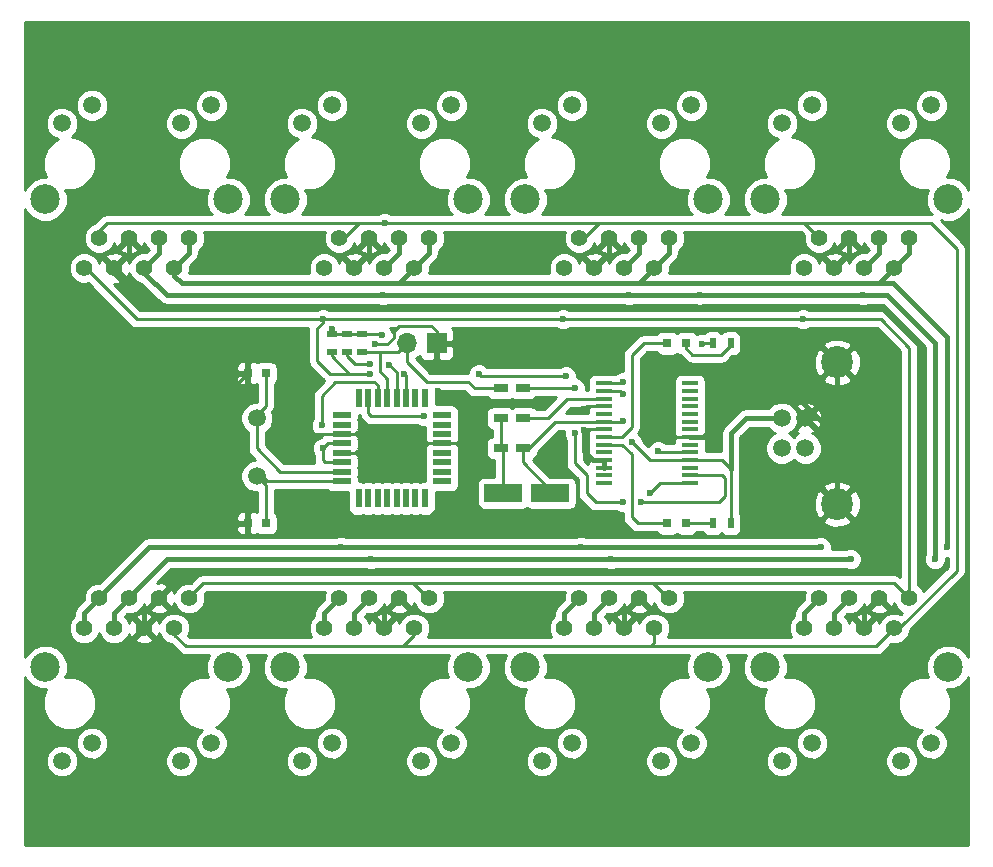
<source format=gbr>
G04 #@! TF.FileFunction,Copper,L1,Top,Signal*
%FSLAX46Y46*%
G04 Gerber Fmt 4.6, Leading zero omitted, Abs format (unit mm)*
G04 Created by KiCad (PCBNEW 4.0.2-stable) date 5/19/2017 12:04:59 AM*
%MOMM*%
G01*
G04 APERTURE LIST*
%ADD10C,0.100000*%
%ADD11R,0.800000X0.750000*%
%ADD12R,3.200000X1.500000*%
%ADD13R,1.200000X0.750000*%
%ADD14R,0.800000X0.800000*%
%ADD15R,1.397000X0.348000*%
%ADD16C,1.400000*%
%ADD17C,2.500000*%
%ADD18C,1.500000*%
%ADD19C,1.520000*%
%ADD20C,2.700000*%
%ADD21R,0.900000X0.500000*%
%ADD22R,0.500000X0.900000*%
%ADD23R,1.600000X0.550000*%
%ADD24R,0.550000X1.600000*%
%ADD25R,1.700000X1.700000*%
%ADD26O,1.700000X1.700000*%
%ADD27C,0.600000*%
%ADD28C,0.250000*%
%ADD29C,0.400000*%
%ADD30C,0.254000*%
G04 APERTURE END LIST*
D10*
D11*
X89650000Y-55880000D03*
X88150000Y-55880000D03*
X89650000Y-68580000D03*
X88150000Y-68580000D03*
D12*
X113760000Y-66040000D03*
X109760000Y-66040000D03*
D13*
X111440000Y-62230000D03*
X109540000Y-62230000D03*
X111440000Y-59690000D03*
X109540000Y-59690000D03*
X111440000Y-57150000D03*
X109540000Y-57150000D03*
D14*
X125260000Y-68580000D03*
X123660000Y-68580000D03*
X125260000Y-53340000D03*
X123660000Y-53340000D03*
D15*
X118264000Y-65185000D03*
X118264000Y-64535000D03*
X118264000Y-63885000D03*
X118264000Y-63235000D03*
X118264000Y-62585000D03*
X118264000Y-61935000D03*
X118264000Y-61285000D03*
X118264000Y-59985000D03*
X118264000Y-60635000D03*
X118264000Y-59335000D03*
X118264000Y-58685000D03*
X118264000Y-58035000D03*
X118264000Y-57385000D03*
X118264000Y-56735000D03*
X125576000Y-65185000D03*
X125576000Y-64535000D03*
X125576000Y-63885000D03*
X125576000Y-63235000D03*
X125576000Y-62585000D03*
X125576000Y-61935000D03*
X125576000Y-61285000D03*
X125576000Y-60635000D03*
X125576000Y-59985000D03*
X125576000Y-59335000D03*
X125576000Y-58685000D03*
X125576000Y-58035000D03*
X125576000Y-57385000D03*
X125576000Y-56735000D03*
D16*
X80645000Y-44440000D03*
X83185000Y-44440000D03*
X81915000Y-46980000D03*
X79375000Y-46980000D03*
X78105000Y-44440000D03*
X76835000Y-46980000D03*
X75565000Y-44440000D03*
X74295000Y-46980000D03*
D17*
X86490000Y-41150000D03*
X70990000Y-41150000D03*
D18*
X74955000Y-33200000D03*
X72415000Y-34720000D03*
X85065000Y-33200000D03*
X82525000Y-34720000D03*
D16*
X100965000Y-44440000D03*
X103505000Y-44440000D03*
X102235000Y-46980000D03*
X99695000Y-46980000D03*
X98425000Y-44440000D03*
X97155000Y-46980000D03*
X95885000Y-44440000D03*
X94615000Y-46980000D03*
D17*
X106810000Y-41150000D03*
X91310000Y-41150000D03*
D18*
X95275000Y-33200000D03*
X92735000Y-34720000D03*
X105385000Y-33200000D03*
X102845000Y-34720000D03*
D16*
X121285000Y-44440000D03*
X123825000Y-44440000D03*
X122555000Y-46980000D03*
X120015000Y-46980000D03*
X118745000Y-44440000D03*
X117475000Y-46980000D03*
X116205000Y-44440000D03*
X114935000Y-46980000D03*
D17*
X127130000Y-41150000D03*
X111630000Y-41150000D03*
D18*
X115595000Y-33200000D03*
X113055000Y-34720000D03*
X125705000Y-33200000D03*
X123165000Y-34720000D03*
D16*
X141605000Y-44440000D03*
X144145000Y-44440000D03*
X142875000Y-46980000D03*
X140335000Y-46980000D03*
X139065000Y-44440000D03*
X137795000Y-46980000D03*
X136525000Y-44440000D03*
X135255000Y-46980000D03*
D17*
X147450000Y-41150000D03*
X131950000Y-41150000D03*
D18*
X135915000Y-33200000D03*
X133375000Y-34720000D03*
X146025000Y-33200000D03*
X143485000Y-34720000D03*
D16*
X76835000Y-77480000D03*
X74295000Y-77480000D03*
X75565000Y-74940000D03*
X78105000Y-74940000D03*
X79375000Y-77480000D03*
X80645000Y-74940000D03*
X81915000Y-77480000D03*
X83185000Y-74940000D03*
D17*
X70990000Y-80770000D03*
X86490000Y-80770000D03*
D18*
X82525000Y-88720000D03*
X85065000Y-87200000D03*
X72415000Y-88720000D03*
X74955000Y-87200000D03*
D16*
X97155000Y-77480000D03*
X94615000Y-77480000D03*
X95885000Y-74940000D03*
X98425000Y-74940000D03*
X99695000Y-77480000D03*
X100965000Y-74940000D03*
X102235000Y-77480000D03*
X103505000Y-74940000D03*
D17*
X91310000Y-80770000D03*
X106810000Y-80770000D03*
D18*
X102845000Y-88720000D03*
X105385000Y-87200000D03*
X92735000Y-88720000D03*
X95275000Y-87200000D03*
D16*
X117475000Y-77480000D03*
X114935000Y-77480000D03*
X116205000Y-74940000D03*
X118745000Y-74940000D03*
X120015000Y-77480000D03*
X121285000Y-74940000D03*
X122555000Y-77480000D03*
X123825000Y-74940000D03*
D17*
X111630000Y-80770000D03*
X127130000Y-80770000D03*
D18*
X123165000Y-88720000D03*
X125705000Y-87200000D03*
X113055000Y-88720000D03*
X115595000Y-87200000D03*
D16*
X137795000Y-77480000D03*
X135255000Y-77480000D03*
X136525000Y-74940000D03*
X139065000Y-74940000D03*
X140335000Y-77480000D03*
X141605000Y-74940000D03*
X142875000Y-77480000D03*
X144145000Y-74940000D03*
D17*
X131950000Y-80770000D03*
X147450000Y-80770000D03*
D18*
X143485000Y-88720000D03*
X146025000Y-87200000D03*
X133375000Y-88720000D03*
X135915000Y-87200000D03*
D19*
X133350000Y-62230000D03*
X133350000Y-59690000D03*
X135350000Y-59690000D03*
X135350000Y-62230000D03*
D20*
X138050000Y-66960000D03*
X138050000Y-54960000D03*
D21*
X96520000Y-52590000D03*
X96520000Y-54090000D03*
X95250000Y-52590000D03*
X95250000Y-54090000D03*
X97790000Y-52590000D03*
X97790000Y-54090000D03*
D22*
X129020000Y-68580000D03*
X127520000Y-68580000D03*
X127520000Y-53340000D03*
X129020000Y-53340000D03*
D18*
X88900000Y-59690000D03*
X88900000Y-64570000D03*
D23*
X96080000Y-59430000D03*
X96080000Y-60230000D03*
X96080000Y-61030000D03*
X96080000Y-61830000D03*
X96080000Y-62630000D03*
X96080000Y-63430000D03*
X96080000Y-64230000D03*
X96080000Y-65030000D03*
D24*
X97530000Y-66480000D03*
X98330000Y-66480000D03*
X99130000Y-66480000D03*
X99930000Y-66480000D03*
X100730000Y-66480000D03*
X101530000Y-66480000D03*
X102330000Y-66480000D03*
X103130000Y-66480000D03*
D23*
X104580000Y-65030000D03*
X104580000Y-64230000D03*
X104580000Y-63430000D03*
X104580000Y-62630000D03*
X104580000Y-61830000D03*
X104580000Y-61030000D03*
X104580000Y-60230000D03*
X104580000Y-59430000D03*
D24*
X103130000Y-57980000D03*
X102330000Y-57980000D03*
X101530000Y-57980000D03*
X100730000Y-57980000D03*
X99930000Y-57980000D03*
X99130000Y-57980000D03*
X98330000Y-57980000D03*
X97530000Y-57980000D03*
D25*
X104140000Y-53340000D03*
D26*
X101600000Y-53340000D03*
D27*
X104241600Y-57353200D03*
X122885200Y-61214000D03*
X98907600Y-53441600D03*
X116586000Y-58928000D03*
X116586000Y-60706000D03*
X145288000Y-72644000D03*
X121412000Y-72644000D03*
X101092000Y-72644000D03*
X141732000Y-72644000D03*
X97028000Y-50292000D03*
X117348000Y-50292000D03*
X137668000Y-50292000D03*
X94488000Y-62230000D03*
X95300800Y-52120800D03*
X120396000Y-49276000D03*
X126390400Y-49225200D03*
X126593600Y-53390800D03*
X99466400Y-52679600D03*
X120650000Y-61722000D03*
X119888000Y-59944000D03*
X146304000Y-71628000D03*
X98552000Y-71628000D03*
X118872000Y-71628000D03*
X139192000Y-71628000D03*
X99568000Y-49276000D03*
X140208000Y-49276000D03*
X115824000Y-57150000D03*
X115824000Y-60960000D03*
X119888000Y-66802000D03*
X121412000Y-66802000D03*
X119888000Y-57658000D03*
X119888000Y-56642000D03*
X107696000Y-55981600D03*
X103073200Y-59537600D03*
X115062000Y-56134000D03*
X122174000Y-66040000D03*
X122885200Y-62484000D03*
X94386400Y-60299600D03*
X147320000Y-70612000D03*
X96012000Y-70612000D03*
X116332000Y-70612000D03*
X136652000Y-70612000D03*
X99720400Y-43180000D03*
X100126800Y-55168800D03*
X98450400Y-55118000D03*
X98450400Y-55930800D03*
X101396800Y-55930800D03*
X94488000Y-51308000D03*
X114808000Y-51308000D03*
X135128000Y-51308000D03*
D28*
X88900000Y-59690000D02*
X88900000Y-59385200D01*
X88900000Y-59385200D02*
X89650000Y-58635200D01*
X89650000Y-58635200D02*
X89650000Y-55880000D01*
X88900000Y-59690000D02*
X88900000Y-62230000D01*
X90900000Y-64230000D02*
X96080000Y-64230000D01*
X88900000Y-62230000D02*
X90900000Y-64230000D01*
X104580000Y-61830000D02*
X105962400Y-61830000D01*
X106331598Y-57353200D02*
X104241600Y-57353200D01*
X106578400Y-57600002D02*
X106331598Y-57353200D01*
X106578400Y-61214000D02*
X106578400Y-57600002D01*
X105962400Y-61830000D02*
X106578400Y-61214000D01*
X122956200Y-61285000D02*
X125576000Y-61285000D01*
X122885200Y-61214000D02*
X122956200Y-61285000D01*
X88150000Y-55880000D02*
X88150000Y-55004400D01*
X92119600Y-61030000D02*
X96080000Y-61030000D01*
X91490800Y-60401200D02*
X92119600Y-61030000D01*
X91490800Y-55473600D02*
X91490800Y-60401200D01*
X90474800Y-54457600D02*
X91490800Y-55473600D01*
X88696800Y-54457600D02*
X90474800Y-54457600D01*
X88150000Y-55004400D02*
X88696800Y-54457600D01*
X88150000Y-55880000D02*
X88138000Y-55880000D01*
X88138000Y-55880000D02*
X86664800Y-57353200D01*
X86664800Y-57353200D02*
X86664800Y-67767200D01*
X86664800Y-67767200D02*
X87477600Y-68580000D01*
X87477600Y-68580000D02*
X88150000Y-68580000D01*
X98907600Y-53441600D02*
X99923600Y-53441600D01*
X99923600Y-53441600D02*
X100482400Y-52882800D01*
X100482400Y-52882800D02*
X100482400Y-52324000D01*
X100482400Y-52324000D02*
X100939600Y-51866800D01*
X100939600Y-51866800D02*
X103682800Y-51866800D01*
X103682800Y-51866800D02*
X104140000Y-52324000D01*
X104140000Y-52324000D02*
X104140000Y-53340000D01*
X96080000Y-61030000D02*
X101454000Y-61030000D01*
X101454000Y-61030000D02*
X102254000Y-61830000D01*
X96080000Y-62630000D02*
X101454000Y-62630000D01*
X102254000Y-61830000D02*
X104580000Y-61830000D01*
X101454000Y-62630000D02*
X102254000Y-61830000D01*
D29*
X118264000Y-63235000D02*
X117337000Y-63235000D01*
X116586000Y-62484000D02*
X116586000Y-60706000D01*
X117337000Y-63235000D02*
X116586000Y-62484000D01*
X118264000Y-63885000D02*
X118264000Y-63235000D01*
D28*
X118264000Y-58685000D02*
X116829000Y-58685000D01*
X116829000Y-58685000D02*
X116586000Y-58928000D01*
X116657000Y-60635000D02*
X118264000Y-60635000D01*
X116586000Y-60706000D02*
X116657000Y-60635000D01*
D29*
X125576000Y-61285000D02*
X126675000Y-61285000D01*
X126675000Y-61285000D02*
X127508000Y-60452000D01*
X127508000Y-60452000D02*
X127508000Y-58420000D01*
X127508000Y-58420000D02*
X128524000Y-57404000D01*
X128524000Y-57404000D02*
X134112000Y-57404000D01*
X134112000Y-57404000D02*
X136652000Y-59944000D01*
X135350000Y-59690000D02*
X136398000Y-59690000D01*
X138176000Y-62484000D02*
X138050000Y-62484000D01*
X138176000Y-61468000D02*
X138176000Y-62484000D01*
X136398000Y-59690000D02*
X136652000Y-59944000D01*
X136652000Y-59944000D02*
X138176000Y-61468000D01*
X138050000Y-54960000D02*
X138050000Y-62484000D01*
X138050000Y-62484000D02*
X138050000Y-66960000D01*
X137668000Y-50292000D02*
X141732000Y-50292000D01*
X141732000Y-50292000D02*
X145288000Y-53848000D01*
X145288000Y-53848000D02*
X145288000Y-72644000D01*
X80645000Y-74940000D02*
X80645000Y-74803000D01*
X80645000Y-74803000D02*
X82804000Y-72644000D01*
X82804000Y-72644000D02*
X101092000Y-72644000D01*
X121412000Y-72644000D02*
X141732000Y-72644000D01*
X101092000Y-72644000D02*
X121412000Y-72644000D01*
X76835000Y-46980000D02*
X76835000Y-47371000D01*
X76835000Y-47371000D02*
X79756000Y-50292000D01*
X79756000Y-50292000D02*
X97028000Y-50292000D01*
X97028000Y-50292000D02*
X117348000Y-50292000D01*
X117348000Y-50292000D02*
X137668000Y-50292000D01*
X79375000Y-77480000D02*
X79375000Y-76210000D01*
X79375000Y-76210000D02*
X80645000Y-74940000D01*
X99695000Y-77480000D02*
X99695000Y-76210000D01*
X99695000Y-76210000D02*
X100965000Y-74940000D01*
X120015000Y-77480000D02*
X120015000Y-76210000D01*
X120015000Y-76210000D02*
X121285000Y-74940000D01*
X140335000Y-77480000D02*
X140335000Y-76210000D01*
X140335000Y-76210000D02*
X141605000Y-74940000D01*
X139065000Y-44440000D02*
X139065000Y-45710000D01*
X139065000Y-45710000D02*
X137795000Y-46980000D01*
X118745000Y-44440000D02*
X118745000Y-45710000D01*
X118745000Y-45710000D02*
X117475000Y-46980000D01*
X98425000Y-44440000D02*
X98425000Y-45710000D01*
X98425000Y-45710000D02*
X97155000Y-46980000D01*
X78105000Y-44440000D02*
X78105000Y-45710000D01*
X78105000Y-45710000D02*
X76835000Y-46980000D01*
D28*
X89650000Y-68580000D02*
X89650000Y-65320000D01*
X89650000Y-65320000D02*
X88900000Y-64570000D01*
X88900000Y-64570000D02*
X89309600Y-64570000D01*
X89309600Y-64570000D02*
X89769600Y-65030000D01*
X89769600Y-65030000D02*
X96080000Y-65030000D01*
X96520000Y-52590000D02*
X97790000Y-52590000D01*
X95250000Y-52590000D02*
X95250000Y-52171600D01*
X95300800Y-52120800D02*
X95250000Y-52171600D01*
X127520000Y-53340000D02*
X126644400Y-53340000D01*
X126644400Y-53340000D02*
X126593600Y-53390800D01*
X126390400Y-49225200D02*
X126390400Y-49276000D01*
X126390400Y-49276000D02*
X126390400Y-49225200D01*
X126390400Y-49225200D02*
X126390400Y-49276000D01*
X97790000Y-52590000D02*
X99376800Y-52590000D01*
X99376800Y-52590000D02*
X99466400Y-52679600D01*
X95250000Y-52590000D02*
X97790000Y-52590000D01*
X96080000Y-61830000D02*
X94888000Y-61830000D01*
X94888000Y-61830000D02*
X94488000Y-62230000D01*
X94672000Y-63430000D02*
X96080000Y-63430000D01*
X94488000Y-62230000D02*
X94488000Y-63246000D01*
X94488000Y-63246000D02*
X94672000Y-63430000D01*
X111440000Y-62230000D02*
X111440000Y-63434000D01*
X111440000Y-63434000D02*
X113760000Y-65754000D01*
X113760000Y-65754000D02*
X113760000Y-66040000D01*
D29*
X133350000Y-59690000D02*
X130302000Y-59690000D01*
X129020000Y-60972000D02*
X129020000Y-63996000D01*
X130302000Y-59690000D02*
X129020000Y-60972000D01*
D28*
X122163000Y-63235000D02*
X120650000Y-61722000D01*
X125576000Y-63235000D02*
X122163000Y-63235000D01*
X119847000Y-59985000D02*
X118264000Y-59985000D01*
X119888000Y-59944000D02*
X119847000Y-59985000D01*
X129020000Y-68580000D02*
X129020000Y-63996000D01*
X128259000Y-63235000D02*
X125576000Y-63235000D01*
X129020000Y-63996000D02*
X128259000Y-63235000D01*
X111440000Y-62230000D02*
X111912400Y-62230000D01*
X111912400Y-62230000D02*
X114157400Y-59985000D01*
X114157400Y-59985000D02*
X118264000Y-59985000D01*
D29*
X140208000Y-49276000D02*
X142240000Y-49276000D01*
X146304000Y-53340000D02*
X146304000Y-71628000D01*
X142240000Y-49276000D02*
X146304000Y-53340000D01*
X78105000Y-74940000D02*
X78105000Y-74803000D01*
X78105000Y-74803000D02*
X81280000Y-71628000D01*
X81280000Y-71628000D02*
X98552000Y-71628000D01*
X98552000Y-71628000D02*
X118872000Y-71628000D01*
X118872000Y-71628000D02*
X139192000Y-71628000D01*
X79375000Y-46980000D02*
X79375000Y-47371000D01*
X79375000Y-47371000D02*
X81280000Y-49276000D01*
X81280000Y-49276000D02*
X99568000Y-49276000D01*
X99568000Y-49276000D02*
X120396000Y-49276000D01*
X120396000Y-49276000D02*
X126390400Y-49276000D01*
X126390400Y-49276000D02*
X140208000Y-49276000D01*
X76835000Y-77480000D02*
X76835000Y-76210000D01*
X76835000Y-76210000D02*
X78105000Y-74940000D01*
X97155000Y-77480000D02*
X97155000Y-76210000D01*
X97155000Y-76210000D02*
X98425000Y-74940000D01*
X117475000Y-77480000D02*
X117475000Y-76210000D01*
X117475000Y-76210000D02*
X118745000Y-74940000D01*
X137795000Y-77480000D02*
X137795000Y-76210000D01*
X137795000Y-76210000D02*
X139065000Y-74940000D01*
X141605000Y-44440000D02*
X141605000Y-45710000D01*
X141605000Y-45710000D02*
X140335000Y-46980000D01*
X121285000Y-44440000D02*
X121285000Y-45710000D01*
X121285000Y-45710000D02*
X120015000Y-46980000D01*
X100965000Y-44440000D02*
X100965000Y-45710000D01*
X100965000Y-45710000D02*
X99695000Y-46980000D01*
X80645000Y-44440000D02*
X80645000Y-45710000D01*
X80645000Y-45710000D02*
X79375000Y-46980000D01*
D28*
X109540000Y-59690000D02*
X109540000Y-62230000D01*
X109760000Y-66040000D02*
X109760000Y-62450000D01*
X109760000Y-62450000D02*
X109540000Y-62230000D01*
X111440000Y-59690000D02*
X113538000Y-59690000D01*
X115193000Y-58035000D02*
X118264000Y-58035000D01*
X113538000Y-59690000D02*
X115193000Y-58035000D01*
X125730000Y-66802000D02*
X128016000Y-66802000D01*
X115824000Y-60960000D02*
X115824000Y-63500000D01*
X115824000Y-63500000D02*
X116840000Y-64516000D01*
X116840000Y-64516000D02*
X116840000Y-66040000D01*
X116840000Y-66040000D02*
X117602000Y-66802000D01*
X117602000Y-66802000D02*
X119888000Y-66802000D01*
X121412000Y-66802000D02*
X125730000Y-66802000D01*
X111440000Y-57150000D02*
X115824000Y-57150000D01*
X128289000Y-64535000D02*
X125576000Y-64535000D01*
X128524000Y-64770000D02*
X128289000Y-64535000D01*
X128524000Y-66294000D02*
X128524000Y-64770000D01*
X128016000Y-66802000D02*
X128524000Y-66294000D01*
X101600000Y-53340000D02*
X101600000Y-54914800D01*
X107340400Y-57150000D02*
X109540000Y-57150000D01*
X106781600Y-56591200D02*
X107340400Y-57150000D01*
X103276400Y-56591200D02*
X106781600Y-56591200D01*
X101600000Y-54914800D02*
X103276400Y-56591200D01*
X99314000Y-54090000D02*
X99314000Y-55727600D01*
X99930000Y-56343600D02*
X99930000Y-57980000D01*
X99314000Y-55727600D02*
X99930000Y-56343600D01*
X97790000Y-54090000D02*
X99314000Y-54090000D01*
X99314000Y-54090000D02*
X100850000Y-54090000D01*
X100850000Y-54090000D02*
X101600000Y-53340000D01*
X125260000Y-68580000D02*
X127520000Y-68580000D01*
X118264000Y-61935000D02*
X119847000Y-61935000D01*
X121158000Y-68580000D02*
X123660000Y-68580000D01*
X120650000Y-68072000D02*
X121158000Y-68580000D01*
X120650000Y-62738000D02*
X120650000Y-68072000D01*
X119847000Y-61935000D02*
X120650000Y-62738000D01*
X129020000Y-53340000D02*
X129020000Y-53504400D01*
X129020000Y-53504400D02*
X128219200Y-54305200D01*
X128219200Y-54305200D02*
X125780800Y-54305200D01*
X125780800Y-54305200D02*
X125260000Y-53784400D01*
X125260000Y-53784400D02*
X125260000Y-53340000D01*
X118264000Y-61285000D02*
X119817000Y-61285000D01*
X121666000Y-53340000D02*
X123660000Y-53340000D01*
X120650000Y-54356000D02*
X121666000Y-53340000D01*
X120650000Y-60452000D02*
X120650000Y-54356000D01*
X119817000Y-61285000D02*
X120650000Y-60452000D01*
X118264000Y-57385000D02*
X119615000Y-57385000D01*
X119615000Y-57385000D02*
X119888000Y-57658000D01*
X118264000Y-56735000D02*
X119795000Y-56735000D01*
X119795000Y-56735000D02*
X119888000Y-56642000D01*
X98330000Y-57980000D02*
X98330000Y-59264800D01*
X107848400Y-56134000D02*
X115062000Y-56134000D01*
X107696000Y-55981600D02*
X107848400Y-56134000D01*
X98602800Y-59537600D02*
X103073200Y-59537600D01*
X98330000Y-59264800D02*
X98602800Y-59537600D01*
X125576000Y-65185000D02*
X123029000Y-65185000D01*
X123029000Y-65185000D02*
X122174000Y-66040000D01*
X99130000Y-57980000D02*
X99130000Y-56915200D01*
X122986200Y-62585000D02*
X125576000Y-62585000D01*
X122885200Y-62484000D02*
X122986200Y-62585000D01*
X94386400Y-57810400D02*
X94386400Y-60299600D01*
X95554800Y-56642000D02*
X94386400Y-57810400D01*
X98856800Y-56642000D02*
X95554800Y-56642000D01*
X99130000Y-56915200D02*
X98856800Y-56642000D01*
D29*
X141595000Y-48260000D02*
X142748000Y-48260000D01*
X147320000Y-52832000D02*
X147320000Y-70612000D01*
X142748000Y-48260000D02*
X147320000Y-52832000D01*
X75565000Y-74940000D02*
X75565000Y-74803000D01*
X75565000Y-74803000D02*
X79756000Y-70612000D01*
X79756000Y-70612000D02*
X96012000Y-70612000D01*
X96012000Y-70612000D02*
X116332000Y-70612000D01*
X116332000Y-70612000D02*
X136652000Y-70612000D01*
X120650000Y-48260000D02*
X141595000Y-48260000D01*
X141595000Y-48260000D02*
X142875000Y-46980000D01*
X100955000Y-48260000D02*
X120650000Y-48260000D01*
X120650000Y-48260000D02*
X121275000Y-48260000D01*
X121275000Y-48260000D02*
X122555000Y-46980000D01*
X81915000Y-46980000D02*
X81915000Y-47625000D01*
X81915000Y-47625000D02*
X82550000Y-48260000D01*
X100955000Y-48260000D02*
X102235000Y-46980000D01*
X82550000Y-48260000D02*
X100955000Y-48260000D01*
X74295000Y-77480000D02*
X74295000Y-76210000D01*
X74295000Y-76210000D02*
X75565000Y-74940000D01*
X94615000Y-77480000D02*
X94615000Y-76210000D01*
X94615000Y-76210000D02*
X95885000Y-74940000D01*
X114935000Y-77480000D02*
X114935000Y-76210000D01*
X114935000Y-76210000D02*
X116205000Y-74940000D01*
X135255000Y-77480000D02*
X135255000Y-76210000D01*
X135255000Y-76210000D02*
X136525000Y-74940000D01*
X144145000Y-44440000D02*
X144145000Y-45710000D01*
X144145000Y-45710000D02*
X142875000Y-46980000D01*
X123825000Y-44440000D02*
X123825000Y-45710000D01*
X123825000Y-45710000D02*
X122555000Y-46980000D01*
X103505000Y-44440000D02*
X103505000Y-45710000D01*
X103505000Y-45710000D02*
X102235000Y-46980000D01*
X83185000Y-44440000D02*
X83185000Y-45710000D01*
X83185000Y-45710000D02*
X81915000Y-46980000D01*
D28*
X142875000Y-77480000D02*
X143296800Y-77480000D01*
X143296800Y-77480000D02*
X148183600Y-72593200D01*
X145999200Y-43180000D02*
X135265000Y-43180000D01*
X148183600Y-45364400D02*
X145999200Y-43180000D01*
X148183600Y-72593200D02*
X148183600Y-45364400D01*
X102235000Y-77480000D02*
X102235000Y-78003400D01*
X102235000Y-78003400D02*
X101244400Y-78994000D01*
X122555000Y-77480000D02*
X122555000Y-78714600D01*
X122021600Y-78943200D02*
X122021600Y-78994000D01*
X122072400Y-78994000D02*
X122021600Y-78943200D01*
X122275600Y-78994000D02*
X122072400Y-78994000D01*
X122555000Y-78714600D02*
X122275600Y-78994000D01*
X81915000Y-77480000D02*
X81915000Y-78003400D01*
X81915000Y-78003400D02*
X82905600Y-78994000D01*
X82905600Y-78994000D02*
X101244400Y-78994000D01*
X101244400Y-78994000D02*
X122021600Y-78994000D01*
X122021600Y-78994000D02*
X141361000Y-78994000D01*
X141361000Y-78994000D02*
X142875000Y-77480000D01*
X96520000Y-54090000D02*
X96520000Y-54406800D01*
X100730000Y-55772000D02*
X100730000Y-57980000D01*
X100126800Y-55168800D02*
X100730000Y-55772000D01*
X97231200Y-55118000D02*
X98450400Y-55118000D01*
X96520000Y-54406800D02*
X97231200Y-55118000D01*
X95885000Y-44440000D02*
X96276000Y-44440000D01*
X96276000Y-44440000D02*
X97536000Y-43180000D01*
X116205000Y-44440000D02*
X116596000Y-44440000D01*
X116596000Y-44440000D02*
X117856000Y-43180000D01*
X75565000Y-44440000D02*
X75565000Y-43815000D01*
X75565000Y-43815000D02*
X76200000Y-43180000D01*
X76200000Y-43180000D02*
X97536000Y-43180000D01*
X97536000Y-43180000D02*
X99720400Y-43180000D01*
X99720400Y-43180000D02*
X117856000Y-43180000D01*
X117856000Y-43180000D02*
X135265000Y-43180000D01*
X135265000Y-43180000D02*
X136525000Y-44440000D01*
X94488000Y-51308000D02*
X94488000Y-51612800D01*
X95097600Y-55930800D02*
X96977200Y-55930800D01*
X94030800Y-54864000D02*
X95097600Y-55930800D01*
X94030800Y-52070000D02*
X94030800Y-54864000D01*
X94488000Y-51612800D02*
X94030800Y-52070000D01*
X95250000Y-54090000D02*
X95250000Y-54457600D01*
X95250000Y-54457600D02*
X96723200Y-55930800D01*
X96723200Y-55930800D02*
X96977200Y-55930800D01*
X101530000Y-56064000D02*
X101530000Y-57980000D01*
X96977200Y-55930800D02*
X98450400Y-55930800D01*
X101396800Y-55930800D02*
X101530000Y-56064000D01*
X95250000Y-54090000D02*
X95250000Y-54305200D01*
X135128000Y-51308000D02*
X141732000Y-51308000D01*
X144145000Y-53721000D02*
X144145000Y-74940000D01*
X141732000Y-51308000D02*
X144145000Y-53721000D01*
X103505000Y-74940000D02*
X103388000Y-74940000D01*
X103388000Y-74940000D02*
X102108000Y-73660000D01*
X123825000Y-74940000D02*
X123708000Y-74940000D01*
X123708000Y-74940000D02*
X122428000Y-73660000D01*
X83185000Y-74940000D02*
X83185000Y-74803000D01*
X83185000Y-74803000D02*
X84328000Y-73660000D01*
X84328000Y-73660000D02*
X102108000Y-73660000D01*
X102108000Y-73660000D02*
X122428000Y-73660000D01*
X122428000Y-73660000D02*
X142865000Y-73660000D01*
X142865000Y-73660000D02*
X144145000Y-74940000D01*
X74295000Y-46980000D02*
X74412000Y-46980000D01*
X74412000Y-46980000D02*
X78740000Y-51308000D01*
X78740000Y-51308000D02*
X94488000Y-51308000D01*
X94488000Y-51308000D02*
X114808000Y-51308000D01*
X114808000Y-51308000D02*
X135128000Y-51308000D01*
D30*
G36*
X149150000Y-40328171D02*
X149048957Y-40083628D01*
X148519161Y-39552907D01*
X147826595Y-39265328D01*
X147378368Y-39264937D01*
X147674607Y-38551514D01*
X147675391Y-37652430D01*
X147332052Y-36821485D01*
X146696859Y-36185182D01*
X145866514Y-35840393D01*
X144967430Y-35839609D01*
X144136485Y-36182948D01*
X143500182Y-36818141D01*
X143155393Y-37648486D01*
X143154609Y-38547570D01*
X143497948Y-39378515D01*
X144133141Y-40014818D01*
X144963486Y-40359607D01*
X145736872Y-40360281D01*
X145565328Y-40773405D01*
X145564674Y-41523305D01*
X145851043Y-42216372D01*
X146067972Y-42433680D01*
X145999200Y-42420000D01*
X133345903Y-42420000D01*
X133547093Y-42219161D01*
X133834672Y-41526595D01*
X133835326Y-40776695D01*
X133663036Y-40359720D01*
X134432570Y-40360391D01*
X135263515Y-40017052D01*
X135899818Y-39381859D01*
X136244607Y-38551514D01*
X136245391Y-37652430D01*
X135902052Y-36821485D01*
X135266859Y-36185182D01*
X134436514Y-35840393D01*
X134213243Y-35840198D01*
X134548461Y-35505564D01*
X134759759Y-34996702D01*
X134759761Y-34994285D01*
X142099760Y-34994285D01*
X142310169Y-35503515D01*
X142699436Y-35893461D01*
X143208298Y-36104759D01*
X143759285Y-36105240D01*
X144268515Y-35894831D01*
X144658461Y-35505564D01*
X144869759Y-34996702D01*
X144870240Y-34445715D01*
X144659831Y-33936485D01*
X144270564Y-33546539D01*
X144096558Y-33474285D01*
X144639760Y-33474285D01*
X144850169Y-33983515D01*
X145239436Y-34373461D01*
X145748298Y-34584759D01*
X146299285Y-34585240D01*
X146808515Y-34374831D01*
X147198461Y-33985564D01*
X147409759Y-33476702D01*
X147410240Y-32925715D01*
X147199831Y-32416485D01*
X146810564Y-32026539D01*
X146301702Y-31815241D01*
X145750715Y-31814760D01*
X145241485Y-32025169D01*
X144851539Y-32414436D01*
X144640241Y-32923298D01*
X144639760Y-33474285D01*
X144096558Y-33474285D01*
X143761702Y-33335241D01*
X143210715Y-33334760D01*
X142701485Y-33545169D01*
X142311539Y-33934436D01*
X142100241Y-34443298D01*
X142099760Y-34994285D01*
X134759761Y-34994285D01*
X134760240Y-34445715D01*
X134549831Y-33936485D01*
X134160564Y-33546539D01*
X133986558Y-33474285D01*
X134529760Y-33474285D01*
X134740169Y-33983515D01*
X135129436Y-34373461D01*
X135638298Y-34584759D01*
X136189285Y-34585240D01*
X136698515Y-34374831D01*
X137088461Y-33985564D01*
X137299759Y-33476702D01*
X137300240Y-32925715D01*
X137089831Y-32416485D01*
X136700564Y-32026539D01*
X136191702Y-31815241D01*
X135640715Y-31814760D01*
X135131485Y-32025169D01*
X134741539Y-32414436D01*
X134530241Y-32923298D01*
X134529760Y-33474285D01*
X133986558Y-33474285D01*
X133651702Y-33335241D01*
X133100715Y-33334760D01*
X132591485Y-33545169D01*
X132201539Y-33934436D01*
X131990241Y-34443298D01*
X131989760Y-34994285D01*
X132200169Y-35503515D01*
X132589436Y-35893461D01*
X132997258Y-36062803D01*
X132706485Y-36182948D01*
X132070182Y-36818141D01*
X131725393Y-37648486D01*
X131724609Y-38547570D01*
X132021070Y-39265062D01*
X131576695Y-39264674D01*
X130883628Y-39551043D01*
X130352907Y-40080839D01*
X130065328Y-40773405D01*
X130064674Y-41523305D01*
X130351043Y-42216372D01*
X130554316Y-42420000D01*
X128525903Y-42420000D01*
X128727093Y-42219161D01*
X129014672Y-41526595D01*
X129015326Y-40776695D01*
X128728957Y-40083628D01*
X128199161Y-39552907D01*
X127506595Y-39265328D01*
X127058368Y-39264937D01*
X127354607Y-38551514D01*
X127355391Y-37652430D01*
X127012052Y-36821485D01*
X126376859Y-36185182D01*
X125546514Y-35840393D01*
X124647430Y-35839609D01*
X123816485Y-36182948D01*
X123180182Y-36818141D01*
X122835393Y-37648486D01*
X122834609Y-38547570D01*
X123177948Y-39378515D01*
X123813141Y-40014818D01*
X124643486Y-40359607D01*
X125416872Y-40360281D01*
X125245328Y-40773405D01*
X125244674Y-41523305D01*
X125531043Y-42216372D01*
X125734316Y-42420000D01*
X113025903Y-42420000D01*
X113227093Y-42219161D01*
X113514672Y-41526595D01*
X113515326Y-40776695D01*
X113343036Y-40359720D01*
X114112570Y-40360391D01*
X114943515Y-40017052D01*
X115579818Y-39381859D01*
X115924607Y-38551514D01*
X115925391Y-37652430D01*
X115582052Y-36821485D01*
X114946859Y-36185182D01*
X114116514Y-35840393D01*
X113893243Y-35840198D01*
X114228461Y-35505564D01*
X114439759Y-34996702D01*
X114439761Y-34994285D01*
X121779760Y-34994285D01*
X121990169Y-35503515D01*
X122379436Y-35893461D01*
X122888298Y-36104759D01*
X123439285Y-36105240D01*
X123948515Y-35894831D01*
X124338461Y-35505564D01*
X124549759Y-34996702D01*
X124550240Y-34445715D01*
X124339831Y-33936485D01*
X123950564Y-33546539D01*
X123776558Y-33474285D01*
X124319760Y-33474285D01*
X124530169Y-33983515D01*
X124919436Y-34373461D01*
X125428298Y-34584759D01*
X125979285Y-34585240D01*
X126488515Y-34374831D01*
X126878461Y-33985564D01*
X127089759Y-33476702D01*
X127090240Y-32925715D01*
X126879831Y-32416485D01*
X126490564Y-32026539D01*
X125981702Y-31815241D01*
X125430715Y-31814760D01*
X124921485Y-32025169D01*
X124531539Y-32414436D01*
X124320241Y-32923298D01*
X124319760Y-33474285D01*
X123776558Y-33474285D01*
X123441702Y-33335241D01*
X122890715Y-33334760D01*
X122381485Y-33545169D01*
X121991539Y-33934436D01*
X121780241Y-34443298D01*
X121779760Y-34994285D01*
X114439761Y-34994285D01*
X114440240Y-34445715D01*
X114229831Y-33936485D01*
X113840564Y-33546539D01*
X113666558Y-33474285D01*
X114209760Y-33474285D01*
X114420169Y-33983515D01*
X114809436Y-34373461D01*
X115318298Y-34584759D01*
X115869285Y-34585240D01*
X116378515Y-34374831D01*
X116768461Y-33985564D01*
X116979759Y-33476702D01*
X116980240Y-32925715D01*
X116769831Y-32416485D01*
X116380564Y-32026539D01*
X115871702Y-31815241D01*
X115320715Y-31814760D01*
X114811485Y-32025169D01*
X114421539Y-32414436D01*
X114210241Y-32923298D01*
X114209760Y-33474285D01*
X113666558Y-33474285D01*
X113331702Y-33335241D01*
X112780715Y-33334760D01*
X112271485Y-33545169D01*
X111881539Y-33934436D01*
X111670241Y-34443298D01*
X111669760Y-34994285D01*
X111880169Y-35503515D01*
X112269436Y-35893461D01*
X112677258Y-36062803D01*
X112386485Y-36182948D01*
X111750182Y-36818141D01*
X111405393Y-37648486D01*
X111404609Y-38547570D01*
X111701070Y-39265062D01*
X111256695Y-39264674D01*
X110563628Y-39551043D01*
X110032907Y-40080839D01*
X109745328Y-40773405D01*
X109744674Y-41523305D01*
X110031043Y-42216372D01*
X110234316Y-42420000D01*
X108205903Y-42420000D01*
X108407093Y-42219161D01*
X108694672Y-41526595D01*
X108695326Y-40776695D01*
X108408957Y-40083628D01*
X107879161Y-39552907D01*
X107186595Y-39265328D01*
X106738368Y-39264937D01*
X107034607Y-38551514D01*
X107035391Y-37652430D01*
X106692052Y-36821485D01*
X106056859Y-36185182D01*
X105226514Y-35840393D01*
X104327430Y-35839609D01*
X103496485Y-36182948D01*
X102860182Y-36818141D01*
X102515393Y-37648486D01*
X102514609Y-38547570D01*
X102857948Y-39378515D01*
X103493141Y-40014818D01*
X104323486Y-40359607D01*
X105096872Y-40360281D01*
X104925328Y-40773405D01*
X104924674Y-41523305D01*
X105211043Y-42216372D01*
X105414316Y-42420000D01*
X100282863Y-42420000D01*
X100250727Y-42387808D01*
X99907199Y-42245162D01*
X99535233Y-42244838D01*
X99191457Y-42386883D01*
X99158282Y-42420000D01*
X92705903Y-42420000D01*
X92907093Y-42219161D01*
X93194672Y-41526595D01*
X93195326Y-40776695D01*
X93023036Y-40359720D01*
X93792570Y-40360391D01*
X94623515Y-40017052D01*
X95259818Y-39381859D01*
X95604607Y-38551514D01*
X95605391Y-37652430D01*
X95262052Y-36821485D01*
X94626859Y-36185182D01*
X93796514Y-35840393D01*
X93573243Y-35840198D01*
X93908461Y-35505564D01*
X94119759Y-34996702D01*
X94119761Y-34994285D01*
X101459760Y-34994285D01*
X101670169Y-35503515D01*
X102059436Y-35893461D01*
X102568298Y-36104759D01*
X103119285Y-36105240D01*
X103628515Y-35894831D01*
X104018461Y-35505564D01*
X104229759Y-34996702D01*
X104230240Y-34445715D01*
X104019831Y-33936485D01*
X103630564Y-33546539D01*
X103456558Y-33474285D01*
X103999760Y-33474285D01*
X104210169Y-33983515D01*
X104599436Y-34373461D01*
X105108298Y-34584759D01*
X105659285Y-34585240D01*
X106168515Y-34374831D01*
X106558461Y-33985564D01*
X106769759Y-33476702D01*
X106770240Y-32925715D01*
X106559831Y-32416485D01*
X106170564Y-32026539D01*
X105661702Y-31815241D01*
X105110715Y-31814760D01*
X104601485Y-32025169D01*
X104211539Y-32414436D01*
X104000241Y-32923298D01*
X103999760Y-33474285D01*
X103456558Y-33474285D01*
X103121702Y-33335241D01*
X102570715Y-33334760D01*
X102061485Y-33545169D01*
X101671539Y-33934436D01*
X101460241Y-34443298D01*
X101459760Y-34994285D01*
X94119761Y-34994285D01*
X94120240Y-34445715D01*
X93909831Y-33936485D01*
X93520564Y-33546539D01*
X93346558Y-33474285D01*
X93889760Y-33474285D01*
X94100169Y-33983515D01*
X94489436Y-34373461D01*
X94998298Y-34584759D01*
X95549285Y-34585240D01*
X96058515Y-34374831D01*
X96448461Y-33985564D01*
X96659759Y-33476702D01*
X96660240Y-32925715D01*
X96449831Y-32416485D01*
X96060564Y-32026539D01*
X95551702Y-31815241D01*
X95000715Y-31814760D01*
X94491485Y-32025169D01*
X94101539Y-32414436D01*
X93890241Y-32923298D01*
X93889760Y-33474285D01*
X93346558Y-33474285D01*
X93011702Y-33335241D01*
X92460715Y-33334760D01*
X91951485Y-33545169D01*
X91561539Y-33934436D01*
X91350241Y-34443298D01*
X91349760Y-34994285D01*
X91560169Y-35503515D01*
X91949436Y-35893461D01*
X92357258Y-36062803D01*
X92066485Y-36182948D01*
X91430182Y-36818141D01*
X91085393Y-37648486D01*
X91084609Y-38547570D01*
X91381070Y-39265062D01*
X90936695Y-39264674D01*
X90243628Y-39551043D01*
X89712907Y-40080839D01*
X89425328Y-40773405D01*
X89424674Y-41523305D01*
X89711043Y-42216372D01*
X89914316Y-42420000D01*
X87885903Y-42420000D01*
X88087093Y-42219161D01*
X88374672Y-41526595D01*
X88375326Y-40776695D01*
X88088957Y-40083628D01*
X87559161Y-39552907D01*
X86866595Y-39265328D01*
X86418368Y-39264937D01*
X86714607Y-38551514D01*
X86715391Y-37652430D01*
X86372052Y-36821485D01*
X85736859Y-36185182D01*
X84906514Y-35840393D01*
X84007430Y-35839609D01*
X83176485Y-36182948D01*
X82540182Y-36818141D01*
X82195393Y-37648486D01*
X82194609Y-38547570D01*
X82537948Y-39378515D01*
X83173141Y-40014818D01*
X84003486Y-40359607D01*
X84776872Y-40360281D01*
X84605328Y-40773405D01*
X84604674Y-41523305D01*
X84891043Y-42216372D01*
X85094316Y-42420000D01*
X76200000Y-42420000D01*
X75909161Y-42477852D01*
X75662599Y-42642599D01*
X75129884Y-43175314D01*
X74809771Y-43307582D01*
X74433902Y-43682796D01*
X74230232Y-44173287D01*
X74229769Y-44704383D01*
X74432582Y-45195229D01*
X74807796Y-45571098D01*
X75298287Y-45774768D01*
X75829383Y-45775231D01*
X76320229Y-45572418D01*
X76517716Y-45375275D01*
X77349331Y-45375275D01*
X77411169Y-45611042D01*
X77912122Y-45787419D01*
X78442440Y-45758664D01*
X78798831Y-45611042D01*
X78860669Y-45375275D01*
X78105000Y-44619605D01*
X77349331Y-45375275D01*
X76517716Y-45375275D01*
X76696098Y-45197204D01*
X76828316Y-44878788D01*
X76933958Y-45133831D01*
X77169725Y-45195669D01*
X77925395Y-44440000D01*
X77911252Y-44425858D01*
X78090858Y-44246253D01*
X78105000Y-44260395D01*
X78119143Y-44246253D01*
X78298748Y-44425858D01*
X78284605Y-44440000D01*
X79040275Y-45195669D01*
X79276042Y-45133831D01*
X79373196Y-44857889D01*
X79512582Y-45195229D01*
X79745539Y-45428593D01*
X79528998Y-45645134D01*
X79110617Y-45644769D01*
X78619771Y-45847582D01*
X78243902Y-46222796D01*
X78111684Y-46541212D01*
X78006042Y-46286169D01*
X77770275Y-46224331D01*
X77014605Y-46980000D01*
X77770275Y-47735669D01*
X78006042Y-47673831D01*
X78103196Y-47397889D01*
X78242582Y-47735229D01*
X78617796Y-48111098D01*
X79108287Y-48314768D01*
X79137926Y-48314794D01*
X80689566Y-49866434D01*
X80960459Y-50047439D01*
X81280000Y-50111000D01*
X99140766Y-50111000D01*
X99381201Y-50210838D01*
X99753167Y-50211162D01*
X99995578Y-50111000D01*
X119968766Y-50111000D01*
X120209201Y-50210838D01*
X120581167Y-50211162D01*
X120823578Y-50111000D01*
X126085505Y-50111000D01*
X126203601Y-50160038D01*
X126575567Y-50160362D01*
X126695032Y-50111000D01*
X139780766Y-50111000D01*
X140021201Y-50210838D01*
X140393167Y-50211162D01*
X140635578Y-50111000D01*
X141894132Y-50111000D01*
X145469000Y-53685868D01*
X145469000Y-71200766D01*
X145369162Y-71441201D01*
X145368838Y-71813167D01*
X145510883Y-72156943D01*
X145773673Y-72420192D01*
X146117201Y-72562838D01*
X146489167Y-72563162D01*
X146832943Y-72421117D01*
X147096192Y-72158327D01*
X147238838Y-71814799D01*
X147239071Y-71546930D01*
X147423600Y-71547091D01*
X147423600Y-72278398D01*
X145347534Y-74354464D01*
X145277418Y-74184771D01*
X144905000Y-73811703D01*
X144905000Y-53721000D01*
X144881863Y-53604683D01*
X144847148Y-53430160D01*
X144682401Y-53183599D01*
X142269401Y-50770599D01*
X142022839Y-50605852D01*
X141732000Y-50548000D01*
X135690463Y-50548000D01*
X135658327Y-50515808D01*
X135314799Y-50373162D01*
X134942833Y-50372838D01*
X134599057Y-50514883D01*
X134565882Y-50548000D01*
X115370463Y-50548000D01*
X115338327Y-50515808D01*
X114994799Y-50373162D01*
X114622833Y-50372838D01*
X114279057Y-50514883D01*
X114245882Y-50548000D01*
X95050463Y-50548000D01*
X95018327Y-50515808D01*
X94674799Y-50373162D01*
X94302833Y-50372838D01*
X93959057Y-50514883D01*
X93925882Y-50548000D01*
X79054802Y-50548000D01*
X76824341Y-48317539D01*
X77172440Y-48298664D01*
X77528831Y-48151042D01*
X77590669Y-47915275D01*
X76835000Y-47159605D01*
X76820858Y-47173748D01*
X76641252Y-46994142D01*
X76655395Y-46980000D01*
X75899725Y-46224331D01*
X75663958Y-46286169D01*
X75566804Y-46562111D01*
X75427418Y-46224771D01*
X75247686Y-46044725D01*
X76079331Y-46044725D01*
X76835000Y-46800395D01*
X77590669Y-46044725D01*
X77528831Y-45808958D01*
X77027878Y-45632581D01*
X76497560Y-45661336D01*
X76141169Y-45808958D01*
X76079331Y-46044725D01*
X75247686Y-46044725D01*
X75052204Y-45848902D01*
X74561713Y-45645232D01*
X74030617Y-45644769D01*
X73539771Y-45847582D01*
X73163902Y-46222796D01*
X72960232Y-46713287D01*
X72959769Y-47244383D01*
X73162582Y-47735229D01*
X73537796Y-48111098D01*
X74028287Y-48314768D01*
X74559383Y-48315231D01*
X74639376Y-48282178D01*
X78202599Y-51845401D01*
X78449160Y-52010148D01*
X78740000Y-52068000D01*
X93271198Y-52068000D01*
X93270800Y-52070000D01*
X93270800Y-54864000D01*
X93328652Y-55154839D01*
X93493399Y-55401401D01*
X94560199Y-56468201D01*
X94616307Y-56505691D01*
X93848999Y-57272999D01*
X93684252Y-57519561D01*
X93626400Y-57810400D01*
X93626400Y-59737137D01*
X93594208Y-59769273D01*
X93451562Y-60112801D01*
X93451238Y-60484767D01*
X93593283Y-60828543D01*
X93856073Y-61091792D01*
X94199601Y-61234438D01*
X94437333Y-61234645D01*
X94350599Y-61292599D01*
X94348320Y-61294878D01*
X94302833Y-61294838D01*
X93959057Y-61436883D01*
X93695808Y-61699673D01*
X93553162Y-62043201D01*
X93552838Y-62415167D01*
X93694883Y-62758943D01*
X93728000Y-62792118D01*
X93728000Y-63246000D01*
X93772557Y-63470000D01*
X91214802Y-63470000D01*
X89660000Y-61915198D01*
X89660000Y-60874547D01*
X89683515Y-60864831D01*
X90073461Y-60475564D01*
X90284759Y-59966702D01*
X90285240Y-59415715D01*
X90185552Y-59174450D01*
X90187401Y-59172601D01*
X90352148Y-58926040D01*
X90410000Y-58635200D01*
X90410000Y-56777931D01*
X90501441Y-56719090D01*
X90646431Y-56506890D01*
X90697440Y-56255000D01*
X90697440Y-55505000D01*
X90653162Y-55269683D01*
X90514090Y-55053559D01*
X90301890Y-54908569D01*
X90050000Y-54857560D01*
X89250000Y-54857560D01*
X89014683Y-54901838D01*
X88911354Y-54968329D01*
X88909698Y-54966673D01*
X88676309Y-54870000D01*
X88435750Y-54870000D01*
X88277000Y-55028750D01*
X88277000Y-55753000D01*
X88297000Y-55753000D01*
X88297000Y-56007000D01*
X88277000Y-56007000D01*
X88277000Y-56731250D01*
X88435750Y-56890000D01*
X88676309Y-56890000D01*
X88890000Y-56801486D01*
X88890000Y-58304991D01*
X88625715Y-58304760D01*
X88116485Y-58515169D01*
X87726539Y-58904436D01*
X87515241Y-59413298D01*
X87514760Y-59964285D01*
X87725169Y-60473515D01*
X88114436Y-60863461D01*
X88140000Y-60874076D01*
X88140000Y-62230000D01*
X88197852Y-62520839D01*
X88362599Y-62767401D01*
X88780093Y-63184895D01*
X88625715Y-63184760D01*
X88116485Y-63395169D01*
X87726539Y-63784436D01*
X87515241Y-64293298D01*
X87514760Y-64844285D01*
X87725169Y-65353515D01*
X88114436Y-65743461D01*
X88623298Y-65954759D01*
X88890000Y-65954992D01*
X88890000Y-67658514D01*
X88676309Y-67570000D01*
X88435750Y-67570000D01*
X88277000Y-67728750D01*
X88277000Y-68453000D01*
X88297000Y-68453000D01*
X88297000Y-68707000D01*
X88277000Y-68707000D01*
X88277000Y-69431250D01*
X88435750Y-69590000D01*
X88676309Y-69590000D01*
X88909698Y-69493327D01*
X88911068Y-69491957D01*
X88998110Y-69551431D01*
X89250000Y-69602440D01*
X90050000Y-69602440D01*
X90285317Y-69558162D01*
X90501441Y-69419090D01*
X90646431Y-69206890D01*
X90697440Y-68955000D01*
X90697440Y-68205000D01*
X90653162Y-67969683D01*
X90514090Y-67753559D01*
X90410000Y-67682437D01*
X90410000Y-65790000D01*
X94865025Y-65790000D01*
X95028110Y-65901431D01*
X95280000Y-65952440D01*
X96607560Y-65952440D01*
X96607560Y-67280000D01*
X96651838Y-67515317D01*
X96790910Y-67731441D01*
X97003110Y-67876431D01*
X97255000Y-67927440D01*
X97805000Y-67927440D01*
X97934589Y-67903056D01*
X98055000Y-67927440D01*
X98605000Y-67927440D01*
X98734589Y-67903056D01*
X98855000Y-67927440D01*
X99405000Y-67927440D01*
X99534589Y-67903056D01*
X99655000Y-67927440D01*
X100205000Y-67927440D01*
X100334589Y-67903056D01*
X100455000Y-67927440D01*
X101005000Y-67927440D01*
X101134589Y-67903056D01*
X101255000Y-67927440D01*
X101805000Y-67927440D01*
X101934589Y-67903056D01*
X102055000Y-67927440D01*
X102605000Y-67927440D01*
X102734589Y-67903056D01*
X102855000Y-67927440D01*
X103405000Y-67927440D01*
X103640317Y-67883162D01*
X103856441Y-67744090D01*
X104001431Y-67531890D01*
X104052440Y-67280000D01*
X104052440Y-65952440D01*
X105380000Y-65952440D01*
X105615317Y-65908162D01*
X105831441Y-65769090D01*
X105976431Y-65556890D01*
X106027440Y-65305000D01*
X106027440Y-64755000D01*
X106003056Y-64625411D01*
X106027440Y-64505000D01*
X106027440Y-63955000D01*
X106003056Y-63825411D01*
X106027440Y-63705000D01*
X106027440Y-63155000D01*
X106003056Y-63025411D01*
X106027440Y-62905000D01*
X106027440Y-62355000D01*
X106007550Y-62249295D01*
X106015000Y-62231310D01*
X106015000Y-62115750D01*
X105918599Y-62019349D01*
X105844090Y-61903559D01*
X105736603Y-61830116D01*
X105831441Y-61769090D01*
X105920495Y-61638755D01*
X106015000Y-61544250D01*
X106015000Y-61428690D01*
X106006532Y-61408247D01*
X106027440Y-61305000D01*
X106027440Y-60755000D01*
X106003056Y-60625411D01*
X106027440Y-60505000D01*
X106027440Y-59955000D01*
X106003056Y-59825411D01*
X106027440Y-59705000D01*
X106027440Y-59155000D01*
X105983162Y-58919683D01*
X105844090Y-58703559D01*
X105631890Y-58558569D01*
X105380000Y-58507560D01*
X104052440Y-58507560D01*
X104052440Y-57351200D01*
X106466798Y-57351200D01*
X106802999Y-57687401D01*
X107049561Y-57852148D01*
X107340400Y-57910000D01*
X108433156Y-57910000D01*
X108475910Y-57976441D01*
X108688110Y-58121431D01*
X108940000Y-58172440D01*
X110140000Y-58172440D01*
X110375317Y-58128162D01*
X110489978Y-58054380D01*
X110588110Y-58121431D01*
X110840000Y-58172440D01*
X112040000Y-58172440D01*
X112275317Y-58128162D01*
X112491441Y-57989090D01*
X112545481Y-57910000D01*
X114243198Y-57910000D01*
X113223198Y-58930000D01*
X112546844Y-58930000D01*
X112504090Y-58863559D01*
X112291890Y-58718569D01*
X112040000Y-58667560D01*
X110840000Y-58667560D01*
X110604683Y-58711838D01*
X110490022Y-58785620D01*
X110391890Y-58718569D01*
X110140000Y-58667560D01*
X108940000Y-58667560D01*
X108704683Y-58711838D01*
X108488559Y-58850910D01*
X108343569Y-59063110D01*
X108292560Y-59315000D01*
X108292560Y-60065000D01*
X108336838Y-60300317D01*
X108475910Y-60516441D01*
X108688110Y-60661431D01*
X108780000Y-60680039D01*
X108780000Y-61237666D01*
X108704683Y-61251838D01*
X108488559Y-61390910D01*
X108343569Y-61603110D01*
X108292560Y-61855000D01*
X108292560Y-62605000D01*
X108336838Y-62840317D01*
X108475910Y-63056441D01*
X108688110Y-63201431D01*
X108940000Y-63252440D01*
X109000000Y-63252440D01*
X109000000Y-64642560D01*
X108160000Y-64642560D01*
X107924683Y-64686838D01*
X107708559Y-64825910D01*
X107563569Y-65038110D01*
X107512560Y-65290000D01*
X107512560Y-66790000D01*
X107556838Y-67025317D01*
X107695910Y-67241441D01*
X107908110Y-67386431D01*
X108160000Y-67437440D01*
X111360000Y-67437440D01*
X111595317Y-67393162D01*
X111761477Y-67286241D01*
X111908110Y-67386431D01*
X112160000Y-67437440D01*
X115360000Y-67437440D01*
X115595317Y-67393162D01*
X115811441Y-67254090D01*
X115956431Y-67041890D01*
X116007440Y-66790000D01*
X116007440Y-65290000D01*
X115963162Y-65054683D01*
X115824090Y-64838559D01*
X115611890Y-64693569D01*
X115360000Y-64642560D01*
X113723362Y-64642560D01*
X112283621Y-63202819D01*
X112491441Y-63069090D01*
X112636431Y-62856890D01*
X112687440Y-62605000D01*
X112687440Y-62529762D01*
X114472202Y-60745000D01*
X114900872Y-60745000D01*
X114889162Y-60773201D01*
X114888838Y-61145167D01*
X115030883Y-61488943D01*
X115064000Y-61522118D01*
X115064000Y-63500000D01*
X115121852Y-63790839D01*
X115286599Y-64037401D01*
X116080000Y-64830802D01*
X116080000Y-66040000D01*
X116137852Y-66330839D01*
X116302599Y-66577401D01*
X117064599Y-67339401D01*
X117311161Y-67504148D01*
X117602000Y-67562000D01*
X119325537Y-67562000D01*
X119357673Y-67594192D01*
X119701201Y-67736838D01*
X119890000Y-67737002D01*
X119890000Y-68072000D01*
X119947852Y-68362839D01*
X120112599Y-68609401D01*
X120620599Y-69117401D01*
X120867161Y-69282148D01*
X121158000Y-69340000D01*
X122737069Y-69340000D01*
X122795910Y-69431441D01*
X123008110Y-69576431D01*
X123260000Y-69627440D01*
X124060000Y-69627440D01*
X124295317Y-69583162D01*
X124461477Y-69476241D01*
X124608110Y-69576431D01*
X124860000Y-69627440D01*
X125660000Y-69627440D01*
X125895317Y-69583162D01*
X126111441Y-69444090D01*
X126182563Y-69340000D01*
X126714895Y-69340000D01*
X126805910Y-69481441D01*
X127018110Y-69626431D01*
X127270000Y-69677440D01*
X127770000Y-69677440D01*
X128005317Y-69633162D01*
X128221441Y-69494090D01*
X128269134Y-69424289D01*
X128305910Y-69481441D01*
X128518110Y-69626431D01*
X128770000Y-69677440D01*
X129270000Y-69677440D01*
X129505317Y-69633162D01*
X129721441Y-69494090D01*
X129866431Y-69281890D01*
X129917440Y-69030000D01*
X129917440Y-68365593D01*
X136824012Y-68365593D01*
X136965478Y-68668782D01*
X137701955Y-68953737D01*
X138491418Y-68935164D01*
X139134522Y-68668782D01*
X139275988Y-68365593D01*
X138050000Y-67139605D01*
X136824012Y-68365593D01*
X129917440Y-68365593D01*
X129917440Y-68130000D01*
X129873162Y-67894683D01*
X129780000Y-67749905D01*
X129780000Y-66611955D01*
X136056263Y-66611955D01*
X136074836Y-67401418D01*
X136341218Y-68044522D01*
X136644407Y-68185988D01*
X137870395Y-66960000D01*
X138229605Y-66960000D01*
X139455593Y-68185988D01*
X139758782Y-68044522D01*
X140043737Y-67308045D01*
X140025164Y-66518582D01*
X139758782Y-65875478D01*
X139455593Y-65734012D01*
X138229605Y-66960000D01*
X137870395Y-66960000D01*
X136644407Y-65734012D01*
X136341218Y-65875478D01*
X136056263Y-66611955D01*
X129780000Y-66611955D01*
X129780000Y-65554407D01*
X136824012Y-65554407D01*
X138050000Y-66780395D01*
X139275988Y-65554407D01*
X139134522Y-65251218D01*
X138398045Y-64966263D01*
X137608582Y-64984836D01*
X136965478Y-65251218D01*
X136824012Y-65554407D01*
X129780000Y-65554407D01*
X129780000Y-64332661D01*
X129791439Y-64315541D01*
X129855000Y-63996000D01*
X129855000Y-61317868D01*
X130647868Y-60525000D01*
X132212435Y-60525000D01*
X132558764Y-60871934D01*
X132770738Y-60959954D01*
X132560828Y-61046687D01*
X132168066Y-61438764D01*
X131955242Y-61951300D01*
X131954758Y-62506265D01*
X132166687Y-63019172D01*
X132558764Y-63411934D01*
X133071300Y-63624758D01*
X133626265Y-63625242D01*
X134139172Y-63413313D01*
X134350024Y-63202829D01*
X134558764Y-63411934D01*
X135071300Y-63624758D01*
X135626265Y-63625242D01*
X136139172Y-63413313D01*
X136531934Y-63021236D01*
X136744758Y-62508700D01*
X136745242Y-61953735D01*
X136533313Y-61440828D01*
X136141236Y-61048066D01*
X135945066Y-60966609D01*
X136079941Y-60910742D01*
X136149159Y-60668764D01*
X135350000Y-59869605D01*
X134550841Y-60668764D01*
X134620059Y-60910742D01*
X134764862Y-60962382D01*
X134560828Y-61046687D01*
X134349976Y-61257171D01*
X134141236Y-61048066D01*
X133929262Y-60960046D01*
X134139172Y-60873313D01*
X134531934Y-60481236D01*
X134640419Y-60219976D01*
X135170395Y-59690000D01*
X135529605Y-59690000D01*
X136328764Y-60489159D01*
X136570742Y-60419941D01*
X136757155Y-59897220D01*
X136729341Y-59342951D01*
X136570742Y-58960059D01*
X136328764Y-58890841D01*
X135529605Y-59690000D01*
X135170395Y-59690000D01*
X134640405Y-59160010D01*
X134533313Y-58900828D01*
X134344052Y-58711236D01*
X134550841Y-58711236D01*
X135350000Y-59510395D01*
X136149159Y-58711236D01*
X136079941Y-58469258D01*
X135557220Y-58282845D01*
X135002951Y-58310659D01*
X134620059Y-58469258D01*
X134550841Y-58711236D01*
X134344052Y-58711236D01*
X134141236Y-58508066D01*
X133628700Y-58295242D01*
X133073735Y-58294758D01*
X132560828Y-58506687D01*
X132211906Y-58855000D01*
X130302000Y-58855000D01*
X129982460Y-58918560D01*
X129711566Y-59099566D01*
X128429566Y-60381566D01*
X128248561Y-60652459D01*
X128185000Y-60972000D01*
X128185000Y-62475000D01*
X126921940Y-62475000D01*
X126921940Y-62411000D01*
X126892484Y-62254457D01*
X126921940Y-62109000D01*
X126921940Y-61761000D01*
X126895322Y-61619538D01*
X126909500Y-61585309D01*
X126909500Y-61530750D01*
X126829343Y-61450593D01*
X126738590Y-61309559D01*
X126704968Y-61286586D01*
X126725941Y-61273090D01*
X126834411Y-61114339D01*
X126909500Y-61039250D01*
X126909500Y-60984691D01*
X126893959Y-60947173D01*
X126921940Y-60809000D01*
X126921940Y-60461000D01*
X126892484Y-60304457D01*
X126921940Y-60159000D01*
X126921940Y-59811000D01*
X126892484Y-59654457D01*
X126921940Y-59509000D01*
X126921940Y-59161000D01*
X126892484Y-59004457D01*
X126921940Y-58859000D01*
X126921940Y-58511000D01*
X126892484Y-58354457D01*
X126921940Y-58209000D01*
X126921940Y-57861000D01*
X126892484Y-57704457D01*
X126921940Y-57559000D01*
X126921940Y-57211000D01*
X126892484Y-57054457D01*
X126921940Y-56909000D01*
X126921940Y-56561000D01*
X126885172Y-56365593D01*
X136824012Y-56365593D01*
X136965478Y-56668782D01*
X137701955Y-56953737D01*
X138491418Y-56935164D01*
X139134522Y-56668782D01*
X139275988Y-56365593D01*
X138050000Y-55139605D01*
X136824012Y-56365593D01*
X126885172Y-56365593D01*
X126877662Y-56325683D01*
X126738590Y-56109559D01*
X126526390Y-55964569D01*
X126274500Y-55913560D01*
X124877500Y-55913560D01*
X124642183Y-55957838D01*
X124426059Y-56096910D01*
X124281069Y-56309110D01*
X124230060Y-56561000D01*
X124230060Y-56909000D01*
X124259516Y-57065543D01*
X124230060Y-57211000D01*
X124230060Y-57559000D01*
X124259516Y-57715543D01*
X124230060Y-57861000D01*
X124230060Y-58209000D01*
X124259516Y-58365543D01*
X124230060Y-58511000D01*
X124230060Y-58859000D01*
X124259516Y-59015543D01*
X124230060Y-59161000D01*
X124230060Y-59509000D01*
X124259516Y-59665543D01*
X124230060Y-59811000D01*
X124230060Y-60159000D01*
X124259516Y-60315543D01*
X124230060Y-60461000D01*
X124230060Y-60809000D01*
X124256678Y-60950462D01*
X124242500Y-60984691D01*
X124242500Y-61039250D01*
X124322657Y-61119407D01*
X124413410Y-61260441D01*
X124447032Y-61283414D01*
X124426059Y-61296910D01*
X124317589Y-61455661D01*
X124242500Y-61530750D01*
X124242500Y-61585309D01*
X124258041Y-61622827D01*
X124230060Y-61761000D01*
X124230060Y-61825000D01*
X123548487Y-61825000D01*
X123415527Y-61691808D01*
X123071999Y-61549162D01*
X122700033Y-61548838D01*
X122356257Y-61690883D01*
X122093008Y-61953673D01*
X122052949Y-62050147D01*
X121585122Y-61582320D01*
X121585162Y-61536833D01*
X121443117Y-61193057D01*
X121208417Y-60957948D01*
X121352148Y-60742839D01*
X121410000Y-60452000D01*
X121410000Y-54670802D01*
X121980802Y-54100000D01*
X122737069Y-54100000D01*
X122795910Y-54191441D01*
X123008110Y-54336431D01*
X123260000Y-54387440D01*
X124060000Y-54387440D01*
X124295317Y-54343162D01*
X124461477Y-54236241D01*
X124608110Y-54336431D01*
X124770016Y-54369218D01*
X125243399Y-54842601D01*
X125489960Y-55007348D01*
X125538214Y-55016946D01*
X125780800Y-55065200D01*
X128219200Y-55065200D01*
X128510039Y-55007348D01*
X128756601Y-54842601D01*
X128987247Y-54611955D01*
X136056263Y-54611955D01*
X136074836Y-55401418D01*
X136341218Y-56044522D01*
X136644407Y-56185988D01*
X137870395Y-54960000D01*
X138229605Y-54960000D01*
X139455593Y-56185988D01*
X139758782Y-56044522D01*
X140043737Y-55308045D01*
X140025164Y-54518582D01*
X139758782Y-53875478D01*
X139455593Y-53734012D01*
X138229605Y-54960000D01*
X137870395Y-54960000D01*
X136644407Y-53734012D01*
X136341218Y-53875478D01*
X136056263Y-54611955D01*
X128987247Y-54611955D01*
X129161762Y-54437440D01*
X129270000Y-54437440D01*
X129505317Y-54393162D01*
X129721441Y-54254090D01*
X129866431Y-54041890D01*
X129917440Y-53790000D01*
X129917440Y-53554407D01*
X136824012Y-53554407D01*
X138050000Y-54780395D01*
X139275988Y-53554407D01*
X139134522Y-53251218D01*
X138398045Y-52966263D01*
X137608582Y-52984836D01*
X136965478Y-53251218D01*
X136824012Y-53554407D01*
X129917440Y-53554407D01*
X129917440Y-52890000D01*
X129873162Y-52654683D01*
X129734090Y-52438559D01*
X129521890Y-52293569D01*
X129270000Y-52242560D01*
X128770000Y-52242560D01*
X128534683Y-52286838D01*
X128318559Y-52425910D01*
X128270866Y-52495711D01*
X128234090Y-52438559D01*
X128021890Y-52293569D01*
X127770000Y-52242560D01*
X127270000Y-52242560D01*
X127034683Y-52286838D01*
X126818559Y-52425910D01*
X126794130Y-52461664D01*
X126780399Y-52455962D01*
X126408433Y-52455638D01*
X126167078Y-52555364D01*
X126124090Y-52488559D01*
X125911890Y-52343569D01*
X125660000Y-52292560D01*
X124860000Y-52292560D01*
X124624683Y-52336838D01*
X124458523Y-52443759D01*
X124311890Y-52343569D01*
X124060000Y-52292560D01*
X123260000Y-52292560D01*
X123024683Y-52336838D01*
X122808559Y-52475910D01*
X122737437Y-52580000D01*
X121666000Y-52580000D01*
X121375161Y-52637852D01*
X121128599Y-52802599D01*
X120112599Y-53818599D01*
X119947852Y-54065161D01*
X119890000Y-54356000D01*
X119890000Y-55707001D01*
X119702833Y-55706838D01*
X119359057Y-55848883D01*
X119232720Y-55975000D01*
X119229656Y-55975000D01*
X119214390Y-55964569D01*
X118962500Y-55913560D01*
X117565500Y-55913560D01*
X117330183Y-55957838D01*
X117114059Y-56096910D01*
X116969069Y-56309110D01*
X116918060Y-56561000D01*
X116918060Y-56909000D01*
X116947516Y-57065543D01*
X116918060Y-57211000D01*
X116918060Y-57275000D01*
X116758892Y-57275000D01*
X116759162Y-56964833D01*
X116617117Y-56621057D01*
X116354327Y-56357808D01*
X116010799Y-56215162D01*
X115996930Y-56215150D01*
X115997162Y-55948833D01*
X115855117Y-55605057D01*
X115592327Y-55341808D01*
X115248799Y-55199162D01*
X114876833Y-55198838D01*
X114533057Y-55340883D01*
X114499882Y-55374000D01*
X108410597Y-55374000D01*
X108226327Y-55189408D01*
X107882799Y-55046762D01*
X107510833Y-55046438D01*
X107167057Y-55188483D01*
X106903808Y-55451273D01*
X106761162Y-55794801D01*
X106761130Y-55831200D01*
X103591202Y-55831200D01*
X102361980Y-54601978D01*
X102679147Y-54390054D01*
X102683097Y-54384142D01*
X102751673Y-54549699D01*
X102930302Y-54728327D01*
X103163691Y-54825000D01*
X103854250Y-54825000D01*
X104013000Y-54666250D01*
X104013000Y-53467000D01*
X104267000Y-53467000D01*
X104267000Y-54666250D01*
X104425750Y-54825000D01*
X105116309Y-54825000D01*
X105349698Y-54728327D01*
X105528327Y-54549699D01*
X105625000Y-54316310D01*
X105625000Y-53625750D01*
X105466250Y-53467000D01*
X104267000Y-53467000D01*
X104013000Y-53467000D01*
X103993000Y-53467000D01*
X103993000Y-53213000D01*
X104013000Y-53213000D01*
X104013000Y-53193000D01*
X104267000Y-53193000D01*
X104267000Y-53213000D01*
X105466250Y-53213000D01*
X105625000Y-53054250D01*
X105625000Y-52363690D01*
X105528327Y-52130301D01*
X105466026Y-52068000D01*
X114245537Y-52068000D01*
X114277673Y-52100192D01*
X114621201Y-52242838D01*
X114993167Y-52243162D01*
X115336943Y-52101117D01*
X115370118Y-52068000D01*
X134565537Y-52068000D01*
X134597673Y-52100192D01*
X134941201Y-52242838D01*
X135313167Y-52243162D01*
X135656943Y-52101117D01*
X135690118Y-52068000D01*
X141417198Y-52068000D01*
X143385000Y-54035802D01*
X143385000Y-73110972D01*
X143155839Y-72957852D01*
X142865000Y-72900000D01*
X84328000Y-72900000D01*
X84037161Y-72957852D01*
X83790599Y-73122599D01*
X83308091Y-73605107D01*
X82920617Y-73604769D01*
X82429771Y-73807582D01*
X82053902Y-74182796D01*
X81921684Y-74501212D01*
X81816042Y-74246169D01*
X81580275Y-74184331D01*
X80824605Y-74940000D01*
X81580275Y-75695669D01*
X81816042Y-75633831D01*
X81913196Y-75357889D01*
X82052582Y-75695229D01*
X82427796Y-76071098D01*
X82918287Y-76274768D01*
X83449383Y-76275231D01*
X83940229Y-76072418D01*
X84316098Y-75697204D01*
X84519768Y-75206713D01*
X84520231Y-74675617D01*
X84481331Y-74581471D01*
X84642802Y-74420000D01*
X94655406Y-74420000D01*
X94550232Y-74673287D01*
X94549865Y-75094267D01*
X94024566Y-75619566D01*
X93843561Y-75890459D01*
X93780000Y-76210000D01*
X93780000Y-76427214D01*
X93483902Y-76722796D01*
X93280232Y-77213287D01*
X93279769Y-77744383D01*
X93482074Y-78234000D01*
X83220402Y-78234000D01*
X83098180Y-78111778D01*
X83249768Y-77746713D01*
X83250231Y-77215617D01*
X83047418Y-76724771D01*
X82672204Y-76348902D01*
X82181713Y-76145232D01*
X81650617Y-76144769D01*
X81159771Y-76347582D01*
X80783902Y-76722796D01*
X80651684Y-77041212D01*
X80546042Y-76786169D01*
X80310275Y-76724331D01*
X79554605Y-77480000D01*
X80310275Y-78235669D01*
X80546042Y-78173831D01*
X80643196Y-77897889D01*
X80782582Y-78235229D01*
X81157796Y-78611098D01*
X81648287Y-78814768D01*
X81651569Y-78814771D01*
X82368199Y-79531401D01*
X82614761Y-79696148D01*
X82905600Y-79754000D01*
X84870833Y-79754000D01*
X84605328Y-80393405D01*
X84604674Y-81143305D01*
X84776964Y-81560280D01*
X84007430Y-81559609D01*
X83176485Y-81902948D01*
X82540182Y-82538141D01*
X82195393Y-83368486D01*
X82194609Y-84267570D01*
X82537948Y-85098515D01*
X83173141Y-85734818D01*
X84003486Y-86079607D01*
X84226757Y-86079802D01*
X83891539Y-86414436D01*
X83680241Y-86923298D01*
X83679760Y-87474285D01*
X83890169Y-87983515D01*
X84279436Y-88373461D01*
X84788298Y-88584759D01*
X85339285Y-88585240D01*
X85848515Y-88374831D01*
X86238461Y-87985564D01*
X86449759Y-87476702D01*
X86450240Y-86925715D01*
X86239831Y-86416485D01*
X85850564Y-86026539D01*
X85442742Y-85857197D01*
X85733515Y-85737052D01*
X86369818Y-85101859D01*
X86714607Y-84271514D01*
X86715391Y-83372430D01*
X86418930Y-82654938D01*
X86863305Y-82655326D01*
X87556372Y-82368957D01*
X88087093Y-81839161D01*
X88374672Y-81146595D01*
X88375326Y-80396695D01*
X88109770Y-79754000D01*
X89690833Y-79754000D01*
X89425328Y-80393405D01*
X89424674Y-81143305D01*
X89711043Y-81836372D01*
X90240839Y-82367093D01*
X90933405Y-82654672D01*
X91381632Y-82655063D01*
X91085393Y-83368486D01*
X91084609Y-84267570D01*
X91427948Y-85098515D01*
X92063141Y-85734818D01*
X92893486Y-86079607D01*
X93792570Y-86080391D01*
X94623515Y-85737052D01*
X95259818Y-85101859D01*
X95604607Y-84271514D01*
X95605391Y-83372430D01*
X95262052Y-82541485D01*
X94626859Y-81905182D01*
X93796514Y-81560393D01*
X93023128Y-81559719D01*
X93194672Y-81146595D01*
X93195326Y-80396695D01*
X92929770Y-79754000D01*
X105190833Y-79754000D01*
X104925328Y-80393405D01*
X104924674Y-81143305D01*
X105096964Y-81560280D01*
X104327430Y-81559609D01*
X103496485Y-81902948D01*
X102860182Y-82538141D01*
X102515393Y-83368486D01*
X102514609Y-84267570D01*
X102857948Y-85098515D01*
X103493141Y-85734818D01*
X104323486Y-86079607D01*
X104546757Y-86079802D01*
X104211539Y-86414436D01*
X104000241Y-86923298D01*
X103999760Y-87474285D01*
X104210169Y-87983515D01*
X104599436Y-88373461D01*
X105108298Y-88584759D01*
X105659285Y-88585240D01*
X106168515Y-88374831D01*
X106558461Y-87985564D01*
X106769759Y-87476702D01*
X106770240Y-86925715D01*
X106559831Y-86416485D01*
X106170564Y-86026539D01*
X105762742Y-85857197D01*
X106053515Y-85737052D01*
X106689818Y-85101859D01*
X107034607Y-84271514D01*
X107035391Y-83372430D01*
X106738930Y-82654938D01*
X107183305Y-82655326D01*
X107876372Y-82368957D01*
X108407093Y-81839161D01*
X108694672Y-81146595D01*
X108695326Y-80396695D01*
X108429770Y-79754000D01*
X110010833Y-79754000D01*
X109745328Y-80393405D01*
X109744674Y-81143305D01*
X110031043Y-81836372D01*
X110560839Y-82367093D01*
X111253405Y-82654672D01*
X111701632Y-82655063D01*
X111405393Y-83368486D01*
X111404609Y-84267570D01*
X111747948Y-85098515D01*
X112383141Y-85734818D01*
X113213486Y-86079607D01*
X114112570Y-86080391D01*
X114943515Y-85737052D01*
X115579818Y-85101859D01*
X115924607Y-84271514D01*
X115925391Y-83372430D01*
X115582052Y-82541485D01*
X114946859Y-81905182D01*
X114116514Y-81560393D01*
X113343128Y-81559719D01*
X113514672Y-81146595D01*
X113515326Y-80396695D01*
X113249770Y-79754000D01*
X125510833Y-79754000D01*
X125245328Y-80393405D01*
X125244674Y-81143305D01*
X125416964Y-81560280D01*
X124647430Y-81559609D01*
X123816485Y-81902948D01*
X123180182Y-82538141D01*
X122835393Y-83368486D01*
X122834609Y-84267570D01*
X123177948Y-85098515D01*
X123813141Y-85734818D01*
X124643486Y-86079607D01*
X124866757Y-86079802D01*
X124531539Y-86414436D01*
X124320241Y-86923298D01*
X124319760Y-87474285D01*
X124530169Y-87983515D01*
X124919436Y-88373461D01*
X125428298Y-88584759D01*
X125979285Y-88585240D01*
X126488515Y-88374831D01*
X126878461Y-87985564D01*
X127089759Y-87476702D01*
X127090240Y-86925715D01*
X126879831Y-86416485D01*
X126490564Y-86026539D01*
X126082742Y-85857197D01*
X126373515Y-85737052D01*
X127009818Y-85101859D01*
X127354607Y-84271514D01*
X127355391Y-83372430D01*
X127058930Y-82654938D01*
X127503305Y-82655326D01*
X128196372Y-82368957D01*
X128727093Y-81839161D01*
X129014672Y-81146595D01*
X129015326Y-80396695D01*
X128749770Y-79754000D01*
X130330833Y-79754000D01*
X130065328Y-80393405D01*
X130064674Y-81143305D01*
X130351043Y-81836372D01*
X130880839Y-82367093D01*
X131573405Y-82654672D01*
X132021632Y-82655063D01*
X131725393Y-83368486D01*
X131724609Y-84267570D01*
X132067948Y-85098515D01*
X132703141Y-85734818D01*
X133533486Y-86079607D01*
X134432570Y-86080391D01*
X135263515Y-85737052D01*
X135899818Y-85101859D01*
X136244607Y-84271514D01*
X136245391Y-83372430D01*
X135902052Y-82541485D01*
X135266859Y-81905182D01*
X134436514Y-81560393D01*
X133663128Y-81559719D01*
X133834672Y-81146595D01*
X133835326Y-80396695D01*
X133569770Y-79754000D01*
X141361000Y-79754000D01*
X141651839Y-79696148D01*
X141898401Y-79531401D01*
X142615028Y-78814774D01*
X143139383Y-78815231D01*
X143630229Y-78612418D01*
X144006098Y-78237204D01*
X144209768Y-77746713D01*
X144209860Y-77641742D01*
X148721001Y-73130601D01*
X148885748Y-72884039D01*
X148943600Y-72593200D01*
X148943600Y-45364400D01*
X148885748Y-45073561D01*
X148721001Y-44826999D01*
X146825901Y-42931899D01*
X147073405Y-43034672D01*
X147823305Y-43035326D01*
X148516372Y-42748957D01*
X149047093Y-42219161D01*
X149150000Y-41971334D01*
X149150000Y-79948171D01*
X149048957Y-79703628D01*
X148519161Y-79172907D01*
X147826595Y-78885328D01*
X147076695Y-78884674D01*
X146383628Y-79171043D01*
X145852907Y-79700839D01*
X145565328Y-80393405D01*
X145564674Y-81143305D01*
X145736964Y-81560280D01*
X144967430Y-81559609D01*
X144136485Y-81902948D01*
X143500182Y-82538141D01*
X143155393Y-83368486D01*
X143154609Y-84267570D01*
X143497948Y-85098515D01*
X144133141Y-85734818D01*
X144963486Y-86079607D01*
X145186757Y-86079802D01*
X144851539Y-86414436D01*
X144640241Y-86923298D01*
X144639760Y-87474285D01*
X144850169Y-87983515D01*
X145239436Y-88373461D01*
X145748298Y-88584759D01*
X146299285Y-88585240D01*
X146808515Y-88374831D01*
X147198461Y-87985564D01*
X147409759Y-87476702D01*
X147410240Y-86925715D01*
X147199831Y-86416485D01*
X146810564Y-86026539D01*
X146402742Y-85857197D01*
X146693515Y-85737052D01*
X147329818Y-85101859D01*
X147674607Y-84271514D01*
X147675391Y-83372430D01*
X147378930Y-82654938D01*
X147823305Y-82655326D01*
X148516372Y-82368957D01*
X149047093Y-81839161D01*
X149150000Y-81591334D01*
X149150000Y-95810000D01*
X69290000Y-95810000D01*
X69290000Y-88994285D01*
X71029760Y-88994285D01*
X71240169Y-89503515D01*
X71629436Y-89893461D01*
X72138298Y-90104759D01*
X72689285Y-90105240D01*
X73198515Y-89894831D01*
X73588461Y-89505564D01*
X73799759Y-88996702D01*
X73799761Y-88994285D01*
X81139760Y-88994285D01*
X81350169Y-89503515D01*
X81739436Y-89893461D01*
X82248298Y-90104759D01*
X82799285Y-90105240D01*
X83308515Y-89894831D01*
X83698461Y-89505564D01*
X83909759Y-88996702D01*
X83909761Y-88994285D01*
X91349760Y-88994285D01*
X91560169Y-89503515D01*
X91949436Y-89893461D01*
X92458298Y-90104759D01*
X93009285Y-90105240D01*
X93518515Y-89894831D01*
X93908461Y-89505564D01*
X94119759Y-88996702D01*
X94119761Y-88994285D01*
X101459760Y-88994285D01*
X101670169Y-89503515D01*
X102059436Y-89893461D01*
X102568298Y-90104759D01*
X103119285Y-90105240D01*
X103628515Y-89894831D01*
X104018461Y-89505564D01*
X104229759Y-88996702D01*
X104229761Y-88994285D01*
X111669760Y-88994285D01*
X111880169Y-89503515D01*
X112269436Y-89893461D01*
X112778298Y-90104759D01*
X113329285Y-90105240D01*
X113838515Y-89894831D01*
X114228461Y-89505564D01*
X114439759Y-88996702D01*
X114439761Y-88994285D01*
X121779760Y-88994285D01*
X121990169Y-89503515D01*
X122379436Y-89893461D01*
X122888298Y-90104759D01*
X123439285Y-90105240D01*
X123948515Y-89894831D01*
X124338461Y-89505564D01*
X124549759Y-88996702D01*
X124549761Y-88994285D01*
X131989760Y-88994285D01*
X132200169Y-89503515D01*
X132589436Y-89893461D01*
X133098298Y-90104759D01*
X133649285Y-90105240D01*
X134158515Y-89894831D01*
X134548461Y-89505564D01*
X134759759Y-88996702D01*
X134759761Y-88994285D01*
X142099760Y-88994285D01*
X142310169Y-89503515D01*
X142699436Y-89893461D01*
X143208298Y-90104759D01*
X143759285Y-90105240D01*
X144268515Y-89894831D01*
X144658461Y-89505564D01*
X144869759Y-88996702D01*
X144870240Y-88445715D01*
X144659831Y-87936485D01*
X144270564Y-87546539D01*
X143761702Y-87335241D01*
X143210715Y-87334760D01*
X142701485Y-87545169D01*
X142311539Y-87934436D01*
X142100241Y-88443298D01*
X142099760Y-88994285D01*
X134759761Y-88994285D01*
X134760240Y-88445715D01*
X134549831Y-87936485D01*
X134160564Y-87546539D01*
X133986558Y-87474285D01*
X134529760Y-87474285D01*
X134740169Y-87983515D01*
X135129436Y-88373461D01*
X135638298Y-88584759D01*
X136189285Y-88585240D01*
X136698515Y-88374831D01*
X137088461Y-87985564D01*
X137299759Y-87476702D01*
X137300240Y-86925715D01*
X137089831Y-86416485D01*
X136700564Y-86026539D01*
X136191702Y-85815241D01*
X135640715Y-85814760D01*
X135131485Y-86025169D01*
X134741539Y-86414436D01*
X134530241Y-86923298D01*
X134529760Y-87474285D01*
X133986558Y-87474285D01*
X133651702Y-87335241D01*
X133100715Y-87334760D01*
X132591485Y-87545169D01*
X132201539Y-87934436D01*
X131990241Y-88443298D01*
X131989760Y-88994285D01*
X124549761Y-88994285D01*
X124550240Y-88445715D01*
X124339831Y-87936485D01*
X123950564Y-87546539D01*
X123441702Y-87335241D01*
X122890715Y-87334760D01*
X122381485Y-87545169D01*
X121991539Y-87934436D01*
X121780241Y-88443298D01*
X121779760Y-88994285D01*
X114439761Y-88994285D01*
X114440240Y-88445715D01*
X114229831Y-87936485D01*
X113840564Y-87546539D01*
X113666558Y-87474285D01*
X114209760Y-87474285D01*
X114420169Y-87983515D01*
X114809436Y-88373461D01*
X115318298Y-88584759D01*
X115869285Y-88585240D01*
X116378515Y-88374831D01*
X116768461Y-87985564D01*
X116979759Y-87476702D01*
X116980240Y-86925715D01*
X116769831Y-86416485D01*
X116380564Y-86026539D01*
X115871702Y-85815241D01*
X115320715Y-85814760D01*
X114811485Y-86025169D01*
X114421539Y-86414436D01*
X114210241Y-86923298D01*
X114209760Y-87474285D01*
X113666558Y-87474285D01*
X113331702Y-87335241D01*
X112780715Y-87334760D01*
X112271485Y-87545169D01*
X111881539Y-87934436D01*
X111670241Y-88443298D01*
X111669760Y-88994285D01*
X104229761Y-88994285D01*
X104230240Y-88445715D01*
X104019831Y-87936485D01*
X103630564Y-87546539D01*
X103121702Y-87335241D01*
X102570715Y-87334760D01*
X102061485Y-87545169D01*
X101671539Y-87934436D01*
X101460241Y-88443298D01*
X101459760Y-88994285D01*
X94119761Y-88994285D01*
X94120240Y-88445715D01*
X93909831Y-87936485D01*
X93520564Y-87546539D01*
X93346558Y-87474285D01*
X93889760Y-87474285D01*
X94100169Y-87983515D01*
X94489436Y-88373461D01*
X94998298Y-88584759D01*
X95549285Y-88585240D01*
X96058515Y-88374831D01*
X96448461Y-87985564D01*
X96659759Y-87476702D01*
X96660240Y-86925715D01*
X96449831Y-86416485D01*
X96060564Y-86026539D01*
X95551702Y-85815241D01*
X95000715Y-85814760D01*
X94491485Y-86025169D01*
X94101539Y-86414436D01*
X93890241Y-86923298D01*
X93889760Y-87474285D01*
X93346558Y-87474285D01*
X93011702Y-87335241D01*
X92460715Y-87334760D01*
X91951485Y-87545169D01*
X91561539Y-87934436D01*
X91350241Y-88443298D01*
X91349760Y-88994285D01*
X83909761Y-88994285D01*
X83910240Y-88445715D01*
X83699831Y-87936485D01*
X83310564Y-87546539D01*
X82801702Y-87335241D01*
X82250715Y-87334760D01*
X81741485Y-87545169D01*
X81351539Y-87934436D01*
X81140241Y-88443298D01*
X81139760Y-88994285D01*
X73799761Y-88994285D01*
X73800240Y-88445715D01*
X73589831Y-87936485D01*
X73200564Y-87546539D01*
X73026558Y-87474285D01*
X73569760Y-87474285D01*
X73780169Y-87983515D01*
X74169436Y-88373461D01*
X74678298Y-88584759D01*
X75229285Y-88585240D01*
X75738515Y-88374831D01*
X76128461Y-87985564D01*
X76339759Y-87476702D01*
X76340240Y-86925715D01*
X76129831Y-86416485D01*
X75740564Y-86026539D01*
X75231702Y-85815241D01*
X74680715Y-85814760D01*
X74171485Y-86025169D01*
X73781539Y-86414436D01*
X73570241Y-86923298D01*
X73569760Y-87474285D01*
X73026558Y-87474285D01*
X72691702Y-87335241D01*
X72140715Y-87334760D01*
X71631485Y-87545169D01*
X71241539Y-87934436D01*
X71030241Y-88443298D01*
X71029760Y-88994285D01*
X69290000Y-88994285D01*
X69290000Y-81591829D01*
X69391043Y-81836372D01*
X69920839Y-82367093D01*
X70613405Y-82654672D01*
X71061632Y-82655063D01*
X70765393Y-83368486D01*
X70764609Y-84267570D01*
X71107948Y-85098515D01*
X71743141Y-85734818D01*
X72573486Y-86079607D01*
X73472570Y-86080391D01*
X74303515Y-85737052D01*
X74939818Y-85101859D01*
X75284607Y-84271514D01*
X75285391Y-83372430D01*
X74942052Y-82541485D01*
X74306859Y-81905182D01*
X73476514Y-81560393D01*
X72703128Y-81559719D01*
X72874672Y-81146595D01*
X72875326Y-80396695D01*
X72588957Y-79703628D01*
X72059161Y-79172907D01*
X71366595Y-78885328D01*
X70616695Y-78884674D01*
X69923628Y-79171043D01*
X69392907Y-79700839D01*
X69290000Y-79948666D01*
X69290000Y-77744383D01*
X72959769Y-77744383D01*
X73162582Y-78235229D01*
X73537796Y-78611098D01*
X74028287Y-78814768D01*
X74559383Y-78815231D01*
X75050229Y-78612418D01*
X75426098Y-78237204D01*
X75565091Y-77902473D01*
X75702582Y-78235229D01*
X76077796Y-78611098D01*
X76568287Y-78814768D01*
X77099383Y-78815231D01*
X77590229Y-78612418D01*
X77787716Y-78415275D01*
X78619331Y-78415275D01*
X78681169Y-78651042D01*
X79182122Y-78827419D01*
X79712440Y-78798664D01*
X80068831Y-78651042D01*
X80130669Y-78415275D01*
X79375000Y-77659605D01*
X78619331Y-78415275D01*
X77787716Y-78415275D01*
X77966098Y-78237204D01*
X78098316Y-77918788D01*
X78203958Y-78173831D01*
X78439725Y-78235669D01*
X79195395Y-77480000D01*
X78439725Y-76724331D01*
X78203958Y-76786169D01*
X78106804Y-77062111D01*
X77967418Y-76724771D01*
X77787687Y-76544725D01*
X78619331Y-76544725D01*
X79375000Y-77300395D01*
X80130669Y-76544725D01*
X80068831Y-76308958D01*
X79567878Y-76132581D01*
X79037560Y-76161336D01*
X78681169Y-76308958D01*
X78619331Y-76544725D01*
X77787687Y-76544725D01*
X77734461Y-76491407D01*
X77951002Y-76274866D01*
X78369383Y-76275231D01*
X78860229Y-76072418D01*
X79057716Y-75875275D01*
X79889331Y-75875275D01*
X79951169Y-76111042D01*
X80452122Y-76287419D01*
X80982440Y-76258664D01*
X81338831Y-76111042D01*
X81400669Y-75875275D01*
X80645000Y-75119605D01*
X79889331Y-75875275D01*
X79057716Y-75875275D01*
X79236098Y-75697204D01*
X79368316Y-75378788D01*
X79473958Y-75633831D01*
X79709725Y-75695669D01*
X80465395Y-74940000D01*
X80451252Y-74925858D01*
X80630858Y-74746252D01*
X80645000Y-74760395D01*
X81400669Y-74004725D01*
X81338831Y-73768958D01*
X80837878Y-73592581D01*
X80476703Y-73612165D01*
X81625868Y-72463000D01*
X98124766Y-72463000D01*
X98365201Y-72562838D01*
X98737167Y-72563162D01*
X98979578Y-72463000D01*
X118444766Y-72463000D01*
X118685201Y-72562838D01*
X119057167Y-72563162D01*
X119299578Y-72463000D01*
X138764766Y-72463000D01*
X139005201Y-72562838D01*
X139377167Y-72563162D01*
X139720943Y-72421117D01*
X139984192Y-72158327D01*
X140126838Y-71814799D01*
X140127162Y-71442833D01*
X139985117Y-71099057D01*
X139722327Y-70835808D01*
X139378799Y-70693162D01*
X139006833Y-70692838D01*
X138764422Y-70793000D01*
X137586843Y-70793000D01*
X137587162Y-70426833D01*
X137445117Y-70083057D01*
X137182327Y-69819808D01*
X136838799Y-69677162D01*
X136466833Y-69676838D01*
X136224422Y-69777000D01*
X116759234Y-69777000D01*
X116518799Y-69677162D01*
X116146833Y-69676838D01*
X115904422Y-69777000D01*
X96439234Y-69777000D01*
X96198799Y-69677162D01*
X95826833Y-69676838D01*
X95584422Y-69777000D01*
X79756000Y-69777000D01*
X79436459Y-69840561D01*
X79165566Y-70021566D01*
X75582118Y-73605014D01*
X75300617Y-73604769D01*
X74809771Y-73807582D01*
X74433902Y-74182796D01*
X74230232Y-74673287D01*
X74229865Y-75094267D01*
X73704566Y-75619566D01*
X73523561Y-75890459D01*
X73460000Y-76210000D01*
X73460000Y-76427214D01*
X73163902Y-76722796D01*
X72960232Y-77213287D01*
X72959769Y-77744383D01*
X69290000Y-77744383D01*
X69290000Y-68865750D01*
X87115000Y-68865750D01*
X87115000Y-69081310D01*
X87211673Y-69314699D01*
X87390302Y-69493327D01*
X87623691Y-69590000D01*
X87864250Y-69590000D01*
X88023000Y-69431250D01*
X88023000Y-68707000D01*
X87273750Y-68707000D01*
X87115000Y-68865750D01*
X69290000Y-68865750D01*
X69290000Y-68078690D01*
X87115000Y-68078690D01*
X87115000Y-68294250D01*
X87273750Y-68453000D01*
X88023000Y-68453000D01*
X88023000Y-67728750D01*
X87864250Y-67570000D01*
X87623691Y-67570000D01*
X87390302Y-67666673D01*
X87211673Y-67845301D01*
X87115000Y-68078690D01*
X69290000Y-68078690D01*
X69290000Y-56165750D01*
X87115000Y-56165750D01*
X87115000Y-56381310D01*
X87211673Y-56614699D01*
X87390302Y-56793327D01*
X87623691Y-56890000D01*
X87864250Y-56890000D01*
X88023000Y-56731250D01*
X88023000Y-56007000D01*
X87273750Y-56007000D01*
X87115000Y-56165750D01*
X69290000Y-56165750D01*
X69290000Y-55378690D01*
X87115000Y-55378690D01*
X87115000Y-55594250D01*
X87273750Y-55753000D01*
X88023000Y-55753000D01*
X88023000Y-55028750D01*
X87864250Y-54870000D01*
X87623691Y-54870000D01*
X87390302Y-54966673D01*
X87211673Y-55145301D01*
X87115000Y-55378690D01*
X69290000Y-55378690D01*
X69290000Y-41971829D01*
X69391043Y-42216372D01*
X69920839Y-42747093D01*
X70613405Y-43034672D01*
X71363305Y-43035326D01*
X72056372Y-42748957D01*
X72587093Y-42219161D01*
X72874672Y-41526595D01*
X72875326Y-40776695D01*
X72703036Y-40359720D01*
X73472570Y-40360391D01*
X74303515Y-40017052D01*
X74939818Y-39381859D01*
X75284607Y-38551514D01*
X75285391Y-37652430D01*
X74942052Y-36821485D01*
X74306859Y-36185182D01*
X73476514Y-35840393D01*
X73253243Y-35840198D01*
X73588461Y-35505564D01*
X73799759Y-34996702D01*
X73799761Y-34994285D01*
X81139760Y-34994285D01*
X81350169Y-35503515D01*
X81739436Y-35893461D01*
X82248298Y-36104759D01*
X82799285Y-36105240D01*
X83308515Y-35894831D01*
X83698461Y-35505564D01*
X83909759Y-34996702D01*
X83910240Y-34445715D01*
X83699831Y-33936485D01*
X83310564Y-33546539D01*
X83136558Y-33474285D01*
X83679760Y-33474285D01*
X83890169Y-33983515D01*
X84279436Y-34373461D01*
X84788298Y-34584759D01*
X85339285Y-34585240D01*
X85848515Y-34374831D01*
X86238461Y-33985564D01*
X86449759Y-33476702D01*
X86450240Y-32925715D01*
X86239831Y-32416485D01*
X85850564Y-32026539D01*
X85341702Y-31815241D01*
X84790715Y-31814760D01*
X84281485Y-32025169D01*
X83891539Y-32414436D01*
X83680241Y-32923298D01*
X83679760Y-33474285D01*
X83136558Y-33474285D01*
X82801702Y-33335241D01*
X82250715Y-33334760D01*
X81741485Y-33545169D01*
X81351539Y-33934436D01*
X81140241Y-34443298D01*
X81139760Y-34994285D01*
X73799761Y-34994285D01*
X73800240Y-34445715D01*
X73589831Y-33936485D01*
X73200564Y-33546539D01*
X73026558Y-33474285D01*
X73569760Y-33474285D01*
X73780169Y-33983515D01*
X74169436Y-34373461D01*
X74678298Y-34584759D01*
X75229285Y-34585240D01*
X75738515Y-34374831D01*
X76128461Y-33985564D01*
X76339759Y-33476702D01*
X76340240Y-32925715D01*
X76129831Y-32416485D01*
X75740564Y-32026539D01*
X75231702Y-31815241D01*
X74680715Y-31814760D01*
X74171485Y-32025169D01*
X73781539Y-32414436D01*
X73570241Y-32923298D01*
X73569760Y-33474285D01*
X73026558Y-33474285D01*
X72691702Y-33335241D01*
X72140715Y-33334760D01*
X71631485Y-33545169D01*
X71241539Y-33934436D01*
X71030241Y-34443298D01*
X71029760Y-34994285D01*
X71240169Y-35503515D01*
X71629436Y-35893461D01*
X72037258Y-36062803D01*
X71746485Y-36182948D01*
X71110182Y-36818141D01*
X70765393Y-37648486D01*
X70764609Y-38547570D01*
X71061070Y-39265062D01*
X70616695Y-39264674D01*
X69923628Y-39551043D01*
X69392907Y-40080839D01*
X69290000Y-40328666D01*
X69290000Y-26110000D01*
X149150000Y-26110000D01*
X149150000Y-40328171D01*
X149150000Y-40328171D01*
G37*
X149150000Y-40328171D02*
X149048957Y-40083628D01*
X148519161Y-39552907D01*
X147826595Y-39265328D01*
X147378368Y-39264937D01*
X147674607Y-38551514D01*
X147675391Y-37652430D01*
X147332052Y-36821485D01*
X146696859Y-36185182D01*
X145866514Y-35840393D01*
X144967430Y-35839609D01*
X144136485Y-36182948D01*
X143500182Y-36818141D01*
X143155393Y-37648486D01*
X143154609Y-38547570D01*
X143497948Y-39378515D01*
X144133141Y-40014818D01*
X144963486Y-40359607D01*
X145736872Y-40360281D01*
X145565328Y-40773405D01*
X145564674Y-41523305D01*
X145851043Y-42216372D01*
X146067972Y-42433680D01*
X145999200Y-42420000D01*
X133345903Y-42420000D01*
X133547093Y-42219161D01*
X133834672Y-41526595D01*
X133835326Y-40776695D01*
X133663036Y-40359720D01*
X134432570Y-40360391D01*
X135263515Y-40017052D01*
X135899818Y-39381859D01*
X136244607Y-38551514D01*
X136245391Y-37652430D01*
X135902052Y-36821485D01*
X135266859Y-36185182D01*
X134436514Y-35840393D01*
X134213243Y-35840198D01*
X134548461Y-35505564D01*
X134759759Y-34996702D01*
X134759761Y-34994285D01*
X142099760Y-34994285D01*
X142310169Y-35503515D01*
X142699436Y-35893461D01*
X143208298Y-36104759D01*
X143759285Y-36105240D01*
X144268515Y-35894831D01*
X144658461Y-35505564D01*
X144869759Y-34996702D01*
X144870240Y-34445715D01*
X144659831Y-33936485D01*
X144270564Y-33546539D01*
X144096558Y-33474285D01*
X144639760Y-33474285D01*
X144850169Y-33983515D01*
X145239436Y-34373461D01*
X145748298Y-34584759D01*
X146299285Y-34585240D01*
X146808515Y-34374831D01*
X147198461Y-33985564D01*
X147409759Y-33476702D01*
X147410240Y-32925715D01*
X147199831Y-32416485D01*
X146810564Y-32026539D01*
X146301702Y-31815241D01*
X145750715Y-31814760D01*
X145241485Y-32025169D01*
X144851539Y-32414436D01*
X144640241Y-32923298D01*
X144639760Y-33474285D01*
X144096558Y-33474285D01*
X143761702Y-33335241D01*
X143210715Y-33334760D01*
X142701485Y-33545169D01*
X142311539Y-33934436D01*
X142100241Y-34443298D01*
X142099760Y-34994285D01*
X134759761Y-34994285D01*
X134760240Y-34445715D01*
X134549831Y-33936485D01*
X134160564Y-33546539D01*
X133986558Y-33474285D01*
X134529760Y-33474285D01*
X134740169Y-33983515D01*
X135129436Y-34373461D01*
X135638298Y-34584759D01*
X136189285Y-34585240D01*
X136698515Y-34374831D01*
X137088461Y-33985564D01*
X137299759Y-33476702D01*
X137300240Y-32925715D01*
X137089831Y-32416485D01*
X136700564Y-32026539D01*
X136191702Y-31815241D01*
X135640715Y-31814760D01*
X135131485Y-32025169D01*
X134741539Y-32414436D01*
X134530241Y-32923298D01*
X134529760Y-33474285D01*
X133986558Y-33474285D01*
X133651702Y-33335241D01*
X133100715Y-33334760D01*
X132591485Y-33545169D01*
X132201539Y-33934436D01*
X131990241Y-34443298D01*
X131989760Y-34994285D01*
X132200169Y-35503515D01*
X132589436Y-35893461D01*
X132997258Y-36062803D01*
X132706485Y-36182948D01*
X132070182Y-36818141D01*
X131725393Y-37648486D01*
X131724609Y-38547570D01*
X132021070Y-39265062D01*
X131576695Y-39264674D01*
X130883628Y-39551043D01*
X130352907Y-40080839D01*
X130065328Y-40773405D01*
X130064674Y-41523305D01*
X130351043Y-42216372D01*
X130554316Y-42420000D01*
X128525903Y-42420000D01*
X128727093Y-42219161D01*
X129014672Y-41526595D01*
X129015326Y-40776695D01*
X128728957Y-40083628D01*
X128199161Y-39552907D01*
X127506595Y-39265328D01*
X127058368Y-39264937D01*
X127354607Y-38551514D01*
X127355391Y-37652430D01*
X127012052Y-36821485D01*
X126376859Y-36185182D01*
X125546514Y-35840393D01*
X124647430Y-35839609D01*
X123816485Y-36182948D01*
X123180182Y-36818141D01*
X122835393Y-37648486D01*
X122834609Y-38547570D01*
X123177948Y-39378515D01*
X123813141Y-40014818D01*
X124643486Y-40359607D01*
X125416872Y-40360281D01*
X125245328Y-40773405D01*
X125244674Y-41523305D01*
X125531043Y-42216372D01*
X125734316Y-42420000D01*
X113025903Y-42420000D01*
X113227093Y-42219161D01*
X113514672Y-41526595D01*
X113515326Y-40776695D01*
X113343036Y-40359720D01*
X114112570Y-40360391D01*
X114943515Y-40017052D01*
X115579818Y-39381859D01*
X115924607Y-38551514D01*
X115925391Y-37652430D01*
X115582052Y-36821485D01*
X114946859Y-36185182D01*
X114116514Y-35840393D01*
X113893243Y-35840198D01*
X114228461Y-35505564D01*
X114439759Y-34996702D01*
X114439761Y-34994285D01*
X121779760Y-34994285D01*
X121990169Y-35503515D01*
X122379436Y-35893461D01*
X122888298Y-36104759D01*
X123439285Y-36105240D01*
X123948515Y-35894831D01*
X124338461Y-35505564D01*
X124549759Y-34996702D01*
X124550240Y-34445715D01*
X124339831Y-33936485D01*
X123950564Y-33546539D01*
X123776558Y-33474285D01*
X124319760Y-33474285D01*
X124530169Y-33983515D01*
X124919436Y-34373461D01*
X125428298Y-34584759D01*
X125979285Y-34585240D01*
X126488515Y-34374831D01*
X126878461Y-33985564D01*
X127089759Y-33476702D01*
X127090240Y-32925715D01*
X126879831Y-32416485D01*
X126490564Y-32026539D01*
X125981702Y-31815241D01*
X125430715Y-31814760D01*
X124921485Y-32025169D01*
X124531539Y-32414436D01*
X124320241Y-32923298D01*
X124319760Y-33474285D01*
X123776558Y-33474285D01*
X123441702Y-33335241D01*
X122890715Y-33334760D01*
X122381485Y-33545169D01*
X121991539Y-33934436D01*
X121780241Y-34443298D01*
X121779760Y-34994285D01*
X114439761Y-34994285D01*
X114440240Y-34445715D01*
X114229831Y-33936485D01*
X113840564Y-33546539D01*
X113666558Y-33474285D01*
X114209760Y-33474285D01*
X114420169Y-33983515D01*
X114809436Y-34373461D01*
X115318298Y-34584759D01*
X115869285Y-34585240D01*
X116378515Y-34374831D01*
X116768461Y-33985564D01*
X116979759Y-33476702D01*
X116980240Y-32925715D01*
X116769831Y-32416485D01*
X116380564Y-32026539D01*
X115871702Y-31815241D01*
X115320715Y-31814760D01*
X114811485Y-32025169D01*
X114421539Y-32414436D01*
X114210241Y-32923298D01*
X114209760Y-33474285D01*
X113666558Y-33474285D01*
X113331702Y-33335241D01*
X112780715Y-33334760D01*
X112271485Y-33545169D01*
X111881539Y-33934436D01*
X111670241Y-34443298D01*
X111669760Y-34994285D01*
X111880169Y-35503515D01*
X112269436Y-35893461D01*
X112677258Y-36062803D01*
X112386485Y-36182948D01*
X111750182Y-36818141D01*
X111405393Y-37648486D01*
X111404609Y-38547570D01*
X111701070Y-39265062D01*
X111256695Y-39264674D01*
X110563628Y-39551043D01*
X110032907Y-40080839D01*
X109745328Y-40773405D01*
X109744674Y-41523305D01*
X110031043Y-42216372D01*
X110234316Y-42420000D01*
X108205903Y-42420000D01*
X108407093Y-42219161D01*
X108694672Y-41526595D01*
X108695326Y-40776695D01*
X108408957Y-40083628D01*
X107879161Y-39552907D01*
X107186595Y-39265328D01*
X106738368Y-39264937D01*
X107034607Y-38551514D01*
X107035391Y-37652430D01*
X106692052Y-36821485D01*
X106056859Y-36185182D01*
X105226514Y-35840393D01*
X104327430Y-35839609D01*
X103496485Y-36182948D01*
X102860182Y-36818141D01*
X102515393Y-37648486D01*
X102514609Y-38547570D01*
X102857948Y-39378515D01*
X103493141Y-40014818D01*
X104323486Y-40359607D01*
X105096872Y-40360281D01*
X104925328Y-40773405D01*
X104924674Y-41523305D01*
X105211043Y-42216372D01*
X105414316Y-42420000D01*
X100282863Y-42420000D01*
X100250727Y-42387808D01*
X99907199Y-42245162D01*
X99535233Y-42244838D01*
X99191457Y-42386883D01*
X99158282Y-42420000D01*
X92705903Y-42420000D01*
X92907093Y-42219161D01*
X93194672Y-41526595D01*
X93195326Y-40776695D01*
X93023036Y-40359720D01*
X93792570Y-40360391D01*
X94623515Y-40017052D01*
X95259818Y-39381859D01*
X95604607Y-38551514D01*
X95605391Y-37652430D01*
X95262052Y-36821485D01*
X94626859Y-36185182D01*
X93796514Y-35840393D01*
X93573243Y-35840198D01*
X93908461Y-35505564D01*
X94119759Y-34996702D01*
X94119761Y-34994285D01*
X101459760Y-34994285D01*
X101670169Y-35503515D01*
X102059436Y-35893461D01*
X102568298Y-36104759D01*
X103119285Y-36105240D01*
X103628515Y-35894831D01*
X104018461Y-35505564D01*
X104229759Y-34996702D01*
X104230240Y-34445715D01*
X104019831Y-33936485D01*
X103630564Y-33546539D01*
X103456558Y-33474285D01*
X103999760Y-33474285D01*
X104210169Y-33983515D01*
X104599436Y-34373461D01*
X105108298Y-34584759D01*
X105659285Y-34585240D01*
X106168515Y-34374831D01*
X106558461Y-33985564D01*
X106769759Y-33476702D01*
X106770240Y-32925715D01*
X106559831Y-32416485D01*
X106170564Y-32026539D01*
X105661702Y-31815241D01*
X105110715Y-31814760D01*
X104601485Y-32025169D01*
X104211539Y-32414436D01*
X104000241Y-32923298D01*
X103999760Y-33474285D01*
X103456558Y-33474285D01*
X103121702Y-33335241D01*
X102570715Y-33334760D01*
X102061485Y-33545169D01*
X101671539Y-33934436D01*
X101460241Y-34443298D01*
X101459760Y-34994285D01*
X94119761Y-34994285D01*
X94120240Y-34445715D01*
X93909831Y-33936485D01*
X93520564Y-33546539D01*
X93346558Y-33474285D01*
X93889760Y-33474285D01*
X94100169Y-33983515D01*
X94489436Y-34373461D01*
X94998298Y-34584759D01*
X95549285Y-34585240D01*
X96058515Y-34374831D01*
X96448461Y-33985564D01*
X96659759Y-33476702D01*
X96660240Y-32925715D01*
X96449831Y-32416485D01*
X96060564Y-32026539D01*
X95551702Y-31815241D01*
X95000715Y-31814760D01*
X94491485Y-32025169D01*
X94101539Y-32414436D01*
X93890241Y-32923298D01*
X93889760Y-33474285D01*
X93346558Y-33474285D01*
X93011702Y-33335241D01*
X92460715Y-33334760D01*
X91951485Y-33545169D01*
X91561539Y-33934436D01*
X91350241Y-34443298D01*
X91349760Y-34994285D01*
X91560169Y-35503515D01*
X91949436Y-35893461D01*
X92357258Y-36062803D01*
X92066485Y-36182948D01*
X91430182Y-36818141D01*
X91085393Y-37648486D01*
X91084609Y-38547570D01*
X91381070Y-39265062D01*
X90936695Y-39264674D01*
X90243628Y-39551043D01*
X89712907Y-40080839D01*
X89425328Y-40773405D01*
X89424674Y-41523305D01*
X89711043Y-42216372D01*
X89914316Y-42420000D01*
X87885903Y-42420000D01*
X88087093Y-42219161D01*
X88374672Y-41526595D01*
X88375326Y-40776695D01*
X88088957Y-40083628D01*
X87559161Y-39552907D01*
X86866595Y-39265328D01*
X86418368Y-39264937D01*
X86714607Y-38551514D01*
X86715391Y-37652430D01*
X86372052Y-36821485D01*
X85736859Y-36185182D01*
X84906514Y-35840393D01*
X84007430Y-35839609D01*
X83176485Y-36182948D01*
X82540182Y-36818141D01*
X82195393Y-37648486D01*
X82194609Y-38547570D01*
X82537948Y-39378515D01*
X83173141Y-40014818D01*
X84003486Y-40359607D01*
X84776872Y-40360281D01*
X84605328Y-40773405D01*
X84604674Y-41523305D01*
X84891043Y-42216372D01*
X85094316Y-42420000D01*
X76200000Y-42420000D01*
X75909161Y-42477852D01*
X75662599Y-42642599D01*
X75129884Y-43175314D01*
X74809771Y-43307582D01*
X74433902Y-43682796D01*
X74230232Y-44173287D01*
X74229769Y-44704383D01*
X74432582Y-45195229D01*
X74807796Y-45571098D01*
X75298287Y-45774768D01*
X75829383Y-45775231D01*
X76320229Y-45572418D01*
X76517716Y-45375275D01*
X77349331Y-45375275D01*
X77411169Y-45611042D01*
X77912122Y-45787419D01*
X78442440Y-45758664D01*
X78798831Y-45611042D01*
X78860669Y-45375275D01*
X78105000Y-44619605D01*
X77349331Y-45375275D01*
X76517716Y-45375275D01*
X76696098Y-45197204D01*
X76828316Y-44878788D01*
X76933958Y-45133831D01*
X77169725Y-45195669D01*
X77925395Y-44440000D01*
X77911252Y-44425858D01*
X78090858Y-44246253D01*
X78105000Y-44260395D01*
X78119143Y-44246253D01*
X78298748Y-44425858D01*
X78284605Y-44440000D01*
X79040275Y-45195669D01*
X79276042Y-45133831D01*
X79373196Y-44857889D01*
X79512582Y-45195229D01*
X79745539Y-45428593D01*
X79528998Y-45645134D01*
X79110617Y-45644769D01*
X78619771Y-45847582D01*
X78243902Y-46222796D01*
X78111684Y-46541212D01*
X78006042Y-46286169D01*
X77770275Y-46224331D01*
X77014605Y-46980000D01*
X77770275Y-47735669D01*
X78006042Y-47673831D01*
X78103196Y-47397889D01*
X78242582Y-47735229D01*
X78617796Y-48111098D01*
X79108287Y-48314768D01*
X79137926Y-48314794D01*
X80689566Y-49866434D01*
X80960459Y-50047439D01*
X81280000Y-50111000D01*
X99140766Y-50111000D01*
X99381201Y-50210838D01*
X99753167Y-50211162D01*
X99995578Y-50111000D01*
X119968766Y-50111000D01*
X120209201Y-50210838D01*
X120581167Y-50211162D01*
X120823578Y-50111000D01*
X126085505Y-50111000D01*
X126203601Y-50160038D01*
X126575567Y-50160362D01*
X126695032Y-50111000D01*
X139780766Y-50111000D01*
X140021201Y-50210838D01*
X140393167Y-50211162D01*
X140635578Y-50111000D01*
X141894132Y-50111000D01*
X145469000Y-53685868D01*
X145469000Y-71200766D01*
X145369162Y-71441201D01*
X145368838Y-71813167D01*
X145510883Y-72156943D01*
X145773673Y-72420192D01*
X146117201Y-72562838D01*
X146489167Y-72563162D01*
X146832943Y-72421117D01*
X147096192Y-72158327D01*
X147238838Y-71814799D01*
X147239071Y-71546930D01*
X147423600Y-71547091D01*
X147423600Y-72278398D01*
X145347534Y-74354464D01*
X145277418Y-74184771D01*
X144905000Y-73811703D01*
X144905000Y-53721000D01*
X144881863Y-53604683D01*
X144847148Y-53430160D01*
X144682401Y-53183599D01*
X142269401Y-50770599D01*
X142022839Y-50605852D01*
X141732000Y-50548000D01*
X135690463Y-50548000D01*
X135658327Y-50515808D01*
X135314799Y-50373162D01*
X134942833Y-50372838D01*
X134599057Y-50514883D01*
X134565882Y-50548000D01*
X115370463Y-50548000D01*
X115338327Y-50515808D01*
X114994799Y-50373162D01*
X114622833Y-50372838D01*
X114279057Y-50514883D01*
X114245882Y-50548000D01*
X95050463Y-50548000D01*
X95018327Y-50515808D01*
X94674799Y-50373162D01*
X94302833Y-50372838D01*
X93959057Y-50514883D01*
X93925882Y-50548000D01*
X79054802Y-50548000D01*
X76824341Y-48317539D01*
X77172440Y-48298664D01*
X77528831Y-48151042D01*
X77590669Y-47915275D01*
X76835000Y-47159605D01*
X76820858Y-47173748D01*
X76641252Y-46994142D01*
X76655395Y-46980000D01*
X75899725Y-46224331D01*
X75663958Y-46286169D01*
X75566804Y-46562111D01*
X75427418Y-46224771D01*
X75247686Y-46044725D01*
X76079331Y-46044725D01*
X76835000Y-46800395D01*
X77590669Y-46044725D01*
X77528831Y-45808958D01*
X77027878Y-45632581D01*
X76497560Y-45661336D01*
X76141169Y-45808958D01*
X76079331Y-46044725D01*
X75247686Y-46044725D01*
X75052204Y-45848902D01*
X74561713Y-45645232D01*
X74030617Y-45644769D01*
X73539771Y-45847582D01*
X73163902Y-46222796D01*
X72960232Y-46713287D01*
X72959769Y-47244383D01*
X73162582Y-47735229D01*
X73537796Y-48111098D01*
X74028287Y-48314768D01*
X74559383Y-48315231D01*
X74639376Y-48282178D01*
X78202599Y-51845401D01*
X78449160Y-52010148D01*
X78740000Y-52068000D01*
X93271198Y-52068000D01*
X93270800Y-52070000D01*
X93270800Y-54864000D01*
X93328652Y-55154839D01*
X93493399Y-55401401D01*
X94560199Y-56468201D01*
X94616307Y-56505691D01*
X93848999Y-57272999D01*
X93684252Y-57519561D01*
X93626400Y-57810400D01*
X93626400Y-59737137D01*
X93594208Y-59769273D01*
X93451562Y-60112801D01*
X93451238Y-60484767D01*
X93593283Y-60828543D01*
X93856073Y-61091792D01*
X94199601Y-61234438D01*
X94437333Y-61234645D01*
X94350599Y-61292599D01*
X94348320Y-61294878D01*
X94302833Y-61294838D01*
X93959057Y-61436883D01*
X93695808Y-61699673D01*
X93553162Y-62043201D01*
X93552838Y-62415167D01*
X93694883Y-62758943D01*
X93728000Y-62792118D01*
X93728000Y-63246000D01*
X93772557Y-63470000D01*
X91214802Y-63470000D01*
X89660000Y-61915198D01*
X89660000Y-60874547D01*
X89683515Y-60864831D01*
X90073461Y-60475564D01*
X90284759Y-59966702D01*
X90285240Y-59415715D01*
X90185552Y-59174450D01*
X90187401Y-59172601D01*
X90352148Y-58926040D01*
X90410000Y-58635200D01*
X90410000Y-56777931D01*
X90501441Y-56719090D01*
X90646431Y-56506890D01*
X90697440Y-56255000D01*
X90697440Y-55505000D01*
X90653162Y-55269683D01*
X90514090Y-55053559D01*
X90301890Y-54908569D01*
X90050000Y-54857560D01*
X89250000Y-54857560D01*
X89014683Y-54901838D01*
X88911354Y-54968329D01*
X88909698Y-54966673D01*
X88676309Y-54870000D01*
X88435750Y-54870000D01*
X88277000Y-55028750D01*
X88277000Y-55753000D01*
X88297000Y-55753000D01*
X88297000Y-56007000D01*
X88277000Y-56007000D01*
X88277000Y-56731250D01*
X88435750Y-56890000D01*
X88676309Y-56890000D01*
X88890000Y-56801486D01*
X88890000Y-58304991D01*
X88625715Y-58304760D01*
X88116485Y-58515169D01*
X87726539Y-58904436D01*
X87515241Y-59413298D01*
X87514760Y-59964285D01*
X87725169Y-60473515D01*
X88114436Y-60863461D01*
X88140000Y-60874076D01*
X88140000Y-62230000D01*
X88197852Y-62520839D01*
X88362599Y-62767401D01*
X88780093Y-63184895D01*
X88625715Y-63184760D01*
X88116485Y-63395169D01*
X87726539Y-63784436D01*
X87515241Y-64293298D01*
X87514760Y-64844285D01*
X87725169Y-65353515D01*
X88114436Y-65743461D01*
X88623298Y-65954759D01*
X88890000Y-65954992D01*
X88890000Y-67658514D01*
X88676309Y-67570000D01*
X88435750Y-67570000D01*
X88277000Y-67728750D01*
X88277000Y-68453000D01*
X88297000Y-68453000D01*
X88297000Y-68707000D01*
X88277000Y-68707000D01*
X88277000Y-69431250D01*
X88435750Y-69590000D01*
X88676309Y-69590000D01*
X88909698Y-69493327D01*
X88911068Y-69491957D01*
X88998110Y-69551431D01*
X89250000Y-69602440D01*
X90050000Y-69602440D01*
X90285317Y-69558162D01*
X90501441Y-69419090D01*
X90646431Y-69206890D01*
X90697440Y-68955000D01*
X90697440Y-68205000D01*
X90653162Y-67969683D01*
X90514090Y-67753559D01*
X90410000Y-67682437D01*
X90410000Y-65790000D01*
X94865025Y-65790000D01*
X95028110Y-65901431D01*
X95280000Y-65952440D01*
X96607560Y-65952440D01*
X96607560Y-67280000D01*
X96651838Y-67515317D01*
X96790910Y-67731441D01*
X97003110Y-67876431D01*
X97255000Y-67927440D01*
X97805000Y-67927440D01*
X97934589Y-67903056D01*
X98055000Y-67927440D01*
X98605000Y-67927440D01*
X98734589Y-67903056D01*
X98855000Y-67927440D01*
X99405000Y-67927440D01*
X99534589Y-67903056D01*
X99655000Y-67927440D01*
X100205000Y-67927440D01*
X100334589Y-67903056D01*
X100455000Y-67927440D01*
X101005000Y-67927440D01*
X101134589Y-67903056D01*
X101255000Y-67927440D01*
X101805000Y-67927440D01*
X101934589Y-67903056D01*
X102055000Y-67927440D01*
X102605000Y-67927440D01*
X102734589Y-67903056D01*
X102855000Y-67927440D01*
X103405000Y-67927440D01*
X103640317Y-67883162D01*
X103856441Y-67744090D01*
X104001431Y-67531890D01*
X104052440Y-67280000D01*
X104052440Y-65952440D01*
X105380000Y-65952440D01*
X105615317Y-65908162D01*
X105831441Y-65769090D01*
X105976431Y-65556890D01*
X106027440Y-65305000D01*
X106027440Y-64755000D01*
X106003056Y-64625411D01*
X106027440Y-64505000D01*
X106027440Y-63955000D01*
X106003056Y-63825411D01*
X106027440Y-63705000D01*
X106027440Y-63155000D01*
X106003056Y-63025411D01*
X106027440Y-62905000D01*
X106027440Y-62355000D01*
X106007550Y-62249295D01*
X106015000Y-62231310D01*
X106015000Y-62115750D01*
X105918599Y-62019349D01*
X105844090Y-61903559D01*
X105736603Y-61830116D01*
X105831441Y-61769090D01*
X105920495Y-61638755D01*
X106015000Y-61544250D01*
X106015000Y-61428690D01*
X106006532Y-61408247D01*
X106027440Y-61305000D01*
X106027440Y-60755000D01*
X106003056Y-60625411D01*
X106027440Y-60505000D01*
X106027440Y-59955000D01*
X106003056Y-59825411D01*
X106027440Y-59705000D01*
X106027440Y-59155000D01*
X105983162Y-58919683D01*
X105844090Y-58703559D01*
X105631890Y-58558569D01*
X105380000Y-58507560D01*
X104052440Y-58507560D01*
X104052440Y-57351200D01*
X106466798Y-57351200D01*
X106802999Y-57687401D01*
X107049561Y-57852148D01*
X107340400Y-57910000D01*
X108433156Y-57910000D01*
X108475910Y-57976441D01*
X108688110Y-58121431D01*
X108940000Y-58172440D01*
X110140000Y-58172440D01*
X110375317Y-58128162D01*
X110489978Y-58054380D01*
X110588110Y-58121431D01*
X110840000Y-58172440D01*
X112040000Y-58172440D01*
X112275317Y-58128162D01*
X112491441Y-57989090D01*
X112545481Y-57910000D01*
X114243198Y-57910000D01*
X113223198Y-58930000D01*
X112546844Y-58930000D01*
X112504090Y-58863559D01*
X112291890Y-58718569D01*
X112040000Y-58667560D01*
X110840000Y-58667560D01*
X110604683Y-58711838D01*
X110490022Y-58785620D01*
X110391890Y-58718569D01*
X110140000Y-58667560D01*
X108940000Y-58667560D01*
X108704683Y-58711838D01*
X108488559Y-58850910D01*
X108343569Y-59063110D01*
X108292560Y-59315000D01*
X108292560Y-60065000D01*
X108336838Y-60300317D01*
X108475910Y-60516441D01*
X108688110Y-60661431D01*
X108780000Y-60680039D01*
X108780000Y-61237666D01*
X108704683Y-61251838D01*
X108488559Y-61390910D01*
X108343569Y-61603110D01*
X108292560Y-61855000D01*
X108292560Y-62605000D01*
X108336838Y-62840317D01*
X108475910Y-63056441D01*
X108688110Y-63201431D01*
X108940000Y-63252440D01*
X109000000Y-63252440D01*
X109000000Y-64642560D01*
X108160000Y-64642560D01*
X107924683Y-64686838D01*
X107708559Y-64825910D01*
X107563569Y-65038110D01*
X107512560Y-65290000D01*
X107512560Y-66790000D01*
X107556838Y-67025317D01*
X107695910Y-67241441D01*
X107908110Y-67386431D01*
X108160000Y-67437440D01*
X111360000Y-67437440D01*
X111595317Y-67393162D01*
X111761477Y-67286241D01*
X111908110Y-67386431D01*
X112160000Y-67437440D01*
X115360000Y-67437440D01*
X115595317Y-67393162D01*
X115811441Y-67254090D01*
X115956431Y-67041890D01*
X116007440Y-66790000D01*
X116007440Y-65290000D01*
X115963162Y-65054683D01*
X115824090Y-64838559D01*
X115611890Y-64693569D01*
X115360000Y-64642560D01*
X113723362Y-64642560D01*
X112283621Y-63202819D01*
X112491441Y-63069090D01*
X112636431Y-62856890D01*
X112687440Y-62605000D01*
X112687440Y-62529762D01*
X114472202Y-60745000D01*
X114900872Y-60745000D01*
X114889162Y-60773201D01*
X114888838Y-61145167D01*
X115030883Y-61488943D01*
X115064000Y-61522118D01*
X115064000Y-63500000D01*
X115121852Y-63790839D01*
X115286599Y-64037401D01*
X116080000Y-64830802D01*
X116080000Y-66040000D01*
X116137852Y-66330839D01*
X116302599Y-66577401D01*
X117064599Y-67339401D01*
X117311161Y-67504148D01*
X117602000Y-67562000D01*
X119325537Y-67562000D01*
X119357673Y-67594192D01*
X119701201Y-67736838D01*
X119890000Y-67737002D01*
X119890000Y-68072000D01*
X119947852Y-68362839D01*
X120112599Y-68609401D01*
X120620599Y-69117401D01*
X120867161Y-69282148D01*
X121158000Y-69340000D01*
X122737069Y-69340000D01*
X122795910Y-69431441D01*
X123008110Y-69576431D01*
X123260000Y-69627440D01*
X124060000Y-69627440D01*
X124295317Y-69583162D01*
X124461477Y-69476241D01*
X124608110Y-69576431D01*
X124860000Y-69627440D01*
X125660000Y-69627440D01*
X125895317Y-69583162D01*
X126111441Y-69444090D01*
X126182563Y-69340000D01*
X126714895Y-69340000D01*
X126805910Y-69481441D01*
X127018110Y-69626431D01*
X127270000Y-69677440D01*
X127770000Y-69677440D01*
X128005317Y-69633162D01*
X128221441Y-69494090D01*
X128269134Y-69424289D01*
X128305910Y-69481441D01*
X128518110Y-69626431D01*
X128770000Y-69677440D01*
X129270000Y-69677440D01*
X129505317Y-69633162D01*
X129721441Y-69494090D01*
X129866431Y-69281890D01*
X129917440Y-69030000D01*
X129917440Y-68365593D01*
X136824012Y-68365593D01*
X136965478Y-68668782D01*
X137701955Y-68953737D01*
X138491418Y-68935164D01*
X139134522Y-68668782D01*
X139275988Y-68365593D01*
X138050000Y-67139605D01*
X136824012Y-68365593D01*
X129917440Y-68365593D01*
X129917440Y-68130000D01*
X129873162Y-67894683D01*
X129780000Y-67749905D01*
X129780000Y-66611955D01*
X136056263Y-66611955D01*
X136074836Y-67401418D01*
X136341218Y-68044522D01*
X136644407Y-68185988D01*
X137870395Y-66960000D01*
X138229605Y-66960000D01*
X139455593Y-68185988D01*
X139758782Y-68044522D01*
X140043737Y-67308045D01*
X140025164Y-66518582D01*
X139758782Y-65875478D01*
X139455593Y-65734012D01*
X138229605Y-66960000D01*
X137870395Y-66960000D01*
X136644407Y-65734012D01*
X136341218Y-65875478D01*
X136056263Y-66611955D01*
X129780000Y-66611955D01*
X129780000Y-65554407D01*
X136824012Y-65554407D01*
X138050000Y-66780395D01*
X139275988Y-65554407D01*
X139134522Y-65251218D01*
X138398045Y-64966263D01*
X137608582Y-64984836D01*
X136965478Y-65251218D01*
X136824012Y-65554407D01*
X129780000Y-65554407D01*
X129780000Y-64332661D01*
X129791439Y-64315541D01*
X129855000Y-63996000D01*
X129855000Y-61317868D01*
X130647868Y-60525000D01*
X132212435Y-60525000D01*
X132558764Y-60871934D01*
X132770738Y-60959954D01*
X132560828Y-61046687D01*
X132168066Y-61438764D01*
X131955242Y-61951300D01*
X131954758Y-62506265D01*
X132166687Y-63019172D01*
X132558764Y-63411934D01*
X133071300Y-63624758D01*
X133626265Y-63625242D01*
X134139172Y-63413313D01*
X134350024Y-63202829D01*
X134558764Y-63411934D01*
X135071300Y-63624758D01*
X135626265Y-63625242D01*
X136139172Y-63413313D01*
X136531934Y-63021236D01*
X136744758Y-62508700D01*
X136745242Y-61953735D01*
X136533313Y-61440828D01*
X136141236Y-61048066D01*
X135945066Y-60966609D01*
X136079941Y-60910742D01*
X136149159Y-60668764D01*
X135350000Y-59869605D01*
X134550841Y-60668764D01*
X134620059Y-60910742D01*
X134764862Y-60962382D01*
X134560828Y-61046687D01*
X134349976Y-61257171D01*
X134141236Y-61048066D01*
X133929262Y-60960046D01*
X134139172Y-60873313D01*
X134531934Y-60481236D01*
X134640419Y-60219976D01*
X135170395Y-59690000D01*
X135529605Y-59690000D01*
X136328764Y-60489159D01*
X136570742Y-60419941D01*
X136757155Y-59897220D01*
X136729341Y-59342951D01*
X136570742Y-58960059D01*
X136328764Y-58890841D01*
X135529605Y-59690000D01*
X135170395Y-59690000D01*
X134640405Y-59160010D01*
X134533313Y-58900828D01*
X134344052Y-58711236D01*
X134550841Y-58711236D01*
X135350000Y-59510395D01*
X136149159Y-58711236D01*
X136079941Y-58469258D01*
X135557220Y-58282845D01*
X135002951Y-58310659D01*
X134620059Y-58469258D01*
X134550841Y-58711236D01*
X134344052Y-58711236D01*
X134141236Y-58508066D01*
X133628700Y-58295242D01*
X133073735Y-58294758D01*
X132560828Y-58506687D01*
X132211906Y-58855000D01*
X130302000Y-58855000D01*
X129982460Y-58918560D01*
X129711566Y-59099566D01*
X128429566Y-60381566D01*
X128248561Y-60652459D01*
X128185000Y-60972000D01*
X128185000Y-62475000D01*
X126921940Y-62475000D01*
X126921940Y-62411000D01*
X126892484Y-62254457D01*
X126921940Y-62109000D01*
X126921940Y-61761000D01*
X126895322Y-61619538D01*
X126909500Y-61585309D01*
X126909500Y-61530750D01*
X126829343Y-61450593D01*
X126738590Y-61309559D01*
X126704968Y-61286586D01*
X126725941Y-61273090D01*
X126834411Y-61114339D01*
X126909500Y-61039250D01*
X126909500Y-60984691D01*
X126893959Y-60947173D01*
X126921940Y-60809000D01*
X126921940Y-60461000D01*
X126892484Y-60304457D01*
X126921940Y-60159000D01*
X126921940Y-59811000D01*
X126892484Y-59654457D01*
X126921940Y-59509000D01*
X126921940Y-59161000D01*
X126892484Y-59004457D01*
X126921940Y-58859000D01*
X126921940Y-58511000D01*
X126892484Y-58354457D01*
X126921940Y-58209000D01*
X126921940Y-57861000D01*
X126892484Y-57704457D01*
X126921940Y-57559000D01*
X126921940Y-57211000D01*
X126892484Y-57054457D01*
X126921940Y-56909000D01*
X126921940Y-56561000D01*
X126885172Y-56365593D01*
X136824012Y-56365593D01*
X136965478Y-56668782D01*
X137701955Y-56953737D01*
X138491418Y-56935164D01*
X139134522Y-56668782D01*
X139275988Y-56365593D01*
X138050000Y-55139605D01*
X136824012Y-56365593D01*
X126885172Y-56365593D01*
X126877662Y-56325683D01*
X126738590Y-56109559D01*
X126526390Y-55964569D01*
X126274500Y-55913560D01*
X124877500Y-55913560D01*
X124642183Y-55957838D01*
X124426059Y-56096910D01*
X124281069Y-56309110D01*
X124230060Y-56561000D01*
X124230060Y-56909000D01*
X124259516Y-57065543D01*
X124230060Y-57211000D01*
X124230060Y-57559000D01*
X124259516Y-57715543D01*
X124230060Y-57861000D01*
X124230060Y-58209000D01*
X124259516Y-58365543D01*
X124230060Y-58511000D01*
X124230060Y-58859000D01*
X124259516Y-59015543D01*
X124230060Y-59161000D01*
X124230060Y-59509000D01*
X124259516Y-59665543D01*
X124230060Y-59811000D01*
X124230060Y-60159000D01*
X124259516Y-60315543D01*
X124230060Y-60461000D01*
X124230060Y-60809000D01*
X124256678Y-60950462D01*
X124242500Y-60984691D01*
X124242500Y-61039250D01*
X124322657Y-61119407D01*
X124413410Y-61260441D01*
X124447032Y-61283414D01*
X124426059Y-61296910D01*
X124317589Y-61455661D01*
X124242500Y-61530750D01*
X124242500Y-61585309D01*
X124258041Y-61622827D01*
X124230060Y-61761000D01*
X124230060Y-61825000D01*
X123548487Y-61825000D01*
X123415527Y-61691808D01*
X123071999Y-61549162D01*
X122700033Y-61548838D01*
X122356257Y-61690883D01*
X122093008Y-61953673D01*
X122052949Y-62050147D01*
X121585122Y-61582320D01*
X121585162Y-61536833D01*
X121443117Y-61193057D01*
X121208417Y-60957948D01*
X121352148Y-60742839D01*
X121410000Y-60452000D01*
X121410000Y-54670802D01*
X121980802Y-54100000D01*
X122737069Y-54100000D01*
X122795910Y-54191441D01*
X123008110Y-54336431D01*
X123260000Y-54387440D01*
X124060000Y-54387440D01*
X124295317Y-54343162D01*
X124461477Y-54236241D01*
X124608110Y-54336431D01*
X124770016Y-54369218D01*
X125243399Y-54842601D01*
X125489960Y-55007348D01*
X125538214Y-55016946D01*
X125780800Y-55065200D01*
X128219200Y-55065200D01*
X128510039Y-55007348D01*
X128756601Y-54842601D01*
X128987247Y-54611955D01*
X136056263Y-54611955D01*
X136074836Y-55401418D01*
X136341218Y-56044522D01*
X136644407Y-56185988D01*
X137870395Y-54960000D01*
X138229605Y-54960000D01*
X139455593Y-56185988D01*
X139758782Y-56044522D01*
X140043737Y-55308045D01*
X140025164Y-54518582D01*
X139758782Y-53875478D01*
X139455593Y-53734012D01*
X138229605Y-54960000D01*
X137870395Y-54960000D01*
X136644407Y-53734012D01*
X136341218Y-53875478D01*
X136056263Y-54611955D01*
X128987247Y-54611955D01*
X129161762Y-54437440D01*
X129270000Y-54437440D01*
X129505317Y-54393162D01*
X129721441Y-54254090D01*
X129866431Y-54041890D01*
X129917440Y-53790000D01*
X129917440Y-53554407D01*
X136824012Y-53554407D01*
X138050000Y-54780395D01*
X139275988Y-53554407D01*
X139134522Y-53251218D01*
X138398045Y-52966263D01*
X137608582Y-52984836D01*
X136965478Y-53251218D01*
X136824012Y-53554407D01*
X129917440Y-53554407D01*
X129917440Y-52890000D01*
X129873162Y-52654683D01*
X129734090Y-52438559D01*
X129521890Y-52293569D01*
X129270000Y-52242560D01*
X128770000Y-52242560D01*
X128534683Y-52286838D01*
X128318559Y-52425910D01*
X128270866Y-52495711D01*
X128234090Y-52438559D01*
X128021890Y-52293569D01*
X127770000Y-52242560D01*
X127270000Y-52242560D01*
X127034683Y-52286838D01*
X126818559Y-52425910D01*
X126794130Y-52461664D01*
X126780399Y-52455962D01*
X126408433Y-52455638D01*
X126167078Y-52555364D01*
X126124090Y-52488559D01*
X125911890Y-52343569D01*
X125660000Y-52292560D01*
X124860000Y-52292560D01*
X124624683Y-52336838D01*
X124458523Y-52443759D01*
X124311890Y-52343569D01*
X124060000Y-52292560D01*
X123260000Y-52292560D01*
X123024683Y-52336838D01*
X122808559Y-52475910D01*
X122737437Y-52580000D01*
X121666000Y-52580000D01*
X121375161Y-52637852D01*
X121128599Y-52802599D01*
X120112599Y-53818599D01*
X119947852Y-54065161D01*
X119890000Y-54356000D01*
X119890000Y-55707001D01*
X119702833Y-55706838D01*
X119359057Y-55848883D01*
X119232720Y-55975000D01*
X119229656Y-55975000D01*
X119214390Y-55964569D01*
X118962500Y-55913560D01*
X117565500Y-55913560D01*
X117330183Y-55957838D01*
X117114059Y-56096910D01*
X116969069Y-56309110D01*
X116918060Y-56561000D01*
X116918060Y-56909000D01*
X116947516Y-57065543D01*
X116918060Y-57211000D01*
X116918060Y-57275000D01*
X116758892Y-57275000D01*
X116759162Y-56964833D01*
X116617117Y-56621057D01*
X116354327Y-56357808D01*
X116010799Y-56215162D01*
X115996930Y-56215150D01*
X115997162Y-55948833D01*
X115855117Y-55605057D01*
X115592327Y-55341808D01*
X115248799Y-55199162D01*
X114876833Y-55198838D01*
X114533057Y-55340883D01*
X114499882Y-55374000D01*
X108410597Y-55374000D01*
X108226327Y-55189408D01*
X107882799Y-55046762D01*
X107510833Y-55046438D01*
X107167057Y-55188483D01*
X106903808Y-55451273D01*
X106761162Y-55794801D01*
X106761130Y-55831200D01*
X103591202Y-55831200D01*
X102361980Y-54601978D01*
X102679147Y-54390054D01*
X102683097Y-54384142D01*
X102751673Y-54549699D01*
X102930302Y-54728327D01*
X103163691Y-54825000D01*
X103854250Y-54825000D01*
X104013000Y-54666250D01*
X104013000Y-53467000D01*
X104267000Y-53467000D01*
X104267000Y-54666250D01*
X104425750Y-54825000D01*
X105116309Y-54825000D01*
X105349698Y-54728327D01*
X105528327Y-54549699D01*
X105625000Y-54316310D01*
X105625000Y-53625750D01*
X105466250Y-53467000D01*
X104267000Y-53467000D01*
X104013000Y-53467000D01*
X103993000Y-53467000D01*
X103993000Y-53213000D01*
X104013000Y-53213000D01*
X104013000Y-53193000D01*
X104267000Y-53193000D01*
X104267000Y-53213000D01*
X105466250Y-53213000D01*
X105625000Y-53054250D01*
X105625000Y-52363690D01*
X105528327Y-52130301D01*
X105466026Y-52068000D01*
X114245537Y-52068000D01*
X114277673Y-52100192D01*
X114621201Y-52242838D01*
X114993167Y-52243162D01*
X115336943Y-52101117D01*
X115370118Y-52068000D01*
X134565537Y-52068000D01*
X134597673Y-52100192D01*
X134941201Y-52242838D01*
X135313167Y-52243162D01*
X135656943Y-52101117D01*
X135690118Y-52068000D01*
X141417198Y-52068000D01*
X143385000Y-54035802D01*
X143385000Y-73110972D01*
X143155839Y-72957852D01*
X142865000Y-72900000D01*
X84328000Y-72900000D01*
X84037161Y-72957852D01*
X83790599Y-73122599D01*
X83308091Y-73605107D01*
X82920617Y-73604769D01*
X82429771Y-73807582D01*
X82053902Y-74182796D01*
X81921684Y-74501212D01*
X81816042Y-74246169D01*
X81580275Y-74184331D01*
X80824605Y-74940000D01*
X81580275Y-75695669D01*
X81816042Y-75633831D01*
X81913196Y-75357889D01*
X82052582Y-75695229D01*
X82427796Y-76071098D01*
X82918287Y-76274768D01*
X83449383Y-76275231D01*
X83940229Y-76072418D01*
X84316098Y-75697204D01*
X84519768Y-75206713D01*
X84520231Y-74675617D01*
X84481331Y-74581471D01*
X84642802Y-74420000D01*
X94655406Y-74420000D01*
X94550232Y-74673287D01*
X94549865Y-75094267D01*
X94024566Y-75619566D01*
X93843561Y-75890459D01*
X93780000Y-76210000D01*
X93780000Y-76427214D01*
X93483902Y-76722796D01*
X93280232Y-77213287D01*
X93279769Y-77744383D01*
X93482074Y-78234000D01*
X83220402Y-78234000D01*
X83098180Y-78111778D01*
X83249768Y-77746713D01*
X83250231Y-77215617D01*
X83047418Y-76724771D01*
X82672204Y-76348902D01*
X82181713Y-76145232D01*
X81650617Y-76144769D01*
X81159771Y-76347582D01*
X80783902Y-76722796D01*
X80651684Y-77041212D01*
X80546042Y-76786169D01*
X80310275Y-76724331D01*
X79554605Y-77480000D01*
X80310275Y-78235669D01*
X80546042Y-78173831D01*
X80643196Y-77897889D01*
X80782582Y-78235229D01*
X81157796Y-78611098D01*
X81648287Y-78814768D01*
X81651569Y-78814771D01*
X82368199Y-79531401D01*
X82614761Y-79696148D01*
X82905600Y-79754000D01*
X84870833Y-79754000D01*
X84605328Y-80393405D01*
X84604674Y-81143305D01*
X84776964Y-81560280D01*
X84007430Y-81559609D01*
X83176485Y-81902948D01*
X82540182Y-82538141D01*
X82195393Y-83368486D01*
X82194609Y-84267570D01*
X82537948Y-85098515D01*
X83173141Y-85734818D01*
X84003486Y-86079607D01*
X84226757Y-86079802D01*
X83891539Y-86414436D01*
X83680241Y-86923298D01*
X83679760Y-87474285D01*
X83890169Y-87983515D01*
X84279436Y-88373461D01*
X84788298Y-88584759D01*
X85339285Y-88585240D01*
X85848515Y-88374831D01*
X86238461Y-87985564D01*
X86449759Y-87476702D01*
X86450240Y-86925715D01*
X86239831Y-86416485D01*
X85850564Y-86026539D01*
X85442742Y-85857197D01*
X85733515Y-85737052D01*
X86369818Y-85101859D01*
X86714607Y-84271514D01*
X86715391Y-83372430D01*
X86418930Y-82654938D01*
X86863305Y-82655326D01*
X87556372Y-82368957D01*
X88087093Y-81839161D01*
X88374672Y-81146595D01*
X88375326Y-80396695D01*
X88109770Y-79754000D01*
X89690833Y-79754000D01*
X89425328Y-80393405D01*
X89424674Y-81143305D01*
X89711043Y-81836372D01*
X90240839Y-82367093D01*
X90933405Y-82654672D01*
X91381632Y-82655063D01*
X91085393Y-83368486D01*
X91084609Y-84267570D01*
X91427948Y-85098515D01*
X92063141Y-85734818D01*
X92893486Y-86079607D01*
X93792570Y-86080391D01*
X94623515Y-85737052D01*
X95259818Y-85101859D01*
X95604607Y-84271514D01*
X95605391Y-83372430D01*
X95262052Y-82541485D01*
X94626859Y-81905182D01*
X93796514Y-81560393D01*
X93023128Y-81559719D01*
X93194672Y-81146595D01*
X93195326Y-80396695D01*
X92929770Y-79754000D01*
X105190833Y-79754000D01*
X104925328Y-80393405D01*
X104924674Y-81143305D01*
X105096964Y-81560280D01*
X104327430Y-81559609D01*
X103496485Y-81902948D01*
X102860182Y-82538141D01*
X102515393Y-83368486D01*
X102514609Y-84267570D01*
X102857948Y-85098515D01*
X103493141Y-85734818D01*
X104323486Y-86079607D01*
X104546757Y-86079802D01*
X104211539Y-86414436D01*
X104000241Y-86923298D01*
X103999760Y-87474285D01*
X104210169Y-87983515D01*
X104599436Y-88373461D01*
X105108298Y-88584759D01*
X105659285Y-88585240D01*
X106168515Y-88374831D01*
X106558461Y-87985564D01*
X106769759Y-87476702D01*
X106770240Y-86925715D01*
X106559831Y-86416485D01*
X106170564Y-86026539D01*
X105762742Y-85857197D01*
X106053515Y-85737052D01*
X106689818Y-85101859D01*
X107034607Y-84271514D01*
X107035391Y-83372430D01*
X106738930Y-82654938D01*
X107183305Y-82655326D01*
X107876372Y-82368957D01*
X108407093Y-81839161D01*
X108694672Y-81146595D01*
X108695326Y-80396695D01*
X108429770Y-79754000D01*
X110010833Y-79754000D01*
X109745328Y-80393405D01*
X109744674Y-81143305D01*
X110031043Y-81836372D01*
X110560839Y-82367093D01*
X111253405Y-82654672D01*
X111701632Y-82655063D01*
X111405393Y-83368486D01*
X111404609Y-84267570D01*
X111747948Y-85098515D01*
X112383141Y-85734818D01*
X113213486Y-86079607D01*
X114112570Y-86080391D01*
X114943515Y-85737052D01*
X115579818Y-85101859D01*
X115924607Y-84271514D01*
X115925391Y-83372430D01*
X115582052Y-82541485D01*
X114946859Y-81905182D01*
X114116514Y-81560393D01*
X113343128Y-81559719D01*
X113514672Y-81146595D01*
X113515326Y-80396695D01*
X113249770Y-79754000D01*
X125510833Y-79754000D01*
X125245328Y-80393405D01*
X125244674Y-81143305D01*
X125416964Y-81560280D01*
X124647430Y-81559609D01*
X123816485Y-81902948D01*
X123180182Y-82538141D01*
X122835393Y-83368486D01*
X122834609Y-84267570D01*
X123177948Y-85098515D01*
X123813141Y-85734818D01*
X124643486Y-86079607D01*
X124866757Y-86079802D01*
X124531539Y-86414436D01*
X124320241Y-86923298D01*
X124319760Y-87474285D01*
X124530169Y-87983515D01*
X124919436Y-88373461D01*
X125428298Y-88584759D01*
X125979285Y-88585240D01*
X126488515Y-88374831D01*
X126878461Y-87985564D01*
X127089759Y-87476702D01*
X127090240Y-86925715D01*
X126879831Y-86416485D01*
X126490564Y-86026539D01*
X126082742Y-85857197D01*
X126373515Y-85737052D01*
X127009818Y-85101859D01*
X127354607Y-84271514D01*
X127355391Y-83372430D01*
X127058930Y-82654938D01*
X127503305Y-82655326D01*
X128196372Y-82368957D01*
X128727093Y-81839161D01*
X129014672Y-81146595D01*
X129015326Y-80396695D01*
X128749770Y-79754000D01*
X130330833Y-79754000D01*
X130065328Y-80393405D01*
X130064674Y-81143305D01*
X130351043Y-81836372D01*
X130880839Y-82367093D01*
X131573405Y-82654672D01*
X132021632Y-82655063D01*
X131725393Y-83368486D01*
X131724609Y-84267570D01*
X132067948Y-85098515D01*
X132703141Y-85734818D01*
X133533486Y-86079607D01*
X134432570Y-86080391D01*
X135263515Y-85737052D01*
X135899818Y-85101859D01*
X136244607Y-84271514D01*
X136245391Y-83372430D01*
X135902052Y-82541485D01*
X135266859Y-81905182D01*
X134436514Y-81560393D01*
X133663128Y-81559719D01*
X133834672Y-81146595D01*
X133835326Y-80396695D01*
X133569770Y-79754000D01*
X141361000Y-79754000D01*
X141651839Y-79696148D01*
X141898401Y-79531401D01*
X142615028Y-78814774D01*
X143139383Y-78815231D01*
X143630229Y-78612418D01*
X144006098Y-78237204D01*
X144209768Y-77746713D01*
X144209860Y-77641742D01*
X148721001Y-73130601D01*
X148885748Y-72884039D01*
X148943600Y-72593200D01*
X148943600Y-45364400D01*
X148885748Y-45073561D01*
X148721001Y-44826999D01*
X146825901Y-42931899D01*
X147073405Y-43034672D01*
X147823305Y-43035326D01*
X148516372Y-42748957D01*
X149047093Y-42219161D01*
X149150000Y-41971334D01*
X149150000Y-79948171D01*
X149048957Y-79703628D01*
X148519161Y-79172907D01*
X147826595Y-78885328D01*
X147076695Y-78884674D01*
X146383628Y-79171043D01*
X145852907Y-79700839D01*
X145565328Y-80393405D01*
X145564674Y-81143305D01*
X145736964Y-81560280D01*
X144967430Y-81559609D01*
X144136485Y-81902948D01*
X143500182Y-82538141D01*
X143155393Y-83368486D01*
X143154609Y-84267570D01*
X143497948Y-85098515D01*
X144133141Y-85734818D01*
X144963486Y-86079607D01*
X145186757Y-86079802D01*
X144851539Y-86414436D01*
X144640241Y-86923298D01*
X144639760Y-87474285D01*
X144850169Y-87983515D01*
X145239436Y-88373461D01*
X145748298Y-88584759D01*
X146299285Y-88585240D01*
X146808515Y-88374831D01*
X147198461Y-87985564D01*
X147409759Y-87476702D01*
X147410240Y-86925715D01*
X147199831Y-86416485D01*
X146810564Y-86026539D01*
X146402742Y-85857197D01*
X146693515Y-85737052D01*
X147329818Y-85101859D01*
X147674607Y-84271514D01*
X147675391Y-83372430D01*
X147378930Y-82654938D01*
X147823305Y-82655326D01*
X148516372Y-82368957D01*
X149047093Y-81839161D01*
X149150000Y-81591334D01*
X149150000Y-95810000D01*
X69290000Y-95810000D01*
X69290000Y-88994285D01*
X71029760Y-88994285D01*
X71240169Y-89503515D01*
X71629436Y-89893461D01*
X72138298Y-90104759D01*
X72689285Y-90105240D01*
X73198515Y-89894831D01*
X73588461Y-89505564D01*
X73799759Y-88996702D01*
X73799761Y-88994285D01*
X81139760Y-88994285D01*
X81350169Y-89503515D01*
X81739436Y-89893461D01*
X82248298Y-90104759D01*
X82799285Y-90105240D01*
X83308515Y-89894831D01*
X83698461Y-89505564D01*
X83909759Y-88996702D01*
X83909761Y-88994285D01*
X91349760Y-88994285D01*
X91560169Y-89503515D01*
X91949436Y-89893461D01*
X92458298Y-90104759D01*
X93009285Y-90105240D01*
X93518515Y-89894831D01*
X93908461Y-89505564D01*
X94119759Y-88996702D01*
X94119761Y-88994285D01*
X101459760Y-88994285D01*
X101670169Y-89503515D01*
X102059436Y-89893461D01*
X102568298Y-90104759D01*
X103119285Y-90105240D01*
X103628515Y-89894831D01*
X104018461Y-89505564D01*
X104229759Y-88996702D01*
X104229761Y-88994285D01*
X111669760Y-88994285D01*
X111880169Y-89503515D01*
X112269436Y-89893461D01*
X112778298Y-90104759D01*
X113329285Y-90105240D01*
X113838515Y-89894831D01*
X114228461Y-89505564D01*
X114439759Y-88996702D01*
X114439761Y-88994285D01*
X121779760Y-88994285D01*
X121990169Y-89503515D01*
X122379436Y-89893461D01*
X122888298Y-90104759D01*
X123439285Y-90105240D01*
X123948515Y-89894831D01*
X124338461Y-89505564D01*
X124549759Y-88996702D01*
X124549761Y-88994285D01*
X131989760Y-88994285D01*
X132200169Y-89503515D01*
X132589436Y-89893461D01*
X133098298Y-90104759D01*
X133649285Y-90105240D01*
X134158515Y-89894831D01*
X134548461Y-89505564D01*
X134759759Y-88996702D01*
X134759761Y-88994285D01*
X142099760Y-88994285D01*
X142310169Y-89503515D01*
X142699436Y-89893461D01*
X143208298Y-90104759D01*
X143759285Y-90105240D01*
X144268515Y-89894831D01*
X144658461Y-89505564D01*
X144869759Y-88996702D01*
X144870240Y-88445715D01*
X144659831Y-87936485D01*
X144270564Y-87546539D01*
X143761702Y-87335241D01*
X143210715Y-87334760D01*
X142701485Y-87545169D01*
X142311539Y-87934436D01*
X142100241Y-88443298D01*
X142099760Y-88994285D01*
X134759761Y-88994285D01*
X134760240Y-88445715D01*
X134549831Y-87936485D01*
X134160564Y-87546539D01*
X133986558Y-87474285D01*
X134529760Y-87474285D01*
X134740169Y-87983515D01*
X135129436Y-88373461D01*
X135638298Y-88584759D01*
X136189285Y-88585240D01*
X136698515Y-88374831D01*
X137088461Y-87985564D01*
X137299759Y-87476702D01*
X137300240Y-86925715D01*
X137089831Y-86416485D01*
X136700564Y-86026539D01*
X136191702Y-85815241D01*
X135640715Y-85814760D01*
X135131485Y-86025169D01*
X134741539Y-86414436D01*
X134530241Y-86923298D01*
X134529760Y-87474285D01*
X133986558Y-87474285D01*
X133651702Y-87335241D01*
X133100715Y-87334760D01*
X132591485Y-87545169D01*
X132201539Y-87934436D01*
X131990241Y-88443298D01*
X131989760Y-88994285D01*
X124549761Y-88994285D01*
X124550240Y-88445715D01*
X124339831Y-87936485D01*
X123950564Y-87546539D01*
X123441702Y-87335241D01*
X122890715Y-87334760D01*
X122381485Y-87545169D01*
X121991539Y-87934436D01*
X121780241Y-88443298D01*
X121779760Y-88994285D01*
X114439761Y-88994285D01*
X114440240Y-88445715D01*
X114229831Y-87936485D01*
X113840564Y-87546539D01*
X113666558Y-87474285D01*
X114209760Y-87474285D01*
X114420169Y-87983515D01*
X114809436Y-88373461D01*
X115318298Y-88584759D01*
X115869285Y-88585240D01*
X116378515Y-88374831D01*
X116768461Y-87985564D01*
X116979759Y-87476702D01*
X116980240Y-86925715D01*
X116769831Y-86416485D01*
X116380564Y-86026539D01*
X115871702Y-85815241D01*
X115320715Y-85814760D01*
X114811485Y-86025169D01*
X114421539Y-86414436D01*
X114210241Y-86923298D01*
X114209760Y-87474285D01*
X113666558Y-87474285D01*
X113331702Y-87335241D01*
X112780715Y-87334760D01*
X112271485Y-87545169D01*
X111881539Y-87934436D01*
X111670241Y-88443298D01*
X111669760Y-88994285D01*
X104229761Y-88994285D01*
X104230240Y-88445715D01*
X104019831Y-87936485D01*
X103630564Y-87546539D01*
X103121702Y-87335241D01*
X102570715Y-87334760D01*
X102061485Y-87545169D01*
X101671539Y-87934436D01*
X101460241Y-88443298D01*
X101459760Y-88994285D01*
X94119761Y-88994285D01*
X94120240Y-88445715D01*
X93909831Y-87936485D01*
X93520564Y-87546539D01*
X93346558Y-87474285D01*
X93889760Y-87474285D01*
X94100169Y-87983515D01*
X94489436Y-88373461D01*
X94998298Y-88584759D01*
X95549285Y-88585240D01*
X96058515Y-88374831D01*
X96448461Y-87985564D01*
X96659759Y-87476702D01*
X96660240Y-86925715D01*
X96449831Y-86416485D01*
X96060564Y-86026539D01*
X95551702Y-85815241D01*
X95000715Y-85814760D01*
X94491485Y-86025169D01*
X94101539Y-86414436D01*
X93890241Y-86923298D01*
X93889760Y-87474285D01*
X93346558Y-87474285D01*
X93011702Y-87335241D01*
X92460715Y-87334760D01*
X91951485Y-87545169D01*
X91561539Y-87934436D01*
X91350241Y-88443298D01*
X91349760Y-88994285D01*
X83909761Y-88994285D01*
X83910240Y-88445715D01*
X83699831Y-87936485D01*
X83310564Y-87546539D01*
X82801702Y-87335241D01*
X82250715Y-87334760D01*
X81741485Y-87545169D01*
X81351539Y-87934436D01*
X81140241Y-88443298D01*
X81139760Y-88994285D01*
X73799761Y-88994285D01*
X73800240Y-88445715D01*
X73589831Y-87936485D01*
X73200564Y-87546539D01*
X73026558Y-87474285D01*
X73569760Y-87474285D01*
X73780169Y-87983515D01*
X74169436Y-88373461D01*
X74678298Y-88584759D01*
X75229285Y-88585240D01*
X75738515Y-88374831D01*
X76128461Y-87985564D01*
X76339759Y-87476702D01*
X76340240Y-86925715D01*
X76129831Y-86416485D01*
X75740564Y-86026539D01*
X75231702Y-85815241D01*
X74680715Y-85814760D01*
X74171485Y-86025169D01*
X73781539Y-86414436D01*
X73570241Y-86923298D01*
X73569760Y-87474285D01*
X73026558Y-87474285D01*
X72691702Y-87335241D01*
X72140715Y-87334760D01*
X71631485Y-87545169D01*
X71241539Y-87934436D01*
X71030241Y-88443298D01*
X71029760Y-88994285D01*
X69290000Y-88994285D01*
X69290000Y-81591829D01*
X69391043Y-81836372D01*
X69920839Y-82367093D01*
X70613405Y-82654672D01*
X71061632Y-82655063D01*
X70765393Y-83368486D01*
X70764609Y-84267570D01*
X71107948Y-85098515D01*
X71743141Y-85734818D01*
X72573486Y-86079607D01*
X73472570Y-86080391D01*
X74303515Y-85737052D01*
X74939818Y-85101859D01*
X75284607Y-84271514D01*
X75285391Y-83372430D01*
X74942052Y-82541485D01*
X74306859Y-81905182D01*
X73476514Y-81560393D01*
X72703128Y-81559719D01*
X72874672Y-81146595D01*
X72875326Y-80396695D01*
X72588957Y-79703628D01*
X72059161Y-79172907D01*
X71366595Y-78885328D01*
X70616695Y-78884674D01*
X69923628Y-79171043D01*
X69392907Y-79700839D01*
X69290000Y-79948666D01*
X69290000Y-77744383D01*
X72959769Y-77744383D01*
X73162582Y-78235229D01*
X73537796Y-78611098D01*
X74028287Y-78814768D01*
X74559383Y-78815231D01*
X75050229Y-78612418D01*
X75426098Y-78237204D01*
X75565091Y-77902473D01*
X75702582Y-78235229D01*
X76077796Y-78611098D01*
X76568287Y-78814768D01*
X77099383Y-78815231D01*
X77590229Y-78612418D01*
X77787716Y-78415275D01*
X78619331Y-78415275D01*
X78681169Y-78651042D01*
X79182122Y-78827419D01*
X79712440Y-78798664D01*
X80068831Y-78651042D01*
X80130669Y-78415275D01*
X79375000Y-77659605D01*
X78619331Y-78415275D01*
X77787716Y-78415275D01*
X77966098Y-78237204D01*
X78098316Y-77918788D01*
X78203958Y-78173831D01*
X78439725Y-78235669D01*
X79195395Y-77480000D01*
X78439725Y-76724331D01*
X78203958Y-76786169D01*
X78106804Y-77062111D01*
X77967418Y-76724771D01*
X77787687Y-76544725D01*
X78619331Y-76544725D01*
X79375000Y-77300395D01*
X80130669Y-76544725D01*
X80068831Y-76308958D01*
X79567878Y-76132581D01*
X79037560Y-76161336D01*
X78681169Y-76308958D01*
X78619331Y-76544725D01*
X77787687Y-76544725D01*
X77734461Y-76491407D01*
X77951002Y-76274866D01*
X78369383Y-76275231D01*
X78860229Y-76072418D01*
X79057716Y-75875275D01*
X79889331Y-75875275D01*
X79951169Y-76111042D01*
X80452122Y-76287419D01*
X80982440Y-76258664D01*
X81338831Y-76111042D01*
X81400669Y-75875275D01*
X80645000Y-75119605D01*
X79889331Y-75875275D01*
X79057716Y-75875275D01*
X79236098Y-75697204D01*
X79368316Y-75378788D01*
X79473958Y-75633831D01*
X79709725Y-75695669D01*
X80465395Y-74940000D01*
X80451252Y-74925858D01*
X80630858Y-74746252D01*
X80645000Y-74760395D01*
X81400669Y-74004725D01*
X81338831Y-73768958D01*
X80837878Y-73592581D01*
X80476703Y-73612165D01*
X81625868Y-72463000D01*
X98124766Y-72463000D01*
X98365201Y-72562838D01*
X98737167Y-72563162D01*
X98979578Y-72463000D01*
X118444766Y-72463000D01*
X118685201Y-72562838D01*
X119057167Y-72563162D01*
X119299578Y-72463000D01*
X138764766Y-72463000D01*
X139005201Y-72562838D01*
X139377167Y-72563162D01*
X139720943Y-72421117D01*
X139984192Y-72158327D01*
X140126838Y-71814799D01*
X140127162Y-71442833D01*
X139985117Y-71099057D01*
X139722327Y-70835808D01*
X139378799Y-70693162D01*
X139006833Y-70692838D01*
X138764422Y-70793000D01*
X137586843Y-70793000D01*
X137587162Y-70426833D01*
X137445117Y-70083057D01*
X137182327Y-69819808D01*
X136838799Y-69677162D01*
X136466833Y-69676838D01*
X136224422Y-69777000D01*
X116759234Y-69777000D01*
X116518799Y-69677162D01*
X116146833Y-69676838D01*
X115904422Y-69777000D01*
X96439234Y-69777000D01*
X96198799Y-69677162D01*
X95826833Y-69676838D01*
X95584422Y-69777000D01*
X79756000Y-69777000D01*
X79436459Y-69840561D01*
X79165566Y-70021566D01*
X75582118Y-73605014D01*
X75300617Y-73604769D01*
X74809771Y-73807582D01*
X74433902Y-74182796D01*
X74230232Y-74673287D01*
X74229865Y-75094267D01*
X73704566Y-75619566D01*
X73523561Y-75890459D01*
X73460000Y-76210000D01*
X73460000Y-76427214D01*
X73163902Y-76722796D01*
X72960232Y-77213287D01*
X72959769Y-77744383D01*
X69290000Y-77744383D01*
X69290000Y-68865750D01*
X87115000Y-68865750D01*
X87115000Y-69081310D01*
X87211673Y-69314699D01*
X87390302Y-69493327D01*
X87623691Y-69590000D01*
X87864250Y-69590000D01*
X88023000Y-69431250D01*
X88023000Y-68707000D01*
X87273750Y-68707000D01*
X87115000Y-68865750D01*
X69290000Y-68865750D01*
X69290000Y-68078690D01*
X87115000Y-68078690D01*
X87115000Y-68294250D01*
X87273750Y-68453000D01*
X88023000Y-68453000D01*
X88023000Y-67728750D01*
X87864250Y-67570000D01*
X87623691Y-67570000D01*
X87390302Y-67666673D01*
X87211673Y-67845301D01*
X87115000Y-68078690D01*
X69290000Y-68078690D01*
X69290000Y-56165750D01*
X87115000Y-56165750D01*
X87115000Y-56381310D01*
X87211673Y-56614699D01*
X87390302Y-56793327D01*
X87623691Y-56890000D01*
X87864250Y-56890000D01*
X88023000Y-56731250D01*
X88023000Y-56007000D01*
X87273750Y-56007000D01*
X87115000Y-56165750D01*
X69290000Y-56165750D01*
X69290000Y-55378690D01*
X87115000Y-55378690D01*
X87115000Y-55594250D01*
X87273750Y-55753000D01*
X88023000Y-55753000D01*
X88023000Y-55028750D01*
X87864250Y-54870000D01*
X87623691Y-54870000D01*
X87390302Y-54966673D01*
X87211673Y-55145301D01*
X87115000Y-55378690D01*
X69290000Y-55378690D01*
X69290000Y-41971829D01*
X69391043Y-42216372D01*
X69920839Y-42747093D01*
X70613405Y-43034672D01*
X71363305Y-43035326D01*
X72056372Y-42748957D01*
X72587093Y-42219161D01*
X72874672Y-41526595D01*
X72875326Y-40776695D01*
X72703036Y-40359720D01*
X73472570Y-40360391D01*
X74303515Y-40017052D01*
X74939818Y-39381859D01*
X75284607Y-38551514D01*
X75285391Y-37652430D01*
X74942052Y-36821485D01*
X74306859Y-36185182D01*
X73476514Y-35840393D01*
X73253243Y-35840198D01*
X73588461Y-35505564D01*
X73799759Y-34996702D01*
X73799761Y-34994285D01*
X81139760Y-34994285D01*
X81350169Y-35503515D01*
X81739436Y-35893461D01*
X82248298Y-36104759D01*
X82799285Y-36105240D01*
X83308515Y-35894831D01*
X83698461Y-35505564D01*
X83909759Y-34996702D01*
X83910240Y-34445715D01*
X83699831Y-33936485D01*
X83310564Y-33546539D01*
X83136558Y-33474285D01*
X83679760Y-33474285D01*
X83890169Y-33983515D01*
X84279436Y-34373461D01*
X84788298Y-34584759D01*
X85339285Y-34585240D01*
X85848515Y-34374831D01*
X86238461Y-33985564D01*
X86449759Y-33476702D01*
X86450240Y-32925715D01*
X86239831Y-32416485D01*
X85850564Y-32026539D01*
X85341702Y-31815241D01*
X84790715Y-31814760D01*
X84281485Y-32025169D01*
X83891539Y-32414436D01*
X83680241Y-32923298D01*
X83679760Y-33474285D01*
X83136558Y-33474285D01*
X82801702Y-33335241D01*
X82250715Y-33334760D01*
X81741485Y-33545169D01*
X81351539Y-33934436D01*
X81140241Y-34443298D01*
X81139760Y-34994285D01*
X73799761Y-34994285D01*
X73800240Y-34445715D01*
X73589831Y-33936485D01*
X73200564Y-33546539D01*
X73026558Y-33474285D01*
X73569760Y-33474285D01*
X73780169Y-33983515D01*
X74169436Y-34373461D01*
X74678298Y-34584759D01*
X75229285Y-34585240D01*
X75738515Y-34374831D01*
X76128461Y-33985564D01*
X76339759Y-33476702D01*
X76340240Y-32925715D01*
X76129831Y-32416485D01*
X75740564Y-32026539D01*
X75231702Y-31815241D01*
X74680715Y-31814760D01*
X74171485Y-32025169D01*
X73781539Y-32414436D01*
X73570241Y-32923298D01*
X73569760Y-33474285D01*
X73026558Y-33474285D01*
X72691702Y-33335241D01*
X72140715Y-33334760D01*
X71631485Y-33545169D01*
X71241539Y-33934436D01*
X71030241Y-34443298D01*
X71029760Y-34994285D01*
X71240169Y-35503515D01*
X71629436Y-35893461D01*
X72037258Y-36062803D01*
X71746485Y-36182948D01*
X71110182Y-36818141D01*
X70765393Y-37648486D01*
X70764609Y-38547570D01*
X71061070Y-39265062D01*
X70616695Y-39264674D01*
X69923628Y-39551043D01*
X69392907Y-40080839D01*
X69290000Y-40328666D01*
X69290000Y-26110000D01*
X149150000Y-26110000D01*
X149150000Y-40328171D01*
G36*
X114870232Y-74673287D02*
X114869865Y-75094267D01*
X114344566Y-75619566D01*
X114163561Y-75890459D01*
X114100000Y-76210000D01*
X114100000Y-76427214D01*
X113803902Y-76722796D01*
X113600232Y-77213287D01*
X113599769Y-77744383D01*
X113802074Y-78234000D01*
X103367428Y-78234000D01*
X103569768Y-77746713D01*
X103570231Y-77215617D01*
X103367418Y-76724771D01*
X102992204Y-76348902D01*
X102501713Y-76145232D01*
X101970617Y-76144769D01*
X101479771Y-76347582D01*
X101103902Y-76722796D01*
X100971684Y-77041212D01*
X100866042Y-76786169D01*
X100630275Y-76724331D01*
X99874605Y-77480000D01*
X99888748Y-77494142D01*
X99709142Y-77673748D01*
X99695000Y-77659605D01*
X99680858Y-77673748D01*
X99501252Y-77494142D01*
X99515395Y-77480000D01*
X98759725Y-76724331D01*
X98523958Y-76786169D01*
X98426804Y-77062111D01*
X98287418Y-76724771D01*
X98107687Y-76544725D01*
X98939331Y-76544725D01*
X99695000Y-77300395D01*
X100450669Y-76544725D01*
X100388831Y-76308958D01*
X99887878Y-76132581D01*
X99357560Y-76161336D01*
X99001169Y-76308958D01*
X98939331Y-76544725D01*
X98107687Y-76544725D01*
X98054461Y-76491407D01*
X98271002Y-76274866D01*
X98689383Y-76275231D01*
X99180229Y-76072418D01*
X99377716Y-75875275D01*
X100209331Y-75875275D01*
X100271169Y-76111042D01*
X100772122Y-76287419D01*
X101302440Y-76258664D01*
X101658831Y-76111042D01*
X101720669Y-75875275D01*
X100965000Y-75119605D01*
X100209331Y-75875275D01*
X99377716Y-75875275D01*
X99556098Y-75697204D01*
X99688316Y-75378788D01*
X99793958Y-75633831D01*
X100029725Y-75695669D01*
X100785395Y-74940000D01*
X100771252Y-74925858D01*
X100950858Y-74746253D01*
X100965000Y-74760395D01*
X100979143Y-74746253D01*
X101158748Y-74925858D01*
X101144605Y-74940000D01*
X101900275Y-75695669D01*
X102136042Y-75633831D01*
X102233196Y-75357889D01*
X102372582Y-75695229D01*
X102747796Y-76071098D01*
X103238287Y-76274768D01*
X103769383Y-76275231D01*
X104260229Y-76072418D01*
X104636098Y-75697204D01*
X104839768Y-75206713D01*
X104840231Y-74675617D01*
X104734612Y-74420000D01*
X114975406Y-74420000D01*
X114870232Y-74673287D01*
X114870232Y-74673287D01*
G37*
X114870232Y-74673287D02*
X114869865Y-75094267D01*
X114344566Y-75619566D01*
X114163561Y-75890459D01*
X114100000Y-76210000D01*
X114100000Y-76427214D01*
X113803902Y-76722796D01*
X113600232Y-77213287D01*
X113599769Y-77744383D01*
X113802074Y-78234000D01*
X103367428Y-78234000D01*
X103569768Y-77746713D01*
X103570231Y-77215617D01*
X103367418Y-76724771D01*
X102992204Y-76348902D01*
X102501713Y-76145232D01*
X101970617Y-76144769D01*
X101479771Y-76347582D01*
X101103902Y-76722796D01*
X100971684Y-77041212D01*
X100866042Y-76786169D01*
X100630275Y-76724331D01*
X99874605Y-77480000D01*
X99888748Y-77494142D01*
X99709142Y-77673748D01*
X99695000Y-77659605D01*
X99680858Y-77673748D01*
X99501252Y-77494142D01*
X99515395Y-77480000D01*
X98759725Y-76724331D01*
X98523958Y-76786169D01*
X98426804Y-77062111D01*
X98287418Y-76724771D01*
X98107687Y-76544725D01*
X98939331Y-76544725D01*
X99695000Y-77300395D01*
X100450669Y-76544725D01*
X100388831Y-76308958D01*
X99887878Y-76132581D01*
X99357560Y-76161336D01*
X99001169Y-76308958D01*
X98939331Y-76544725D01*
X98107687Y-76544725D01*
X98054461Y-76491407D01*
X98271002Y-76274866D01*
X98689383Y-76275231D01*
X99180229Y-76072418D01*
X99377716Y-75875275D01*
X100209331Y-75875275D01*
X100271169Y-76111042D01*
X100772122Y-76287419D01*
X101302440Y-76258664D01*
X101658831Y-76111042D01*
X101720669Y-75875275D01*
X100965000Y-75119605D01*
X100209331Y-75875275D01*
X99377716Y-75875275D01*
X99556098Y-75697204D01*
X99688316Y-75378788D01*
X99793958Y-75633831D01*
X100029725Y-75695669D01*
X100785395Y-74940000D01*
X100771252Y-74925858D01*
X100950858Y-74746253D01*
X100965000Y-74760395D01*
X100979143Y-74746253D01*
X101158748Y-74925858D01*
X101144605Y-74940000D01*
X101900275Y-75695669D01*
X102136042Y-75633831D01*
X102233196Y-75357889D01*
X102372582Y-75695229D01*
X102747796Y-76071098D01*
X103238287Y-76274768D01*
X103769383Y-76275231D01*
X104260229Y-76072418D01*
X104636098Y-75697204D01*
X104839768Y-75206713D01*
X104840231Y-74675617D01*
X104734612Y-74420000D01*
X114975406Y-74420000D01*
X114870232Y-74673287D01*
G36*
X135190232Y-74673287D02*
X135189865Y-75094267D01*
X134664566Y-75619566D01*
X134483561Y-75890459D01*
X134420000Y-76210000D01*
X134420000Y-76427214D01*
X134123902Y-76722796D01*
X133920232Y-77213287D01*
X133919769Y-77744383D01*
X134122074Y-78234000D01*
X123687428Y-78234000D01*
X123889768Y-77746713D01*
X123890231Y-77215617D01*
X123687418Y-76724771D01*
X123312204Y-76348902D01*
X122821713Y-76145232D01*
X122290617Y-76144769D01*
X121799771Y-76347582D01*
X121423902Y-76722796D01*
X121291684Y-77041212D01*
X121186042Y-76786169D01*
X120950275Y-76724331D01*
X120194605Y-77480000D01*
X120208748Y-77494142D01*
X120029142Y-77673748D01*
X120015000Y-77659605D01*
X120000858Y-77673748D01*
X119821252Y-77494142D01*
X119835395Y-77480000D01*
X119079725Y-76724331D01*
X118843958Y-76786169D01*
X118746804Y-77062111D01*
X118607418Y-76724771D01*
X118427687Y-76544725D01*
X119259331Y-76544725D01*
X120015000Y-77300395D01*
X120770669Y-76544725D01*
X120708831Y-76308958D01*
X120207878Y-76132581D01*
X119677560Y-76161336D01*
X119321169Y-76308958D01*
X119259331Y-76544725D01*
X118427687Y-76544725D01*
X118374461Y-76491407D01*
X118591002Y-76274866D01*
X119009383Y-76275231D01*
X119500229Y-76072418D01*
X119697716Y-75875275D01*
X120529331Y-75875275D01*
X120591169Y-76111042D01*
X121092122Y-76287419D01*
X121622440Y-76258664D01*
X121978831Y-76111042D01*
X122040669Y-75875275D01*
X121285000Y-75119605D01*
X120529331Y-75875275D01*
X119697716Y-75875275D01*
X119876098Y-75697204D01*
X120008316Y-75378788D01*
X120113958Y-75633831D01*
X120349725Y-75695669D01*
X121105395Y-74940000D01*
X121091252Y-74925858D01*
X121270858Y-74746253D01*
X121285000Y-74760395D01*
X121299143Y-74746253D01*
X121478748Y-74925858D01*
X121464605Y-74940000D01*
X122220275Y-75695669D01*
X122456042Y-75633831D01*
X122553196Y-75357889D01*
X122692582Y-75695229D01*
X123067796Y-76071098D01*
X123558287Y-76274768D01*
X124089383Y-76275231D01*
X124580229Y-76072418D01*
X124956098Y-75697204D01*
X125159768Y-75206713D01*
X125160231Y-74675617D01*
X125054612Y-74420000D01*
X135295406Y-74420000D01*
X135190232Y-74673287D01*
X135190232Y-74673287D01*
G37*
X135190232Y-74673287D02*
X135189865Y-75094267D01*
X134664566Y-75619566D01*
X134483561Y-75890459D01*
X134420000Y-76210000D01*
X134420000Y-76427214D01*
X134123902Y-76722796D01*
X133920232Y-77213287D01*
X133919769Y-77744383D01*
X134122074Y-78234000D01*
X123687428Y-78234000D01*
X123889768Y-77746713D01*
X123890231Y-77215617D01*
X123687418Y-76724771D01*
X123312204Y-76348902D01*
X122821713Y-76145232D01*
X122290617Y-76144769D01*
X121799771Y-76347582D01*
X121423902Y-76722796D01*
X121291684Y-77041212D01*
X121186042Y-76786169D01*
X120950275Y-76724331D01*
X120194605Y-77480000D01*
X120208748Y-77494142D01*
X120029142Y-77673748D01*
X120015000Y-77659605D01*
X120000858Y-77673748D01*
X119821252Y-77494142D01*
X119835395Y-77480000D01*
X119079725Y-76724331D01*
X118843958Y-76786169D01*
X118746804Y-77062111D01*
X118607418Y-76724771D01*
X118427687Y-76544725D01*
X119259331Y-76544725D01*
X120015000Y-77300395D01*
X120770669Y-76544725D01*
X120708831Y-76308958D01*
X120207878Y-76132581D01*
X119677560Y-76161336D01*
X119321169Y-76308958D01*
X119259331Y-76544725D01*
X118427687Y-76544725D01*
X118374461Y-76491407D01*
X118591002Y-76274866D01*
X119009383Y-76275231D01*
X119500229Y-76072418D01*
X119697716Y-75875275D01*
X120529331Y-75875275D01*
X120591169Y-76111042D01*
X121092122Y-76287419D01*
X121622440Y-76258664D01*
X121978831Y-76111042D01*
X122040669Y-75875275D01*
X121285000Y-75119605D01*
X120529331Y-75875275D01*
X119697716Y-75875275D01*
X119876098Y-75697204D01*
X120008316Y-75378788D01*
X120113958Y-75633831D01*
X120349725Y-75695669D01*
X121105395Y-74940000D01*
X121091252Y-74925858D01*
X121270858Y-74746253D01*
X121285000Y-74760395D01*
X121299143Y-74746253D01*
X121478748Y-74925858D01*
X121464605Y-74940000D01*
X122220275Y-75695669D01*
X122456042Y-75633831D01*
X122553196Y-75357889D01*
X122692582Y-75695229D01*
X123067796Y-76071098D01*
X123558287Y-76274768D01*
X124089383Y-76275231D01*
X124580229Y-76072418D01*
X124956098Y-75697204D01*
X125159768Y-75206713D01*
X125160231Y-74675617D01*
X125054612Y-74420000D01*
X135295406Y-74420000D01*
X135190232Y-74673287D01*
G36*
X141798748Y-74925858D02*
X141784605Y-74940000D01*
X142540275Y-75695669D01*
X142776042Y-75633831D01*
X142873196Y-75357889D01*
X143012582Y-75695229D01*
X143387796Y-76071098D01*
X143559572Y-76142426D01*
X143434988Y-76267010D01*
X143141713Y-76145232D01*
X142610617Y-76144769D01*
X142119771Y-76347582D01*
X141743902Y-76722796D01*
X141611684Y-77041212D01*
X141506042Y-76786169D01*
X141270275Y-76724331D01*
X140514605Y-77480000D01*
X140528748Y-77494142D01*
X140349142Y-77673748D01*
X140335000Y-77659605D01*
X140320858Y-77673748D01*
X140141252Y-77494142D01*
X140155395Y-77480000D01*
X139399725Y-76724331D01*
X139163958Y-76786169D01*
X139066804Y-77062111D01*
X138927418Y-76724771D01*
X138747687Y-76544725D01*
X139579331Y-76544725D01*
X140335000Y-77300395D01*
X141090669Y-76544725D01*
X141028831Y-76308958D01*
X140527878Y-76132581D01*
X139997560Y-76161336D01*
X139641169Y-76308958D01*
X139579331Y-76544725D01*
X138747687Y-76544725D01*
X138694461Y-76491407D01*
X138911002Y-76274866D01*
X139329383Y-76275231D01*
X139820229Y-76072418D01*
X140017716Y-75875275D01*
X140849331Y-75875275D01*
X140911169Y-76111042D01*
X141412122Y-76287419D01*
X141942440Y-76258664D01*
X142298831Y-76111042D01*
X142360669Y-75875275D01*
X141605000Y-75119605D01*
X140849331Y-75875275D01*
X140017716Y-75875275D01*
X140196098Y-75697204D01*
X140328316Y-75378788D01*
X140433958Y-75633831D01*
X140669725Y-75695669D01*
X141425395Y-74940000D01*
X141411252Y-74925858D01*
X141590858Y-74746253D01*
X141605000Y-74760395D01*
X141619143Y-74746253D01*
X141798748Y-74925858D01*
X141798748Y-74925858D01*
G37*
X141798748Y-74925858D02*
X141784605Y-74940000D01*
X142540275Y-75695669D01*
X142776042Y-75633831D01*
X142873196Y-75357889D01*
X143012582Y-75695229D01*
X143387796Y-76071098D01*
X143559572Y-76142426D01*
X143434988Y-76267010D01*
X143141713Y-76145232D01*
X142610617Y-76144769D01*
X142119771Y-76347582D01*
X141743902Y-76722796D01*
X141611684Y-77041212D01*
X141506042Y-76786169D01*
X141270275Y-76724331D01*
X140514605Y-77480000D01*
X140528748Y-77494142D01*
X140349142Y-77673748D01*
X140335000Y-77659605D01*
X140320858Y-77673748D01*
X140141252Y-77494142D01*
X140155395Y-77480000D01*
X139399725Y-76724331D01*
X139163958Y-76786169D01*
X139066804Y-77062111D01*
X138927418Y-76724771D01*
X138747687Y-76544725D01*
X139579331Y-76544725D01*
X140335000Y-77300395D01*
X141090669Y-76544725D01*
X141028831Y-76308958D01*
X140527878Y-76132581D01*
X139997560Y-76161336D01*
X139641169Y-76308958D01*
X139579331Y-76544725D01*
X138747687Y-76544725D01*
X138694461Y-76491407D01*
X138911002Y-76274866D01*
X139329383Y-76275231D01*
X139820229Y-76072418D01*
X140017716Y-75875275D01*
X140849331Y-75875275D01*
X140911169Y-76111042D01*
X141412122Y-76287419D01*
X141942440Y-76258664D01*
X142298831Y-76111042D01*
X142360669Y-75875275D01*
X141605000Y-75119605D01*
X140849331Y-75875275D01*
X140017716Y-75875275D01*
X140196098Y-75697204D01*
X140328316Y-75378788D01*
X140433958Y-75633831D01*
X140669725Y-75695669D01*
X141425395Y-74940000D01*
X141411252Y-74925858D01*
X141590858Y-74746253D01*
X141605000Y-74760395D01*
X141619143Y-74746253D01*
X141798748Y-74925858D01*
G36*
X97627852Y-59555639D02*
X97792599Y-59802201D01*
X98065399Y-60075001D01*
X98311960Y-60239748D01*
X98360214Y-60249346D01*
X98602800Y-60297600D01*
X102510737Y-60297600D01*
X102542873Y-60329792D01*
X102886401Y-60472438D01*
X103132560Y-60472652D01*
X103132560Y-60505000D01*
X103156944Y-60634589D01*
X103132560Y-60755000D01*
X103132560Y-61305000D01*
X103152450Y-61410705D01*
X103145000Y-61428690D01*
X103145000Y-61544250D01*
X103241401Y-61640651D01*
X103315910Y-61756441D01*
X103423397Y-61829884D01*
X103328559Y-61890910D01*
X103239505Y-62021245D01*
X103145000Y-62115750D01*
X103145000Y-62231310D01*
X103153468Y-62251753D01*
X103132560Y-62355000D01*
X103132560Y-62905000D01*
X103156944Y-63034589D01*
X103132560Y-63155000D01*
X103132560Y-63705000D01*
X103156944Y-63834589D01*
X103132560Y-63955000D01*
X103132560Y-64505000D01*
X103156944Y-64634589D01*
X103132560Y-64755000D01*
X103132560Y-65032560D01*
X102855000Y-65032560D01*
X102725411Y-65056944D01*
X102605000Y-65032560D01*
X102055000Y-65032560D01*
X101925411Y-65056944D01*
X101805000Y-65032560D01*
X101255000Y-65032560D01*
X101125411Y-65056944D01*
X101005000Y-65032560D01*
X100455000Y-65032560D01*
X100325411Y-65056944D01*
X100205000Y-65032560D01*
X99655000Y-65032560D01*
X99525411Y-65056944D01*
X99405000Y-65032560D01*
X98855000Y-65032560D01*
X98725411Y-65056944D01*
X98605000Y-65032560D01*
X98055000Y-65032560D01*
X97925411Y-65056944D01*
X97805000Y-65032560D01*
X97527440Y-65032560D01*
X97527440Y-64755000D01*
X97503056Y-64625411D01*
X97527440Y-64505000D01*
X97527440Y-63955000D01*
X97503056Y-63825411D01*
X97527440Y-63705000D01*
X97527440Y-63155000D01*
X97507550Y-63049295D01*
X97515000Y-63031310D01*
X97515000Y-62915750D01*
X97418599Y-62819349D01*
X97344090Y-62703559D01*
X97236603Y-62630116D01*
X97331441Y-62569090D01*
X97420495Y-62438755D01*
X97515000Y-62344250D01*
X97515000Y-62228690D01*
X97506532Y-62208247D01*
X97527440Y-62105000D01*
X97527440Y-61555000D01*
X97507550Y-61449295D01*
X97515000Y-61431310D01*
X97515000Y-61315750D01*
X97418599Y-61219349D01*
X97344090Y-61103559D01*
X97236603Y-61030116D01*
X97331441Y-60969090D01*
X97420495Y-60838755D01*
X97515000Y-60744250D01*
X97515000Y-60628690D01*
X97506532Y-60608247D01*
X97527440Y-60505000D01*
X97527440Y-59955000D01*
X97503056Y-59825411D01*
X97527440Y-59705000D01*
X97527440Y-59427440D01*
X97602351Y-59427440D01*
X97627852Y-59555639D01*
X97627852Y-59555639D01*
G37*
X97627852Y-59555639D02*
X97792599Y-59802201D01*
X98065399Y-60075001D01*
X98311960Y-60239748D01*
X98360214Y-60249346D01*
X98602800Y-60297600D01*
X102510737Y-60297600D01*
X102542873Y-60329792D01*
X102886401Y-60472438D01*
X103132560Y-60472652D01*
X103132560Y-60505000D01*
X103156944Y-60634589D01*
X103132560Y-60755000D01*
X103132560Y-61305000D01*
X103152450Y-61410705D01*
X103145000Y-61428690D01*
X103145000Y-61544250D01*
X103241401Y-61640651D01*
X103315910Y-61756441D01*
X103423397Y-61829884D01*
X103328559Y-61890910D01*
X103239505Y-62021245D01*
X103145000Y-62115750D01*
X103145000Y-62231310D01*
X103153468Y-62251753D01*
X103132560Y-62355000D01*
X103132560Y-62905000D01*
X103156944Y-63034589D01*
X103132560Y-63155000D01*
X103132560Y-63705000D01*
X103156944Y-63834589D01*
X103132560Y-63955000D01*
X103132560Y-64505000D01*
X103156944Y-64634589D01*
X103132560Y-64755000D01*
X103132560Y-65032560D01*
X102855000Y-65032560D01*
X102725411Y-65056944D01*
X102605000Y-65032560D01*
X102055000Y-65032560D01*
X101925411Y-65056944D01*
X101805000Y-65032560D01*
X101255000Y-65032560D01*
X101125411Y-65056944D01*
X101005000Y-65032560D01*
X100455000Y-65032560D01*
X100325411Y-65056944D01*
X100205000Y-65032560D01*
X99655000Y-65032560D01*
X99525411Y-65056944D01*
X99405000Y-65032560D01*
X98855000Y-65032560D01*
X98725411Y-65056944D01*
X98605000Y-65032560D01*
X98055000Y-65032560D01*
X97925411Y-65056944D01*
X97805000Y-65032560D01*
X97527440Y-65032560D01*
X97527440Y-64755000D01*
X97503056Y-64625411D01*
X97527440Y-64505000D01*
X97527440Y-63955000D01*
X97503056Y-63825411D01*
X97527440Y-63705000D01*
X97527440Y-63155000D01*
X97507550Y-63049295D01*
X97515000Y-63031310D01*
X97515000Y-62915750D01*
X97418599Y-62819349D01*
X97344090Y-62703559D01*
X97236603Y-62630116D01*
X97331441Y-62569090D01*
X97420495Y-62438755D01*
X97515000Y-62344250D01*
X97515000Y-62228690D01*
X97506532Y-62208247D01*
X97527440Y-62105000D01*
X97527440Y-61555000D01*
X97507550Y-61449295D01*
X97515000Y-61431310D01*
X97515000Y-61315750D01*
X97418599Y-61219349D01*
X97344090Y-61103559D01*
X97236603Y-61030116D01*
X97331441Y-60969090D01*
X97420495Y-60838755D01*
X97515000Y-60744250D01*
X97515000Y-60628690D01*
X97506532Y-60608247D01*
X97527440Y-60505000D01*
X97527440Y-59955000D01*
X97503056Y-59825411D01*
X97527440Y-59705000D01*
X97527440Y-59427440D01*
X97602351Y-59427440D01*
X97627852Y-59555639D01*
G36*
X116930500Y-60762002D02*
X117035420Y-60762002D01*
X117005589Y-60805661D01*
X116930500Y-60880750D01*
X116930500Y-60935309D01*
X116946041Y-60972827D01*
X116918060Y-61111000D01*
X116918060Y-61459000D01*
X116947516Y-61615543D01*
X116918060Y-61761000D01*
X116918060Y-62109000D01*
X116947516Y-62265543D01*
X116918060Y-62411000D01*
X116918060Y-62759000D01*
X116944678Y-62900462D01*
X116930500Y-62934691D01*
X116930500Y-62989250D01*
X117010657Y-63069407D01*
X117101410Y-63210441D01*
X117140990Y-63237485D01*
X117027173Y-63351302D01*
X117003998Y-63407252D01*
X116930500Y-63480750D01*
X116930500Y-63531698D01*
X116584000Y-63185198D01*
X116584000Y-61522463D01*
X116616192Y-61490327D01*
X116758838Y-61146799D01*
X116759162Y-60774833D01*
X116746835Y-60745000D01*
X116930500Y-60745000D01*
X116930500Y-60762002D01*
X116930500Y-60762002D01*
G37*
X116930500Y-60762002D02*
X117035420Y-60762002D01*
X117005589Y-60805661D01*
X116930500Y-60880750D01*
X116930500Y-60935309D01*
X116946041Y-60972827D01*
X116918060Y-61111000D01*
X116918060Y-61459000D01*
X116947516Y-61615543D01*
X116918060Y-61761000D01*
X116918060Y-62109000D01*
X116947516Y-62265543D01*
X116918060Y-62411000D01*
X116918060Y-62759000D01*
X116944678Y-62900462D01*
X116930500Y-62934691D01*
X116930500Y-62989250D01*
X117010657Y-63069407D01*
X117101410Y-63210441D01*
X117140990Y-63237485D01*
X117027173Y-63351302D01*
X117003998Y-63407252D01*
X116930500Y-63480750D01*
X116930500Y-63531698D01*
X116584000Y-63185198D01*
X116584000Y-61522463D01*
X116616192Y-61490327D01*
X116758838Y-61146799D01*
X116759162Y-60774833D01*
X116746835Y-60745000D01*
X116930500Y-60745000D01*
X116930500Y-60762002D01*
G36*
X116930500Y-58812002D02*
X117035420Y-58812002D01*
X117005589Y-58855661D01*
X116930500Y-58930750D01*
X116930500Y-58985309D01*
X116946041Y-59022827D01*
X116918060Y-59161000D01*
X116918060Y-59225000D01*
X115077802Y-59225000D01*
X115507802Y-58795000D01*
X116930500Y-58795000D01*
X116930500Y-58812002D01*
X116930500Y-58812002D01*
G37*
X116930500Y-58812002D02*
X117035420Y-58812002D01*
X117005589Y-58855661D01*
X116930500Y-58930750D01*
X116930500Y-58985309D01*
X116946041Y-59022827D01*
X116918060Y-59161000D01*
X116918060Y-59225000D01*
X115077802Y-59225000D01*
X115507802Y-58795000D01*
X116930500Y-58795000D01*
X116930500Y-58812002D01*
G36*
X100520853Y-52289946D02*
X100394935Y-52478395D01*
X100259517Y-52150657D01*
X100177004Y-52068000D01*
X100853019Y-52068000D01*
X100520853Y-52289946D01*
X100520853Y-52289946D01*
G37*
X100520853Y-52289946D02*
X100394935Y-52478395D01*
X100259517Y-52150657D01*
X100177004Y-52068000D01*
X100853019Y-52068000D01*
X100520853Y-52289946D01*
G36*
X114870232Y-44173287D02*
X114869769Y-44704383D01*
X115072582Y-45195229D01*
X115447796Y-45571098D01*
X115938287Y-45774768D01*
X116469383Y-45775231D01*
X116960229Y-45572418D01*
X117157716Y-45375275D01*
X117989331Y-45375275D01*
X118051169Y-45611042D01*
X118552122Y-45787419D01*
X119082440Y-45758664D01*
X119438831Y-45611042D01*
X119500669Y-45375275D01*
X118745000Y-44619605D01*
X117989331Y-45375275D01*
X117157716Y-45375275D01*
X117336098Y-45197204D01*
X117468316Y-44878788D01*
X117573958Y-45133831D01*
X117809725Y-45195669D01*
X118565395Y-44440000D01*
X118551252Y-44425858D01*
X118730858Y-44246253D01*
X118745000Y-44260395D01*
X118759143Y-44246253D01*
X118938748Y-44425858D01*
X118924605Y-44440000D01*
X119680275Y-45195669D01*
X119916042Y-45133831D01*
X120013196Y-44857889D01*
X120152582Y-45195229D01*
X120385539Y-45428593D01*
X120168998Y-45645134D01*
X119750617Y-45644769D01*
X119259771Y-45847582D01*
X118883902Y-46222796D01*
X118751684Y-46541212D01*
X118646042Y-46286169D01*
X118410275Y-46224331D01*
X117654605Y-46980000D01*
X117668748Y-46994142D01*
X117489143Y-47173748D01*
X117475000Y-47159605D01*
X117460858Y-47173748D01*
X117281252Y-46994142D01*
X117295395Y-46980000D01*
X116539725Y-46224331D01*
X116303958Y-46286169D01*
X116206804Y-46562111D01*
X116067418Y-46224771D01*
X115887686Y-46044725D01*
X116719331Y-46044725D01*
X117475000Y-46800395D01*
X118230669Y-46044725D01*
X118168831Y-45808958D01*
X117667878Y-45632581D01*
X117137560Y-45661336D01*
X116781169Y-45808958D01*
X116719331Y-46044725D01*
X115887686Y-46044725D01*
X115692204Y-45848902D01*
X115201713Y-45645232D01*
X114670617Y-45644769D01*
X114179771Y-45847582D01*
X113803902Y-46222796D01*
X113600232Y-46713287D01*
X113599769Y-47244383D01*
X113674398Y-47425000D01*
X103495737Y-47425000D01*
X103569768Y-47246713D01*
X103570135Y-46825733D01*
X104095434Y-46300434D01*
X104149178Y-46220000D01*
X104276439Y-46029541D01*
X104340000Y-45710000D01*
X104340000Y-45492786D01*
X104636098Y-45197204D01*
X104839768Y-44706713D01*
X104840231Y-44175617D01*
X104742876Y-43940000D01*
X114967101Y-43940000D01*
X114870232Y-44173287D01*
X114870232Y-44173287D01*
G37*
X114870232Y-44173287D02*
X114869769Y-44704383D01*
X115072582Y-45195229D01*
X115447796Y-45571098D01*
X115938287Y-45774768D01*
X116469383Y-45775231D01*
X116960229Y-45572418D01*
X117157716Y-45375275D01*
X117989331Y-45375275D01*
X118051169Y-45611042D01*
X118552122Y-45787419D01*
X119082440Y-45758664D01*
X119438831Y-45611042D01*
X119500669Y-45375275D01*
X118745000Y-44619605D01*
X117989331Y-45375275D01*
X117157716Y-45375275D01*
X117336098Y-45197204D01*
X117468316Y-44878788D01*
X117573958Y-45133831D01*
X117809725Y-45195669D01*
X118565395Y-44440000D01*
X118551252Y-44425858D01*
X118730858Y-44246253D01*
X118745000Y-44260395D01*
X118759143Y-44246253D01*
X118938748Y-44425858D01*
X118924605Y-44440000D01*
X119680275Y-45195669D01*
X119916042Y-45133831D01*
X120013196Y-44857889D01*
X120152582Y-45195229D01*
X120385539Y-45428593D01*
X120168998Y-45645134D01*
X119750617Y-45644769D01*
X119259771Y-45847582D01*
X118883902Y-46222796D01*
X118751684Y-46541212D01*
X118646042Y-46286169D01*
X118410275Y-46224331D01*
X117654605Y-46980000D01*
X117668748Y-46994142D01*
X117489143Y-47173748D01*
X117475000Y-47159605D01*
X117460858Y-47173748D01*
X117281252Y-46994142D01*
X117295395Y-46980000D01*
X116539725Y-46224331D01*
X116303958Y-46286169D01*
X116206804Y-46562111D01*
X116067418Y-46224771D01*
X115887686Y-46044725D01*
X116719331Y-46044725D01*
X117475000Y-46800395D01*
X118230669Y-46044725D01*
X118168831Y-45808958D01*
X117667878Y-45632581D01*
X117137560Y-45661336D01*
X116781169Y-45808958D01*
X116719331Y-46044725D01*
X115887686Y-46044725D01*
X115692204Y-45848902D01*
X115201713Y-45645232D01*
X114670617Y-45644769D01*
X114179771Y-45847582D01*
X113803902Y-46222796D01*
X113600232Y-46713287D01*
X113599769Y-47244383D01*
X113674398Y-47425000D01*
X103495737Y-47425000D01*
X103569768Y-47246713D01*
X103570135Y-46825733D01*
X104095434Y-46300434D01*
X104149178Y-46220000D01*
X104276439Y-46029541D01*
X104340000Y-45710000D01*
X104340000Y-45492786D01*
X104636098Y-45197204D01*
X104839768Y-44706713D01*
X104840231Y-44175617D01*
X104742876Y-43940000D01*
X114967101Y-43940000D01*
X114870232Y-44173287D01*
G36*
X135190226Y-44180028D02*
X135189769Y-44704383D01*
X135392582Y-45195229D01*
X135767796Y-45571098D01*
X136258287Y-45774768D01*
X136789383Y-45775231D01*
X137280229Y-45572418D01*
X137477716Y-45375275D01*
X138309331Y-45375275D01*
X138371169Y-45611042D01*
X138872122Y-45787419D01*
X139402440Y-45758664D01*
X139758831Y-45611042D01*
X139820669Y-45375275D01*
X139065000Y-44619605D01*
X138309331Y-45375275D01*
X137477716Y-45375275D01*
X137656098Y-45197204D01*
X137788316Y-44878788D01*
X137893958Y-45133831D01*
X138129725Y-45195669D01*
X138885395Y-44440000D01*
X138871252Y-44425858D01*
X139050858Y-44246253D01*
X139065000Y-44260395D01*
X139079143Y-44246253D01*
X139258748Y-44425858D01*
X139244605Y-44440000D01*
X140000275Y-45195669D01*
X140236042Y-45133831D01*
X140333196Y-44857889D01*
X140472582Y-45195229D01*
X140705539Y-45428593D01*
X140488998Y-45645134D01*
X140070617Y-45644769D01*
X139579771Y-45847582D01*
X139203902Y-46222796D01*
X139071684Y-46541212D01*
X138966042Y-46286169D01*
X138730275Y-46224331D01*
X137974605Y-46980000D01*
X137988748Y-46994142D01*
X137809143Y-47173748D01*
X137795000Y-47159605D01*
X137780858Y-47173748D01*
X137601252Y-46994142D01*
X137615395Y-46980000D01*
X136859725Y-46224331D01*
X136623958Y-46286169D01*
X136526804Y-46562111D01*
X136387418Y-46224771D01*
X136207686Y-46044725D01*
X137039331Y-46044725D01*
X137795000Y-46800395D01*
X138550669Y-46044725D01*
X138488831Y-45808958D01*
X137987878Y-45632581D01*
X137457560Y-45661336D01*
X137101169Y-45808958D01*
X137039331Y-46044725D01*
X136207686Y-46044725D01*
X136012204Y-45848902D01*
X135521713Y-45645232D01*
X134990617Y-45644769D01*
X134499771Y-45847582D01*
X134123902Y-46222796D01*
X133920232Y-46713287D01*
X133919769Y-47244383D01*
X133994398Y-47425000D01*
X123815737Y-47425000D01*
X123889768Y-47246713D01*
X123890135Y-46825733D01*
X124415434Y-46300434D01*
X124469178Y-46220000D01*
X124596439Y-46029541D01*
X124660000Y-45710000D01*
X124660000Y-45492786D01*
X124956098Y-45197204D01*
X125159768Y-44706713D01*
X125160231Y-44175617D01*
X125062876Y-43940000D01*
X134950198Y-43940000D01*
X135190226Y-44180028D01*
X135190226Y-44180028D01*
G37*
X135190226Y-44180028D02*
X135189769Y-44704383D01*
X135392582Y-45195229D01*
X135767796Y-45571098D01*
X136258287Y-45774768D01*
X136789383Y-45775231D01*
X137280229Y-45572418D01*
X137477716Y-45375275D01*
X138309331Y-45375275D01*
X138371169Y-45611042D01*
X138872122Y-45787419D01*
X139402440Y-45758664D01*
X139758831Y-45611042D01*
X139820669Y-45375275D01*
X139065000Y-44619605D01*
X138309331Y-45375275D01*
X137477716Y-45375275D01*
X137656098Y-45197204D01*
X137788316Y-44878788D01*
X137893958Y-45133831D01*
X138129725Y-45195669D01*
X138885395Y-44440000D01*
X138871252Y-44425858D01*
X139050858Y-44246253D01*
X139065000Y-44260395D01*
X139079143Y-44246253D01*
X139258748Y-44425858D01*
X139244605Y-44440000D01*
X140000275Y-45195669D01*
X140236042Y-45133831D01*
X140333196Y-44857889D01*
X140472582Y-45195229D01*
X140705539Y-45428593D01*
X140488998Y-45645134D01*
X140070617Y-45644769D01*
X139579771Y-45847582D01*
X139203902Y-46222796D01*
X139071684Y-46541212D01*
X138966042Y-46286169D01*
X138730275Y-46224331D01*
X137974605Y-46980000D01*
X137988748Y-46994142D01*
X137809143Y-47173748D01*
X137795000Y-47159605D01*
X137780858Y-47173748D01*
X137601252Y-46994142D01*
X137615395Y-46980000D01*
X136859725Y-46224331D01*
X136623958Y-46286169D01*
X136526804Y-46562111D01*
X136387418Y-46224771D01*
X136207686Y-46044725D01*
X137039331Y-46044725D01*
X137795000Y-46800395D01*
X138550669Y-46044725D01*
X138488831Y-45808958D01*
X137987878Y-45632581D01*
X137457560Y-45661336D01*
X137101169Y-45808958D01*
X137039331Y-46044725D01*
X136207686Y-46044725D01*
X136012204Y-45848902D01*
X135521713Y-45645232D01*
X134990617Y-45644769D01*
X134499771Y-45847582D01*
X134123902Y-46222796D01*
X133920232Y-46713287D01*
X133919769Y-47244383D01*
X133994398Y-47425000D01*
X123815737Y-47425000D01*
X123889768Y-47246713D01*
X123890135Y-46825733D01*
X124415434Y-46300434D01*
X124469178Y-46220000D01*
X124596439Y-46029541D01*
X124660000Y-45710000D01*
X124660000Y-45492786D01*
X124956098Y-45197204D01*
X125159768Y-44706713D01*
X125160231Y-44175617D01*
X125062876Y-43940000D01*
X134950198Y-43940000D01*
X135190226Y-44180028D01*
G36*
X94550232Y-44173287D02*
X94549769Y-44704383D01*
X94752582Y-45195229D01*
X95127796Y-45571098D01*
X95618287Y-45774768D01*
X96149383Y-45775231D01*
X96640229Y-45572418D01*
X96837716Y-45375275D01*
X97669331Y-45375275D01*
X97731169Y-45611042D01*
X98232122Y-45787419D01*
X98762440Y-45758664D01*
X99118831Y-45611042D01*
X99180669Y-45375275D01*
X98425000Y-44619605D01*
X97669331Y-45375275D01*
X96837716Y-45375275D01*
X97016098Y-45197204D01*
X97148316Y-44878788D01*
X97253958Y-45133831D01*
X97489725Y-45195669D01*
X98245395Y-44440000D01*
X98231252Y-44425858D01*
X98410858Y-44246253D01*
X98425000Y-44260395D01*
X98439143Y-44246253D01*
X98618748Y-44425858D01*
X98604605Y-44440000D01*
X99360275Y-45195669D01*
X99596042Y-45133831D01*
X99693196Y-44857889D01*
X99832582Y-45195229D01*
X100065539Y-45428593D01*
X99848998Y-45645134D01*
X99430617Y-45644769D01*
X98939771Y-45847582D01*
X98563902Y-46222796D01*
X98431684Y-46541212D01*
X98326042Y-46286169D01*
X98090275Y-46224331D01*
X97334605Y-46980000D01*
X97348748Y-46994142D01*
X97169143Y-47173748D01*
X97155000Y-47159605D01*
X97140858Y-47173748D01*
X96961252Y-46994142D01*
X96975395Y-46980000D01*
X96219725Y-46224331D01*
X95983958Y-46286169D01*
X95886804Y-46562111D01*
X95747418Y-46224771D01*
X95567686Y-46044725D01*
X96399331Y-46044725D01*
X97155000Y-46800395D01*
X97910669Y-46044725D01*
X97848831Y-45808958D01*
X97347878Y-45632581D01*
X96817560Y-45661336D01*
X96461169Y-45808958D01*
X96399331Y-46044725D01*
X95567686Y-46044725D01*
X95372204Y-45848902D01*
X94881713Y-45645232D01*
X94350617Y-45644769D01*
X93859771Y-45847582D01*
X93483902Y-46222796D01*
X93280232Y-46713287D01*
X93279769Y-47244383D01*
X93354398Y-47425000D01*
X83175737Y-47425000D01*
X83249768Y-47246713D01*
X83250135Y-46825733D01*
X83775434Y-46300434D01*
X83829178Y-46220000D01*
X83956439Y-46029541D01*
X84020000Y-45710000D01*
X84020000Y-45492786D01*
X84316098Y-45197204D01*
X84519768Y-44706713D01*
X84520231Y-44175617D01*
X84422876Y-43940000D01*
X94647101Y-43940000D01*
X94550232Y-44173287D01*
X94550232Y-44173287D01*
G37*
X94550232Y-44173287D02*
X94549769Y-44704383D01*
X94752582Y-45195229D01*
X95127796Y-45571098D01*
X95618287Y-45774768D01*
X96149383Y-45775231D01*
X96640229Y-45572418D01*
X96837716Y-45375275D01*
X97669331Y-45375275D01*
X97731169Y-45611042D01*
X98232122Y-45787419D01*
X98762440Y-45758664D01*
X99118831Y-45611042D01*
X99180669Y-45375275D01*
X98425000Y-44619605D01*
X97669331Y-45375275D01*
X96837716Y-45375275D01*
X97016098Y-45197204D01*
X97148316Y-44878788D01*
X97253958Y-45133831D01*
X97489725Y-45195669D01*
X98245395Y-44440000D01*
X98231252Y-44425858D01*
X98410858Y-44246253D01*
X98425000Y-44260395D01*
X98439143Y-44246253D01*
X98618748Y-44425858D01*
X98604605Y-44440000D01*
X99360275Y-45195669D01*
X99596042Y-45133831D01*
X99693196Y-44857889D01*
X99832582Y-45195229D01*
X100065539Y-45428593D01*
X99848998Y-45645134D01*
X99430617Y-45644769D01*
X98939771Y-45847582D01*
X98563902Y-46222796D01*
X98431684Y-46541212D01*
X98326042Y-46286169D01*
X98090275Y-46224331D01*
X97334605Y-46980000D01*
X97348748Y-46994142D01*
X97169143Y-47173748D01*
X97155000Y-47159605D01*
X97140858Y-47173748D01*
X96961252Y-46994142D01*
X96975395Y-46980000D01*
X96219725Y-46224331D01*
X95983958Y-46286169D01*
X95886804Y-46562111D01*
X95747418Y-46224771D01*
X95567686Y-46044725D01*
X96399331Y-46044725D01*
X97155000Y-46800395D01*
X97910669Y-46044725D01*
X97848831Y-45808958D01*
X97347878Y-45632581D01*
X96817560Y-45661336D01*
X96461169Y-45808958D01*
X96399331Y-46044725D01*
X95567686Y-46044725D01*
X95372204Y-45848902D01*
X94881713Y-45645232D01*
X94350617Y-45644769D01*
X93859771Y-45847582D01*
X93483902Y-46222796D01*
X93280232Y-46713287D01*
X93279769Y-47244383D01*
X93354398Y-47425000D01*
X83175737Y-47425000D01*
X83249768Y-47246713D01*
X83250135Y-46825733D01*
X83775434Y-46300434D01*
X83829178Y-46220000D01*
X83956439Y-46029541D01*
X84020000Y-45710000D01*
X84020000Y-45492786D01*
X84316098Y-45197204D01*
X84519768Y-44706713D01*
X84520231Y-44175617D01*
X84422876Y-43940000D01*
X94647101Y-43940000D01*
X94550232Y-44173287D01*
M02*

</source>
